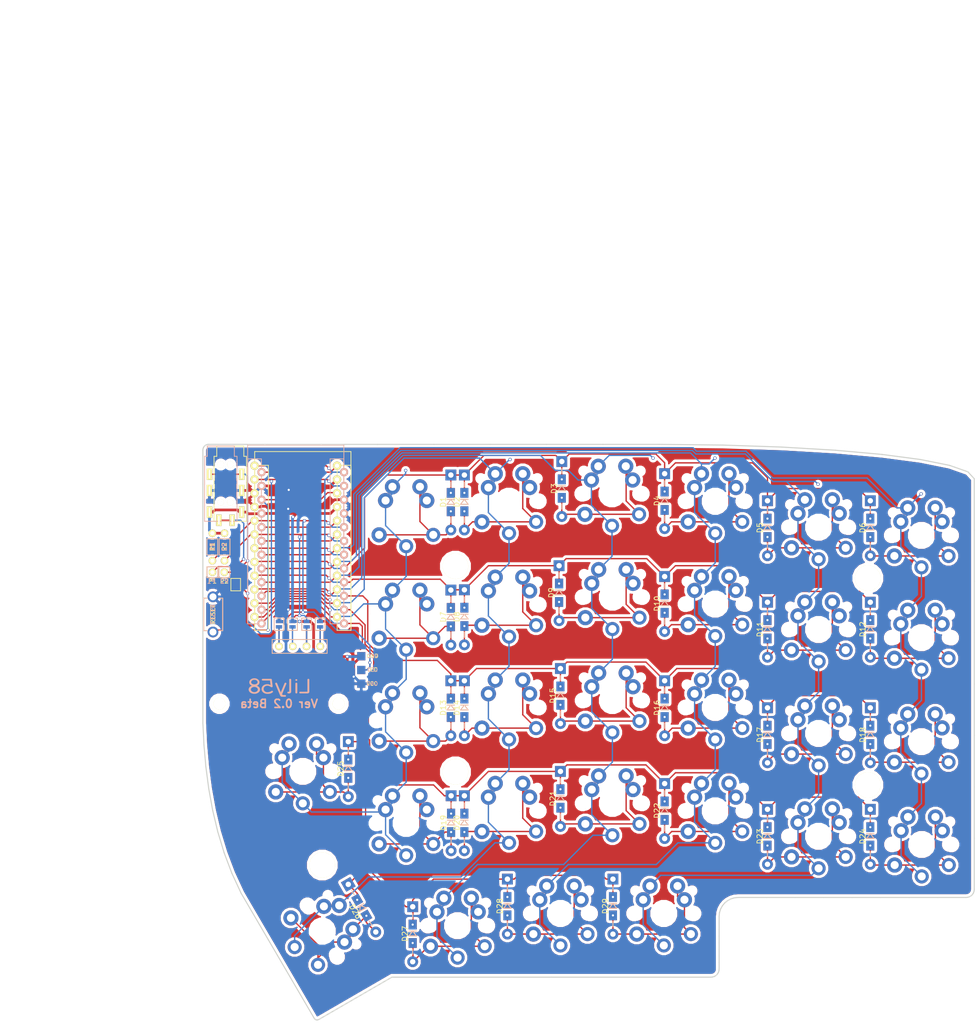
<source format=kicad_pcb>
(kicad_pcb (version 20171130) (host pcbnew "(5.0.0-3-g5ebb6b6)")
  (layers (0 F.Cu signal) (31 B.Cu signal) (34 B.Paste user) (35 F.Paste user) (36 B.SilkS user) (37 F.SilkS user) (38 B.Mask user) (39 F.Mask user) (44 Edge.Cuts user))
  (net 0 "")
  (net 1 "Net-(D1-Pad2)")
  (net 2 row4)
  (net 3 "Net-(D2-Pad2)")
  (net 4 "Net-(D3-Pad2)")
  (net 5 row0)
  (net 6 "Net-(D4-Pad2)")
  (net 7 row1)
  (net 8 "Net-(D5-Pad2)")
  (net 9 row2)
  (net 10 "Net-(D6-Pad2)")
  (net 11 row3)
  (net 12 "Net-(D7-Pad2)")
  (net 13 "Net-(D8-Pad2)")
  (net 14 "Net-(D9-Pad2)")
  (net 15 "Net-(D10-Pad2)")
  (net 16 "Net-(D11-Pad2)")
  (net 17 "Net-(D12-Pad2)")
  (net 18 "Net-(D13-Pad2)")
  (net 19 "Net-(D14-Pad2)")
  (net 20 "Net-(D15-Pad2)")
  (net 21 "Net-(D16-Pad2)")
  (net 22 "Net-(D17-Pad2)")
  (net 23 "Net-(D18-Pad2)")
  (net 24 "Net-(D19-Pad2)")
  (net 25 "Net-(D20-Pad2)")
  (net 26 "Net-(D21-Pad2)")
  (net 27 "Net-(D22-Pad2)")
  (net 28 "Net-(D23-Pad2)")
  (net 29 "Net-(D24-Pad2)")
  (net 30 "Net-(D25-Pad2)")
  (net 31 "Net-(D26-Pad2)")
  (net 32 "Net-(D27-Pad2)")
  (net 33 "Net-(D28-Pad2)")
  (net 34 VCC)
  (net 35 GND)
  (net 36 col0)
  (net 37 col1)
  (net 38 col2)
  (net 39 col3)
  (net 40 col4)
  (net 41 col5)
  (net 42 SDA)
  (net 43 LED)
  (net 44 SCL)
  (net 45 RESET)
  (net 46 "Net-(D29-Pad2)")
  (net 47 "Net-(J3-Pad1)")
  (net 48 "Net-(J3-Pad2)")
  (net 49 "Net-(J3-Pad3)")
  (net 50 "Net-(J3-Pad4)")
  (net 51 "Net-(U1-Pad24)")
  (net 52 "Net-(U1-Pad20)")
  (net 53 "Net-(U1-Pad19)")
  (net 54 "Net-(U1-Pad7)")
  (net 55 DATA)
  (net 56 "Net-(J2-Pad4)")
  (net 57 "Net-(J2-Pad3)")
  (module Lily58-footprint:lily58_logo (layer B.Cu) (at 97 82 180)
    (fp_text reference G*** hide)
    (fp_text value LOGO hide)
  )
  (module Lily58-footprint:Diode_TH_SOD123 (layer F.Cu) (at 112.3 122.7 300)
    (fp_text reference D26 (at 0 1.4 300) (layer F.SilkS))
    (fp_text value D hide)
    (pad 2 thru_hole rect (at 1.7 0 300) (size 1.8 1.5) (drill 0.4) (layers *.Cu *.Mask) (net 31 "Net-(D26-Pad2)"))
    (pad 1 thru_hole rect (at -1.7 0 300) (size 1.8 1.5) (drill 0.4) (layers *.Cu *.Mask) (net 2 row4))
    (pad 2 thru_hole circle (at 5.16 -0.00254 120) (size 1.99898 1.99898) (drill 1) (layers *.Cu *.Mask) (net 31 "Net-(D26-Pad2)"))
    (pad 1 thru_hole rect (at -5 -0.00254 120) (size 1.99898 1.99898) (drill 1) (layers *.Cu *.Mask) (net 2 row4))
  )
  (module Lily58-footprint:MJ-4PP-9 (layer F.Cu) (at 88 39.3)
    (fp_text reference J2 hide)
    (fp_text value 4PIN hide)
    (pad "" np_thru_hole circle (at -1.75 8.5) (size 1.2 1.2) (drill 1.2) (layers *.Cu *.Mask F.SilkS))
    (pad "" np_thru_hole circle (at -1.75 1.5) (size 1.2 1.2) (drill 1.2) (layers *.Cu *.Mask F.SilkS))
    (pad 1 thru_hole rect (at -3.85 10.3) (size 1 2.1) (drill oval 0.3 1.6) (layers *.Cu *.Mask F.SilkS) (net 34 VCC) (clearance 0.15))
    (pad 4 thru_hole rect (at 0.35 11.8) (size 1 2.1) (drill oval 0.3 1.6) (layers *.Cu *.Mask F.SilkS) (net 56 "Net-(J2-Pad4)") (clearance 0.15))
    (pad 3 thru_hole rect (at -3.85 3.3) (size 1 2.1) (drill oval 0.3 1.6) (layers *.Cu *.Mask F.SilkS) (net 57 "Net-(J2-Pad3)") (clearance 0.15))
    (pad 2 thru_hole rect (at -3.85 6.3) (size 1 2.1) (drill oval 0.3 1.6) (layers *.Cu *.Mask F.SilkS) (net 35 GND) (clearance 0.15))
    (pad "" np_thru_hole circle (at 0 1.5) (size 1.2 1.2) (drill 1.2) (layers *.Cu *.Mask F.SilkS))
    (pad "" np_thru_hole circle (at 0 8.5) (size 1.2 1.2) (drill 1.2) (layers *.Cu *.Mask F.SilkS))
    (pad 3 thru_hole rect (at 2.1 3.3) (size 1 2.1) (drill oval 0.3 1.6) (layers *.Cu *.Mask F.SilkS) (net 57 "Net-(J2-Pad3)") (clearance 0.15))
    (pad 2 thru_hole rect (at 2.1 6.3) (size 1 2.1) (drill oval 0.3 1.6) (layers *.Cu *.Mask F.SilkS) (net 35 GND) (clearance 0.15))
    (pad 1 thru_hole rect (at 2.1 10.3) (size 1 2.1) (drill oval 0.3 1.6) (layers *.Cu *.Mask F.SilkS) (net 34 VCC) (clearance 0.15))
    (pad 4 thru_hole rect (at -2.1 11.8) (size 1 2.1) (drill oval 0.3 1.6) (layers *.Cu *.Mask F.SilkS) (net 56 "Net-(J2-Pad4)") (clearance 0.15))
  )
  (module Lily58-footprint:MX_PG1350-Under_FLIP_HOLES_27mm (layer F.Cu) (at 105 127 300)
    (fp_text reference SW26 hide)
    (fp_text value SW_PUSH hide)
    (pad "" np_thru_hole circle (at 5.22 -4.2 300) (size 1 1) (drill 1) (layers *.Cu *.Mask))
    (pad 2 thru_hole circle (at 5 3.8 300) (size 2.6 2.6) (drill 1.5) (layers *.Cu *.Mask) (net 31 "Net-(D26-Pad2)"))
    (pad 1 thru_hole circle (at 0 5.9 300) (size 2.6 2.6) (drill 1.5) (layers *.Cu *.Mask) (net 40 col4))
    (pad 2 thru_hole circle (at -5 3.8 300) (size 2.8 2.8) (drill 1.5) (layers *.Cu *.Mask) (net 31 "Net-(D26-Pad2)"))
    (pad 2 thru_hole circle (at 2.54 -5.08 300) (size 2.8 2.8) (drill 1.5) (layers *.Cu *.Mask) (net 31 "Net-(D26-Pad2)"))
    (pad 1 thru_hole circle (at -2.54 -5.08 300) (size 2.8 2.8) (drill 1.5) (layers *.Cu *.Mask) (net 40 col4))
    (pad 2 thru_hole circle (at 3.81 -2.54 300) (size 2.8 2.8) (drill 1.5) (layers *.Cu *.Mask) (net 31 "Net-(D26-Pad2)"))
    (pad "" np_thru_hole circle (at 5.08 0 300) (size 1.7 1.7) (drill 1.7) (layers *.Cu *.Mask) (clearance 0.1524))
    (pad "" np_thru_hole circle (at -5.08 0 300) (size 1.7 1.7) (drill 1.7) (layers *.Cu *.Mask) (clearance 0.1524))
    (pad "" np_thru_hole circle (at 0 0 300) (size 4 4) (drill 4) (layers *.Cu *.Mask) (clearance 0.1524))
    (pad 1 thru_hole circle (at -3.81 -2.540001 300) (size 2.8 2.8) (drill 1.5) (layers *.Cu *.Mask) (net 40 col4))
    (pad "" np_thru_hole circle (at -5.22 -4.2 300) (size 1 1) (drill 1) (layers *.Cu *.Mask))
    (pad "" np_thru_hole circle (at -5.5 0 300) (size 1.9 1.9) (drill 1.9) (layers *.Cu *.Mask) (clearance 0.1524))
    (pad "" np_thru_hole circle (at 5.5 0 300) (size 1.9 1.9) (drill 1.9) (layers *.Cu *.Mask) (clearance 0.1524))
  )
  (module Lily58-footprint:1pin_conn (layer F.Cu) (at 84.7 60.7 180)
    (fp_text reference P1 (at 0 -1.671944 180) (layer F.SilkS) (effects (font (size 0.8128 0.8128))))
    (fp_text value i2c_pin hide)
    (fp_text user P1 (at 0.2 -1.7 180) (layer B.SilkS) (effects (font (size 0.8 0.8)) (justify mirror)))
    (pad 1 thru_hole circle (at 0 0 180) (size 1.397 1.397) (drill 0.8128) (layers *.Cu *.Mask F.SilkS) (net 56 "Net-(J2-Pad4)"))
  )
  (module Lily58-footprint:1pin_conn (layer F.Cu) (at 86.9 60.7 180)
    (fp_text reference P2 (at 0 -1.671944 180) (layer F.SilkS) (effects (font (size 0.8128 0.8128))))
    (fp_text value i2c_pin hide)
    (fp_text user P2 (at 0 -1.7 180) (layer B.SilkS) (effects (font (size 0.8 0.8)) (justify mirror)))
    (pad 1 thru_hole circle (at 0 0 180) (size 1.397 1.397) (drill 0.8128) (layers *.Cu *.Mask F.SilkS) (net 57 "Net-(J2-Pad3)"))
  )
  (module Lily58-footprint:RESISTOR_mini (layer F.Cu) (at 86.938035 56.039272 270)
    (fp_text reference R2 (at -0.039272 0.038035 270) (layer F.SilkS) (effects (font (size 0.8128 0.8128))))
    (fp_text value R hide)
    (fp_text user R2 (at 0 0 270) (layer B.SilkS) (effects (font (size 0.8 0.8)) (justify mirror)))
    (pad 2 thru_hole circle (at 2.54 0 270) (size 1.397 1.397) (drill 0.8128) (layers *.Cu *.Mask F.SilkS) (net 44 SCL))
    (pad 1 thru_hole circle (at -2.54 0 270) (size 1.397 1.397) (drill 0.8128) (layers *.Cu *.Mask F.SilkS) (net 34 VCC))
  )
  (module Lily58-footprint:RESISTOR_mini (layer F.Cu) (at 84.688035 56.039272 270)
    (fp_text reference R1 (at -0.039272 -0.011965 270) (layer F.SilkS) (effects (font (size 0.8128 0.8128))))
    (fp_text value R hide)
    (fp_text user R1 (at 0 -0.011965 270) (layer B.SilkS) (effects (font (size 0.8 0.8)) (justify mirror)))
    (pad 1 thru_hole circle (at -2.54 0 270) (size 1.397 1.397) (drill 0.8128) (layers *.Cu *.Mask F.SilkS) (net 34 VCC))
    (pad 2 thru_hole circle (at 2.54 0 270) (size 1.397 1.397) (drill 0.8128) (layers *.Cu *.Mask F.SilkS) (net 42 SDA))
  )
  (module Lily58-footprint:TACT_SWITCH_TVBP06 (layer F.Cu) (at 84.8 68.5 270)
    (fp_text reference "" hide)
    (fp_text value SW_RST hide)
    (fp_text user RESET (at 0 0 90) (layer F.SilkS) (effects (font (size 0.8 0.8))))
    (fp_text user RESET (at 0 0 270) (layer B.SilkS) (effects (font (size 0.8 0.8)) (justify mirror)))
    (pad 1 thru_hole circle (at -3.25 0 270) (size 2 2) (drill 1.3) (layers *.Cu *.Mask) (net 35 GND))
    (pad 2 thru_hole circle (at 3.25 0 270) (size 2 2) (drill 1.3) (layers *.Cu *.Mask) (net 45 RESET))
  )
  (module Lily58-footprint:MX_PG1350-Under_FLIP_HOLES_18mm (layer F.Cu) (at 101.4 97.5)
    (fp_text reference SW25 hide)
    (fp_text value SW_PUSH hide)
    (pad "" np_thru_hole circle (at 5.22 -4.2) (size 1 1) (drill 1) (layers *.Cu *.Mask))
    (pad 2 thru_hole circle (at 5 3.8) (size 2.6 2.6) (drill 1.5) (layers *.Cu *.Mask) (net 30 "Net-(D25-Pad2)"))
    (pad 1 thru_hole circle (at 0 5.9) (size 2.6 2.6) (drill 1.5) (layers *.Cu *.Mask) (net 41 col5))
    (pad 2 thru_hole circle (at -5 3.8) (size 2.8 2.8) (drill 1.5) (layers *.Cu *.Mask) (net 30 "Net-(D25-Pad2)"))
    (pad 2 thru_hole circle (at 2.54 -5.08) (size 2.8 2.8) (drill 1.5) (layers *.Cu *.Mask) (net 30 "Net-(D25-Pad2)"))
    (pad 1 thru_hole circle (at -2.54 -5.08) (size 2.8 2.8) (drill 1.5) (layers *.Cu *.Mask) (net 41 col5))
    (pad 2 thru_hole circle (at 3.81 -2.54) (size 2.8 2.8) (drill 1.5) (layers *.Cu *.Mask) (net 30 "Net-(D25-Pad2)"))
    (pad "" np_thru_hole circle (at 5.08 0) (size 1.7 1.7) (drill 1.7) (layers *.Cu *.Mask) (clearance 0.1524))
    (pad "" np_thru_hole circle (at -5.08 0) (size 1.7 1.7) (drill 1.7) (layers *.Cu *.Mask) (clearance 0.1524))
    (pad "" np_thru_hole circle (at 0 0) (size 4 4) (drill 4) (layers *.Cu *.Mask) (clearance 0.1524))
    (pad 1 thru_hole circle (at -3.81 -2.54) (size 2.8 2.8) (drill 1.5) (layers *.Cu *.Mask) (net 41 col5))
    (pad "" np_thru_hole circle (at -5.22 -4.2) (size 1 1) (drill 1) (layers *.Cu *.Mask))
    (pad "" np_thru_hole circle (at -5.5 0) (size 1.9 1.9) (drill 1.9) (layers *.Cu *.Mask) (clearance 0.1524))
    (pad "" np_thru_hole circle (at 5.5 0) (size 1.9 1.9) (drill 1.9) (layers *.Cu *.Mask) (clearance 0.1524))
  )
  (module Lily58-footprint:ProMicro_rev2 (layer F.Cu) (at 101.3 55.8)
    (fp_text reference U1 hide)
    (fp_text value ProMicro hide)
    (pad 24 thru_hole circle (at 6.42 -14.77) (size 1.524 1.524) (drill 0.8128) (layers *.Cu *.Mask F.SilkS) (net 51 "Net-(U1-Pad24)"))
    (pad 23 thru_hole circle (at 6.42 -12.23) (size 1.524 1.524) (drill 0.8128) (layers *.Cu *.Mask F.SilkS) (net 35 GND))
    (pad 22 thru_hole circle (at 6.42 -9.69) (size 1.524 1.524) (drill 0.8128) (layers *.Cu *.Mask F.SilkS) (net 45 RESET))
    (pad 21 thru_hole circle (at 6.42 -7.15) (size 1.524 1.524) (drill 0.8128) (layers *.Cu *.Mask F.SilkS) (net 34 VCC))
    (pad 20 thru_hole circle (at 6.42 -4.61) (size 1.524 1.524) (drill 0.8128) (layers *.Cu *.Mask F.SilkS) (net 52 "Net-(U1-Pad20)"))
    (pad 19 thru_hole circle (at 6.42 -2.07) (size 1.524 1.524) (drill 0.8128) (layers *.Cu *.Mask F.SilkS) (net 53 "Net-(U1-Pad19)"))
    (pad 18 thru_hole circle (at 6.42 0.47) (size 1.524 1.524) (drill 0.8128) (layers *.Cu *.Mask F.SilkS) (net 36 col0))
    (pad 17 thru_hole circle (at 6.42 3.01) (size 1.524 1.524) (drill 0.8128) (layers *.Cu *.Mask F.SilkS) (net 37 col1))
    (pad 16 thru_hole circle (at 6.42 5.55) (size 1.524 1.524) (drill 0.8128) (layers *.Cu *.Mask F.SilkS) (net 38 col2))
    (pad 15 thru_hole circle (at 6.42 8.09) (size 1.524 1.524) (drill 0.8128) (layers *.Cu *.Mask F.SilkS) (net 39 col3))
    (pad 14 thru_hole circle (at 6.42 10.63) (size 1.524 1.524) (drill 0.8128) (layers *.Cu *.Mask F.SilkS) (net 40 col4))
    (pad 13 thru_hole circle (at 6.42 13.17) (size 1.524 1.524) (drill 0.8128) (layers *.Cu *.Mask F.SilkS) (net 41 col5))
    (pad 12 thru_hole circle (at -8.82 13.17) (size 1.524 1.524) (drill 0.8128) (layers *.Cu *.Mask F.SilkS) (net 2 row4))
    (pad 11 thru_hole circle (at -8.82 10.63) (size 1.524 1.524) (drill 0.8128) (layers *.Cu *.Mask F.SilkS) (net 11 row3))
    (pad 10 thru_hole circle (at -8.82 8.09) (size 1.524 1.524) (drill 0.8128) (layers *.Cu *.Mask F.SilkS) (net 9 row2))
    (pad 9 thru_hole circle (at -8.82 5.55) (size 1.524 1.524) (drill 0.8128) (layers *.Cu *.Mask F.SilkS) (net 7 row1))
    (pad 8 thru_hole circle (at -8.82 3.01) (size 1.524 1.524) (drill 0.8128) (layers *.Cu *.Mask F.SilkS) (net 5 row0))
    (pad 7 thru_hole circle (at -8.82 0.47) (size 1.524 1.524) (drill 0.8128) (layers *.Cu *.Mask F.SilkS) (net 54 "Net-(U1-Pad7)"))
    (pad 6 thru_hole circle (at -8.82 -2.07) (size 1.524 1.524) (drill 0.8128) (layers *.Cu *.Mask F.SilkS) (net 44 SCL))
    (pad 5 thru_hole circle (at -8.82 -4.61) (size 1.524 1.524) (drill 0.8128) (layers *.Cu *.Mask F.SilkS) (net 42 SDA))
    (pad 4 thru_hole circle (at -8.82 -7.15) (size 1.524 1.524) (drill 0.8128) (layers *.Cu *.Mask F.SilkS) (net 35 GND))
    (pad 3 thru_hole circle (at -8.82 -9.69) (size 1.524 1.524) (drill 0.8128) (layers *.Cu *.Mask F.SilkS) (net 35 GND))
    (pad 2 thru_hole circle (at -8.82 -12.23) (size 1.524 1.524) (drill 0.8128) (layers *.Cu *.Mask F.SilkS) (net 55 DATA))
    (pad 1 thru_hole circle (at -8.82 -14.77) (size 1.524 1.524) (drill 0.8128) (layers *.Cu *.Mask F.SilkS) (net 43 LED))
    (pad 5 thru_hole circle (at 7.718815 -3.414255 180) (size 1.524 1.524) (drill 0.8128) (layers *.Cu *.Mask B.SilkS) (net 42 SDA))
    (pad 7 thru_hole circle (at 7.718815 1.665745 180) (size 1.524 1.524) (drill 0.8128) (layers *.Cu *.Mask B.SilkS) (net 54 "Net-(U1-Pad7)"))
    (pad 24 thru_hole circle (at -7.521185 -13.574255 180) (size 1.524 1.524) (drill 0.8128) (layers *.Cu *.Mask B.SilkS) (net 51 "Net-(U1-Pad24)"))
    (pad 2 thru_hole circle (at 7.718815 -11.034255 180) (size 1.524 1.524) (drill 0.8128) (layers *.Cu *.Mask B.SilkS) (net 55 DATA))
    (pad 11 thru_hole circle (at 7.718815 11.825745 180) (size 1.524 1.524) (drill 0.8128) (layers *.Cu *.Mask B.SilkS) (net 11 row3))
    (pad 13 thru_hole circle (at -7.521185 14.365745 180) (size 1.524 1.524) (drill 0.8128) (layers *.Cu *.Mask B.SilkS) (net 41 col5))
    (pad 8 thru_hole circle (at 7.718815 4.205745 180) (size 1.524 1.524) (drill 0.8128) (layers *.Cu *.Mask B.SilkS) (net 5 row0))
    (pad 9 thru_hole circle (at 7.718815 6.745745 180) (size 1.524 1.524) (drill 0.8128) (layers *.Cu *.Mask B.SilkS) (net 7 row1))
    (pad 17 thru_hole circle (at -7.521185 4.205745 180) (size 1.524 1.524) (drill 0.8128) (layers *.Cu *.Mask B.SilkS) (net 37 col1))
    (pad 15 thru_hole circle (at -7.521185 9.285745 180) (size 1.524 1.524) (drill 0.8128) (layers *.Cu *.Mask B.SilkS) (net 39 col3))
    (pad 20 thru_hole circle (at -7.521185 -3.414255 180) (size 1.524 1.524) (drill 0.8128) (layers *.Cu *.Mask B.SilkS) (net 52 "Net-(U1-Pad20)"))
    (pad 21 thru_hole circle (at -7.521185 -5.954255 180) (size 1.524 1.524) (drill 0.8128) (layers *.Cu *.Mask B.SilkS) (net 34 VCC))
    (pad 23 thru_hole circle (at -7.521185 -11.034255 180) (size 1.524 1.524) (drill 0.8128) (layers *.Cu *.Mask B.SilkS) (net 35 GND))
    (pad 19 thru_hole circle (at -7.521185 -0.874255 180) (size 1.524 1.524) (drill 0.8128) (layers *.Cu *.Mask B.SilkS) (net 53 "Net-(U1-Pad19)"))
    (pad 12 thru_hole circle (at 7.718815 14.365745 180) (size 1.524 1.524) (drill 0.8128) (layers *.Cu *.Mask B.SilkS) (net 2 row4))
    (pad 16 thru_hole circle (at -7.521185 6.745745 180) (size 1.524 1.524) (drill 0.8128) (layers *.Cu *.Mask B.SilkS) (net 38 col2))
    (pad 1 thru_hole circle (at 7.718815 -13.574255 180) (size 1.524 1.524) (drill 0.8128) (layers *.Cu *.Mask B.SilkS) (net 43 LED))
    (pad 3 thru_hole circle (at 7.718815 -8.494255 180) (size 1.524 1.524) (drill 0.8128) (layers *.Cu *.Mask B.SilkS) (net 35 GND))
    (pad 14 thru_hole circle (at -7.521185 11.825745 180) (size 1.524 1.524) (drill 0.8128) (layers *.Cu *.Mask B.SilkS) (net 40 col4))
    (pad 4 thru_hole circle (at 7.718815 -5.954255 180) (size 1.524 1.524) (drill 0.8128) (layers *.Cu *.Mask B.SilkS) (net 35 GND))
    (pad 6 thru_hole circle (at 7.718815 -0.874255 180) (size 1.524 1.524) (drill 0.8128) (layers *.Cu *.Mask B.SilkS) (net 44 SCL))
    (pad 18 thru_hole circle (at -7.521185 1.665745 180) (size 1.524 1.524) (drill 0.8128) (layers *.Cu *.Mask B.SilkS) (net 36 col0))
    (pad 10 thru_hole circle (at 7.718815 9.285745 180) (size 1.524 1.524) (drill 0.8128) (layers *.Cu *.Mask B.SilkS) (net 9 row2))
    (pad 22 thru_hole circle (at -7.521185 -8.494255 180) (size 1.524 1.524) (drill 0.8128) (layers *.Cu *.Mask B.SilkS) (net 45 RESET))
  )
  (module Lily58-footprint:StripLED (layer F.Cu) (at 112.2 81.3 180)
    (fp_text reference J1 hide)
    (fp_text value LED hide)
    (pad 3 smd rect (at 0 0 180) (size 1.524 1.524) (layers B.Cu B.Paste B.Mask) (net 35 GND))
    (pad 2 smd rect (at 0 2.54 180) (size 1.524 1.524) (layers B.Cu B.Paste B.Mask) (net 43 LED))
    (pad 1 smd rect (at 0 5.08 180) (size 1.524 1.524) (layers B.Cu B.Paste B.Mask) (net 34 VCC))
    (pad 1 smd rect (at 0 0 180) (size 1.524 1.524) (layers F.Cu F.Paste F.Mask) (net 34 VCC))
    (pad 2 smd rect (at 0 2.54 180) (size 1.524 1.524) (layers F.Cu F.Paste F.Mask) (net 43 LED))
    (pad 3 smd rect (at 0 5.08 180) (size 1.524 1.524) (layers F.Cu F.Paste F.Mask) (net 35 GND))
  )
  (module Lily58-footprint:Diode_TH_SOD123 (layer F.Cu) (at 131.25 107 270)
    (fp_text reference D20 (at 0 1.4 270) (layer F.SilkS))
    (fp_text value D hide)
    (pad 1 thru_hole rect (at -5 -0.00254 90) (size 1.99898 1.99898) (drill 1) (layers *.Cu *.Mask) (net 11 row3))
    (pad 2 thru_hole circle (at 5.16 -0.00254 90) (size 1.99898 1.99898) (drill 1) (layers *.Cu *.Mask) (net 25 "Net-(D20-Pad2)"))
    (pad 1 thru_hole rect (at -1.7 0 270) (size 1.8 1.5) (drill 0.4) (layers *.Cu *.Mask) (net 11 row3))
    (pad 2 thru_hole rect (at 1.7 0 270) (size 1.8 1.5) (drill 0.4) (layers *.Cu *.Mask) (net 25 "Net-(D20-Pad2)"))
  )
  (module Lily58-footprint:Diode_TH_SOD123 (layer F.Cu) (at 128.75 69 270)
    (fp_text reference D7 (at 0 1.4 270) (layer F.SilkS))
    (fp_text value D hide)
    (pad 2 thru_hole rect (at 1.7 0 270) (size 1.8 1.5) (drill 0.4) (layers *.Cu *.Mask) (net 12 "Net-(D7-Pad2)"))
    (pad 1 thru_hole rect (at -1.7 0 270) (size 1.8 1.5) (drill 0.4) (layers *.Cu *.Mask) (net 7 row1))
    (pad 2 thru_hole circle (at 5.16 -0.00254 90) (size 1.99898 1.99898) (drill 1) (layers *.Cu *.Mask) (net 12 "Net-(D7-Pad2)"))
    (pad 1 thru_hole rect (at -5 -0.00254 90) (size 1.99898 1.99898) (drill 1) (layers *.Cu *.Mask) (net 7 row1))
  )
  (module Lily58-footprint:MX_PG1350-Under_FLIP_HOLES_18mm (layer F.Cu) (at 120.5 88.1)
    (fp_text reference SW13 hide)
    (fp_text value SW_PUSH hide)
    (pad "" np_thru_hole circle (at 5.22 -4.2) (size 1 1) (drill 1) (layers *.Cu *.Mask))
    (pad 2 thru_hole circle (at 5 3.8) (size 2.6 2.6) (drill 1.5) (layers *.Cu *.Mask) (net 18 "Net-(D13-Pad2)"))
    (pad 1 thru_hole circle (at 0 5.9) (size 2.6 2.6) (drill 1.5) (layers *.Cu *.Mask) (net 41 col5))
    (pad 2 thru_hole circle (at -5 3.8) (size 2.8 2.8) (drill 1.5) (layers *.Cu *.Mask) (net 18 "Net-(D13-Pad2)"))
    (pad 2 thru_hole circle (at 2.54 -5.08) (size 2.8 2.8) (drill 1.5) (layers *.Cu *.Mask) (net 18 "Net-(D13-Pad2)"))
    (pad 1 thru_hole circle (at -2.54 -5.08) (size 2.8 2.8) (drill 1.5) (layers *.Cu *.Mask) (net 41 col5))
    (pad 2 thru_hole circle (at 3.81 -2.54) (size 2.8 2.8) (drill 1.5) (layers *.Cu *.Mask) (net 18 "Net-(D13-Pad2)"))
    (pad "" np_thru_hole circle (at 5.08 0) (size 1.7 1.7) (drill 1.7) (layers *.Cu *.Mask) (clearance 0.1524))
    (pad "" np_thru_hole circle (at -5.08 0) (size 1.7 1.7) (drill 1.7) (layers *.Cu *.Mask) (clearance 0.1524))
    (pad "" np_thru_hole circle (at 0 0) (size 4 4) (drill 4) (layers *.Cu *.Mask) (clearance 0.1524))
    (pad 1 thru_hole circle (at -3.81 -2.54) (size 2.8 2.8) (drill 1.5) (layers *.Cu *.Mask) (net 41 col5))
    (pad "" np_thru_hole circle (at -5.22 -4.2) (size 1 1) (drill 1) (layers *.Cu *.Mask))
    (pad "" np_thru_hole circle (at -5.5 0) (size 1.9 1.9) (drill 1.9) (layers *.Cu *.Mask) (clearance 0.1524))
    (pad "" np_thru_hole circle (at 5.5 0) (size 1.9 1.9) (drill 1.9) (layers *.Cu *.Mask) (clearance 0.1524))
  )
  (module Lily58-footprint:MX_PG1350-Under_FLIP_HOLES_18mm (layer F.Cu) (at 215.7 92)
    (fp_text reference SW18 hide)
    (fp_text value SW_PUSH hide)
    (pad "" np_thru_hole circle (at 5.22 -4.2) (size 1 1) (drill 1) (layers *.Cu *.Mask))
    (pad 2 thru_hole circle (at 5 3.8) (size 2.6 2.6) (drill 1.5) (layers *.Cu *.Mask) (net 23 "Net-(D18-Pad2)"))
    (pad 1 thru_hole circle (at 0 5.9) (size 2.6 2.6) (drill 1.5) (layers *.Cu *.Mask) (net 36 col0))
    (pad 2 thru_hole circle (at -5 3.8) (size 2.8 2.8) (drill 1.5) (layers *.Cu *.Mask) (net 23 "Net-(D18-Pad2)"))
    (pad 2 thru_hole circle (at 2.54 -5.08) (size 2.8 2.8) (drill 1.5) (layers *.Cu *.Mask) (net 23 "Net-(D18-Pad2)"))
    (pad 1 thru_hole circle (at -2.54 -5.08) (size 2.8 2.8) (drill 1.5) (layers *.Cu *.Mask) (net 36 col0))
    (pad 2 thru_hole circle (at 3.81 -2.54) (size 2.8 2.8) (drill 1.5) (layers *.Cu *.Mask) (net 23 "Net-(D18-Pad2)"))
    (pad "" np_thru_hole circle (at 5.08 0) (size 1.7 1.7) (drill 1.7) (layers *.Cu *.Mask) (clearance 0.1524))
    (pad "" np_thru_hole circle (at -5.08 0) (size 1.7 1.7) (drill 1.7) (layers *.Cu *.Mask) (clearance 0.1524))
    (pad "" np_thru_hole circle (at 0 0) (size 4 4) (drill 4) (layers *.Cu *.Mask) (clearance 0.1524))
    (pad 1 thru_hole circle (at -3.81 -2.54) (size 2.8 2.8) (drill 1.5) (layers *.Cu *.Mask) (net 36 col0))
    (pad "" np_thru_hole circle (at -5.22 -4.2) (size 1 1) (drill 1) (layers *.Cu *.Mask))
    (pad "" np_thru_hole circle (at -5.5 0) (size 1.9 1.9) (drill 1.9) (layers *.Cu *.Mask) (clearance 0.1524))
    (pad "" np_thru_hole circle (at 5.5 0) (size 1.9 1.9) (drill 1.9) (layers *.Cu *.Mask) (clearance 0.1524))
  )
  (module Lily58-footprint:MX_PG1350-Under_FLIP_HOLES_18mm (layer F.Cu) (at 215.75 111)
    (fp_text reference SW24 hide)
    (fp_text value SW_PUSH hide)
    (pad "" np_thru_hole circle (at 5.22 -4.2) (size 1 1) (drill 1) (layers *.Cu *.Mask))
    (pad 2 thru_hole circle (at 5 3.8) (size 2.6 2.6) (drill 1.5) (layers *.Cu *.Mask) (net 29 "Net-(D24-Pad2)"))
    (pad 1 thru_hole circle (at 0 5.9) (size 2.6 2.6) (drill 1.5) (layers *.Cu *.Mask) (net 36 col0))
    (pad 2 thru_hole circle (at -5 3.8) (size 2.8 2.8) (drill 1.5) (layers *.Cu *.Mask) (net 29 "Net-(D24-Pad2)"))
    (pad 2 thru_hole circle (at 2.54 -5.08) (size 2.8 2.8) (drill 1.5) (layers *.Cu *.Mask) (net 29 "Net-(D24-Pad2)"))
    (pad 1 thru_hole circle (at -2.54 -5.08) (size 2.8 2.8) (drill 1.5) (layers *.Cu *.Mask) (net 36 col0))
    (pad 2 thru_hole circle (at 3.81 -2.54) (size 2.8 2.8) (drill 1.5) (layers *.Cu *.Mask) (net 29 "Net-(D24-Pad2)"))
    (pad "" np_thru_hole circle (at 5.08 0) (size 1.7 1.7) (drill 1.7) (layers *.Cu *.Mask) (clearance 0.1524))
    (pad "" np_thru_hole circle (at -5.08 0) (size 1.7 1.7) (drill 1.7) (layers *.Cu *.Mask) (clearance 0.1524))
    (pad "" np_thru_hole circle (at 0 0) (size 4 4) (drill 4) (layers *.Cu *.Mask) (clearance 0.1524))
    (pad 1 thru_hole circle (at -3.81 -2.54) (size 2.8 2.8) (drill 1.5) (layers *.Cu *.Mask) (net 36 col0))
    (pad "" np_thru_hole circle (at -5.22 -4.2) (size 1 1) (drill 1) (layers *.Cu *.Mask))
    (pad "" np_thru_hole circle (at -5.5 0) (size 1.9 1.9) (drill 1.9) (layers *.Cu *.Mask) (clearance 0.1524))
    (pad "" np_thru_hole circle (at 5.5 0) (size 1.9 1.9) (drill 1.9) (layers *.Cu *.Mask) (clearance 0.1524))
  )
  (module Lily58-footprint:MX_PG1350-Under_FLIP_HOLES_18mm (layer F.Cu) (at 149 123.75)
    (fp_text reference SW28 hide)
    (fp_text value SW_PUSH hide)
    (pad "" np_thru_hole circle (at 5.22 -4.2) (size 1 1) (drill 1) (layers *.Cu *.Mask))
    (pad 2 thru_hole circle (at 5 3.8) (size 2.6 2.6) (drill 1.5) (layers *.Cu *.Mask) (net 33 "Net-(D28-Pad2)"))
    (pad 1 thru_hole circle (at 0 5.9) (size 2.6 2.6) (drill 1.5) (layers *.Cu *.Mask) (net 38 col2))
    (pad 2 thru_hole circle (at -5 3.8) (size 2.8 2.8) (drill 1.5) (layers *.Cu *.Mask) (net 33 "Net-(D28-Pad2)"))
    (pad 2 thru_hole circle (at 2.54 -5.08) (size 2.8 2.8) (drill 1.5) (layers *.Cu *.Mask) (net 33 "Net-(D28-Pad2)"))
    (pad 1 thru_hole circle (at -2.54 -5.08) (size 2.8 2.8) (drill 1.5) (layers *.Cu *.Mask) (net 38 col2))
    (pad 2 thru_hole circle (at 3.81 -2.54) (size 2.8 2.8) (drill 1.5) (layers *.Cu *.Mask) (net 33 "Net-(D28-Pad2)"))
    (pad "" np_thru_hole circle (at 5.08 0) (size 1.7 1.7) (drill 1.7) (layers *.Cu *.Mask) (clearance 0.1524))
    (pad "" np_thru_hole circle (at -5.08 0) (size 1.7 1.7) (drill 1.7) (layers *.Cu *.Mask) (clearance 0.1524))
    (pad "" np_thru_hole circle (at 0 0) (size 4 4) (drill 4) (layers *.Cu *.Mask) (clearance 0.1524))
    (pad 1 thru_hole circle (at -3.81 -2.54) (size 2.8 2.8) (drill 1.5) (layers *.Cu *.Mask) (net 38 col2))
    (pad "" np_thru_hole circle (at -5.22 -4.2) (size 1 1) (drill 1) (layers *.Cu *.Mask))
    (pad "" np_thru_hole circle (at -5.5 0) (size 1.9 1.9) (drill 1.9) (layers *.Cu *.Mask) (clearance 0.1524))
    (pad "" np_thru_hole circle (at 5.5 0) (size 1.9 1.9) (drill 1.9) (layers *.Cu *.Mask) (clearance 0.1524))
  )
  (module Lily58-footprint:MX_PG1350-Under_FLIP_HOLES_18mm (layer F.Cu) (at 120.5 50)
    (fp_text reference SW1 hide)
    (fp_text value SW_PUSH hide)
    (pad "" np_thru_hole circle (at 5.22 -4.2) (size 1 1) (drill 1) (layers *.Cu *.Mask))
    (pad 2 thru_hole circle (at 5 3.8) (size 2.6 2.6) (drill 1.5) (layers *.Cu *.Mask) (net 1 "Net-(D1-Pad2)"))
    (pad 1 thru_hole circle (at 0 5.9) (size 2.6 2.6) (drill 1.5) (layers *.Cu *.Mask) (net 41 col5))
    (pad 2 thru_hole circle (at -5 3.8) (size 2.8 2.8) (drill 1.5) (layers *.Cu *.Mask) (net 1 "Net-(D1-Pad2)"))
    (pad 2 thru_hole circle (at 2.54 -5.08) (size 2.8 2.8) (drill 1.5) (layers *.Cu *.Mask) (net 1 "Net-(D1-Pad2)"))
    (pad 1 thru_hole circle (at -2.54 -5.08) (size 2.8 2.8) (drill 1.5) (layers *.Cu *.Mask) (net 41 col5))
    (pad 2 thru_hole circle (at 3.81 -2.54) (size 2.8 2.8) (drill 1.5) (layers *.Cu *.Mask) (net 1 "Net-(D1-Pad2)"))
    (pad "" np_thru_hole circle (at 5.08 0) (size 1.7 1.7) (drill 1.7) (layers *.Cu *.Mask) (clearance 0.1524))
    (pad "" np_thru_hole circle (at -5.08 0) (size 1.7 1.7) (drill 1.7) (layers *.Cu *.Mask) (clearance 0.1524))
    (pad "" np_thru_hole circle (at 0 0) (size 4 4) (drill 4) (layers *.Cu *.Mask) (clearance 0.1524))
    (pad 1 thru_hole circle (at -3.81 -2.54) (size 2.8 2.8) (drill 1.5) (layers *.Cu *.Mask) (net 41 col5))
    (pad "" np_thru_hole circle (at -5.22 -4.2) (size 1 1) (drill 1) (layers *.Cu *.Mask))
    (pad "" np_thru_hole circle (at -5.5 0) (size 1.9 1.9) (drill 1.9) (layers *.Cu *.Mask) (clearance 0.1524))
    (pad "" np_thru_hole circle (at 5.5 0) (size 1.9 1.9) (drill 1.9) (layers *.Cu *.Mask) (clearance 0.1524))
  )
  (module Lily58-footprint:MX_PG1350-Under_FLIP_HOLES_18mm (layer F.Cu) (at 139.5 47.6)
    (fp_text reference SW2 hide)
    (fp_text value SW_PUSH hide)
    (pad "" np_thru_hole circle (at 5.22 -4.2) (size 1 1) (drill 1) (layers *.Cu *.Mask))
    (pad 2 thru_hole circle (at 5 3.8) (size 2.6 2.6) (drill 1.5) (layers *.Cu *.Mask) (net 3 "Net-(D2-Pad2)"))
    (pad 1 thru_hole circle (at 0 5.9) (size 2.6 2.6) (drill 1.5) (layers *.Cu *.Mask) (net 40 col4))
    (pad 2 thru_hole circle (at -5 3.8) (size 2.8 2.8) (drill 1.5) (layers *.Cu *.Mask) (net 3 "Net-(D2-Pad2)"))
    (pad 2 thru_hole circle (at 2.54 -5.08) (size 2.8 2.8) (drill 1.5) (layers *.Cu *.Mask) (net 3 "Net-(D2-Pad2)"))
    (pad 1 thru_hole circle (at -2.54 -5.08) (size 2.8 2.8) (drill 1.5) (layers *.Cu *.Mask) (net 40 col4))
    (pad 2 thru_hole circle (at 3.81 -2.54) (size 2.8 2.8) (drill 1.5) (layers *.Cu *.Mask) (net 3 "Net-(D2-Pad2)"))
    (pad "" np_thru_hole circle (at 5.08 0) (size 1.7 1.7) (drill 1.7) (layers *.Cu *.Mask) (clearance 0.1524))
    (pad "" np_thru_hole circle (at -5.08 0) (size 1.7 1.7) (drill 1.7) (layers *.Cu *.Mask) (clearance 0.1524))
    (pad "" np_thru_hole circle (at 0 0) (size 4 4) (drill 4) (layers *.Cu *.Mask) (clearance 0.1524))
    (pad 1 thru_hole circle (at -3.81 -2.54) (size 2.8 2.8) (drill 1.5) (layers *.Cu *.Mask) (net 40 col4))
    (pad "" np_thru_hole circle (at -5.22 -4.2) (size 1 1) (drill 1) (layers *.Cu *.Mask))
    (pad "" np_thru_hole circle (at -5.5 0) (size 1.9 1.9) (drill 1.9) (layers *.Cu *.Mask) (clearance 0.1524))
    (pad "" np_thru_hole circle (at 5.5 0) (size 1.9 1.9) (drill 1.9) (layers *.Cu *.Mask) (clearance 0.1524))
  )
  (module Lily58-footprint:MX_PG1350-Under_FLIP_HOLES_18mm (layer F.Cu) (at 158.53 46.21)
    (fp_text reference SW3 hide)
    (fp_text value SW_PUSH hide)
    (pad "" np_thru_hole circle (at 5.22 -4.2) (size 1 1) (drill 1) (layers *.Cu *.Mask))
    (pad 2 thru_hole circle (at 5 3.8) (size 2.6 2.6) (drill 1.5) (layers *.Cu *.Mask) (net 4 "Net-(D3-Pad2)"))
    (pad 1 thru_hole circle (at 0 5.9) (size 2.6 2.6) (drill 1.5) (layers *.Cu *.Mask) (net 39 col3))
    (pad 2 thru_hole circle (at -5 3.8) (size 2.8 2.8) (drill 1.5) (layers *.Cu *.Mask) (net 4 "Net-(D3-Pad2)"))
    (pad 2 thru_hole circle (at 2.54 -5.08) (size 2.8 2.8) (drill 1.5) (layers *.Cu *.Mask) (net 4 "Net-(D3-Pad2)"))
    (pad 1 thru_hole circle (at -2.54 -5.08) (size 2.8 2.8) (drill 1.5) (layers *.Cu *.Mask) (net 39 col3))
    (pad 2 thru_hole circle (at 3.81 -2.54) (size 2.8 2.8) (drill 1.5) (layers *.Cu *.Mask) (net 4 "Net-(D3-Pad2)"))
    (pad "" np_thru_hole circle (at 5.08 0) (size 1.7 1.7) (drill 1.7) (layers *.Cu *.Mask) (clearance 0.1524))
    (pad "" np_thru_hole circle (at -5.08 0) (size 1.7 1.7) (drill 1.7) (layers *.Cu *.Mask) (clearance 0.1524))
    (pad "" np_thru_hole circle (at 0 0) (size 4 4) (drill 4) (layers *.Cu *.Mask) (clearance 0.1524))
    (pad 1 thru_hole circle (at -3.81 -2.54) (size 2.8 2.8) (drill 1.5) (layers *.Cu *.Mask) (net 39 col3))
    (pad "" np_thru_hole circle (at -5.22 -4.2) (size 1 1) (drill 1) (layers *.Cu *.Mask))
    (pad "" np_thru_hole circle (at -5.5 0) (size 1.9 1.9) (drill 1.9) (layers *.Cu *.Mask) (clearance 0.1524))
    (pad "" np_thru_hole circle (at 5.5 0) (size 1.9 1.9) (drill 1.9) (layers *.Cu *.Mask) (clearance 0.1524))
  )
  (module Lily58-footprint:MX_PG1350-Under_FLIP_HOLES_18mm (layer F.Cu) (at 177.6 47.6)
    (fp_text reference SW4 hide)
    (fp_text value SW_PUSH hide)
    (pad "" np_thru_hole circle (at 5.22 -4.2) (size 1 1) (drill 1) (layers *.Cu *.Mask))
    (pad 2 thru_hole circle (at 5 3.8) (size 2.6 2.6) (drill 1.5) (layers *.Cu *.Mask) (net 6 "Net-(D4-Pad2)"))
    (pad 1 thru_hole circle (at 0 5.9) (size 2.6 2.6) (drill 1.5) (layers *.Cu *.Mask) (net 38 col2))
    (pad 2 thru_hole circle (at -5 3.8) (size 2.8 2.8) (drill 1.5) (layers *.Cu *.Mask) (net 6 "Net-(D4-Pad2)"))
    (pad 2 thru_hole circle (at 2.54 -5.08) (size 2.8 2.8) (drill 1.5) (layers *.Cu *.Mask) (net 6 "Net-(D4-Pad2)"))
    (pad 1 thru_hole circle (at -2.54 -5.08) (size 2.8 2.8) (drill 1.5) (layers *.Cu *.Mask) (net 38 col2))
    (pad 2 thru_hole circle (at 3.81 -2.54) (size 2.8 2.8) (drill 1.5) (layers *.Cu *.Mask) (net 6 "Net-(D4-Pad2)"))
    (pad "" np_thru_hole circle (at 5.08 0) (size 1.7 1.7) (drill 1.7) (layers *.Cu *.Mask) (clearance 0.1524))
    (pad "" np_thru_hole circle (at -5.08 0) (size 1.7 1.7) (drill 1.7) (layers *.Cu *.Mask) (clearance 0.1524))
    (pad "" np_thru_hole circle (at 0 0) (size 4 4) (drill 4) (layers *.Cu *.Mask) (clearance 0.1524))
    (pad 1 thru_hole circle (at -3.81 -2.54) (size 2.8 2.8) (drill 1.5) (layers *.Cu *.Mask) (net 38 col2))
    (pad "" np_thru_hole circle (at -5.22 -4.2) (size 1 1) (drill 1) (layers *.Cu *.Mask))
    (pad "" np_thru_hole circle (at -5.5 0) (size 1.9 1.9) (drill 1.9) (layers *.Cu *.Mask) (clearance 0.1524))
    (pad "" np_thru_hole circle (at 5.5 0) (size 1.9 1.9) (drill 1.9) (layers *.Cu *.Mask) (clearance 0.1524))
  )
  (module Lily58-footprint:MX_PG1350-Under_FLIP_HOLES_18mm (layer F.Cu) (at 196.7 52.4)
    (fp_text reference SW5 hide)
    (fp_text value SW_PUSH hide)
    (pad "" np_thru_hole circle (at 5.22 -4.2) (size 1 1) (drill 1) (layers *.Cu *.Mask))
    (pad 2 thru_hole circle (at 5 3.8) (size 2.6 2.6) (drill 1.5) (layers *.Cu *.Mask) (net 8 "Net-(D5-Pad2)"))
    (pad 1 thru_hole circle (at 0 5.9) (size 2.6 2.6) (drill 1.5) (layers *.Cu *.Mask) (net 37 col1))
    (pad 2 thru_hole circle (at -5 3.8) (size 2.8 2.8) (drill 1.5) (layers *.Cu *.Mask) (net 8 "Net-(D5-Pad2)"))
    (pad 2 thru_hole circle (at 2.54 -5.08) (size 2.8 2.8) (drill 1.5) (layers *.Cu *.Mask) (net 8 "Net-(D5-Pad2)"))
    (pad 1 thru_hole circle (at -2.54 -5.08) (size 2.8 2.8) (drill 1.5) (layers *.Cu *.Mask) (net 37 col1))
    (pad 2 thru_hole circle (at 3.81 -2.54) (size 2.8 2.8) (drill 1.5) (layers *.Cu *.Mask) (net 8 "Net-(D5-Pad2)"))
    (pad "" np_thru_hole circle (at 5.08 0) (size 1.7 1.7) (drill 1.7) (layers *.Cu *.Mask) (clearance 0.1524))
    (pad "" np_thru_hole circle (at -5.08 0) (size 1.7 1.7) (drill 1.7) (layers *.Cu *.Mask) (clearance 0.1524))
    (pad "" np_thru_hole circle (at 0 0) (size 4 4) (drill 4) (layers *.Cu *.Mask) (clearance 0.1524))
    (pad 1 thru_hole circle (at -3.81 -2.54) (size 2.8 2.8) (drill 1.5) (layers *.Cu *.Mask) (net 37 col1))
    (pad "" np_thru_hole circle (at -5.22 -4.2) (size 1 1) (drill 1) (layers *.Cu *.Mask))
    (pad "" np_thru_hole circle (at -5.5 0) (size 1.9 1.9) (drill 1.9) (layers *.Cu *.Mask) (clearance 0.1524))
    (pad "" np_thru_hole circle (at 5.5 0) (size 1.9 1.9) (drill 1.9) (layers *.Cu *.Mask) (clearance 0.1524))
  )
  (module Lily58-footprint:MX_PG1350-Under_FLIP_HOLES_18mm (layer F.Cu) (at 215.7 53.9)
    (fp_text reference SW6 hide)
    (fp_text value SW_PUSH hide)
    (pad "" np_thru_hole circle (at 5.22 -4.2) (size 1 1) (drill 1) (layers *.Cu *.Mask))
    (pad 2 thru_hole circle (at 5 3.8) (size 2.6 2.6) (drill 1.5) (layers *.Cu *.Mask) (net 10 "Net-(D6-Pad2)"))
    (pad 1 thru_hole circle (at 0 5.9) (size 2.6 2.6) (drill 1.5) (layers *.Cu *.Mask) (net 36 col0))
    (pad 2 thru_hole circle (at -5 3.8) (size 2.8 2.8) (drill 1.5) (layers *.Cu *.Mask) (net 10 "Net-(D6-Pad2)"))
    (pad 2 thru_hole circle (at 2.54 -5.08) (size 2.8 2.8) (drill 1.5) (layers *.Cu *.Mask) (net 10 "Net-(D6-Pad2)"))
    (pad 1 thru_hole circle (at -2.54 -5.08) (size 2.8 2.8) (drill 1.5) (layers *.Cu *.Mask) (net 36 col0))
    (pad 2 thru_hole circle (at 3.81 -2.54) (size 2.8 2.8) (drill 1.5) (layers *.Cu *.Mask) (net 10 "Net-(D6-Pad2)"))
    (pad "" np_thru_hole circle (at 5.08 0) (size 1.7 1.7) (drill 1.7) (layers *.Cu *.Mask) (clearance 0.1524))
    (pad "" np_thru_hole circle (at -5.08 0) (size 1.7 1.7) (drill 1.7) (layers *.Cu *.Mask) (clearance 0.1524))
    (pad "" np_thru_hole circle (at 0 0) (size 4 4) (drill 4) (layers *.Cu *.Mask) (clearance 0.1524))
    (pad 1 thru_hole circle (at -3.81 -2.54) (size 2.8 2.8) (drill 1.5) (layers *.Cu *.Mask) (net 36 col0))
    (pad "" np_thru_hole circle (at -5.22 -4.2) (size 1 1) (drill 1) (layers *.Cu *.Mask))
    (pad "" np_thru_hole circle (at -5.5 0) (size 1.9 1.9) (drill 1.9) (layers *.Cu *.Mask) (clearance 0.1524))
    (pad "" np_thru_hole circle (at 5.5 0) (size 1.9 1.9) (drill 1.9) (layers *.Cu *.Mask) (clearance 0.1524))
  )
  (module Lily58-footprint:MX_PG1350-Under_FLIP_HOLES_18mm (layer F.Cu) (at 120.5 69.1)
    (fp_text reference SW7 hide)
    (fp_text value SW_PUSH hide)
    (pad "" np_thru_hole circle (at 5.22 -4.2) (size 1 1) (drill 1) (layers *.Cu *.Mask))
    (pad 2 thru_hole circle (at 5 3.8) (size 2.6 2.6) (drill 1.5) (layers *.Cu *.Mask) (net 12 "Net-(D7-Pad2)"))
    (pad 1 thru_hole circle (at 0 5.9) (size 2.6 2.6) (drill 1.5) (layers *.Cu *.Mask) (net 41 col5))
    (pad 2 thru_hole circle (at -5 3.8) (size 2.8 2.8) (drill 1.5) (layers *.Cu *.Mask) (net 12 "Net-(D7-Pad2)"))
    (pad 2 thru_hole circle (at 2.54 -5.08) (size 2.8 2.8) (drill 1.5) (layers *.Cu *.Mask) (net 12 "Net-(D7-Pad2)"))
    (pad 1 thru_hole circle (at -2.54 -5.08) (size 2.8 2.8) (drill 1.5) (layers *.Cu *.Mask) (net 41 col5))
    (pad 2 thru_hole circle (at 3.81 -2.54) (size 2.8 2.8) (drill 1.5) (layers *.Cu *.Mask) (net 12 "Net-(D7-Pad2)"))
    (pad "" np_thru_hole circle (at 5.08 0) (size 1.7 1.7) (drill 1.7) (layers *.Cu *.Mask) (clearance 0.1524))
    (pad "" np_thru_hole circle (at -5.08 0) (size 1.7 1.7) (drill 1.7) (layers *.Cu *.Mask) (clearance 0.1524))
    (pad "" np_thru_hole circle (at 0 0) (size 4 4) (drill 4) (layers *.Cu *.Mask) (clearance 0.1524))
    (pad 1 thru_hole circle (at -3.81 -2.54) (size 2.8 2.8) (drill 1.5) (layers *.Cu *.Mask) (net 41 col5))
    (pad "" np_thru_hole circle (at -5.22 -4.2) (size 1 1) (drill 1) (layers *.Cu *.Mask))
    (pad "" np_thru_hole circle (at -5.5 0) (size 1.9 1.9) (drill 1.9) (layers *.Cu *.Mask) (clearance 0.1524))
    (pad "" np_thru_hole circle (at 5.5 0) (size 1.9 1.9) (drill 1.9) (layers *.Cu *.Mask) (clearance 0.1524))
  )
  (module Lily58-footprint:MX_PG1350-Under_FLIP_HOLES_18mm (layer F.Cu) (at 139.5 66.7)
    (fp_text reference SW8 hide)
    (fp_text value SW_PUSH hide)
    (pad "" np_thru_hole circle (at 5.22 -4.2) (size 1 1) (drill 1) (layers *.Cu *.Mask))
    (pad 2 thru_hole circle (at 5 3.8) (size 2.6 2.6) (drill 1.5) (layers *.Cu *.Mask) (net 13 "Net-(D8-Pad2)"))
    (pad 1 thru_hole circle (at 0 5.9) (size 2.6 2.6) (drill 1.5) (layers *.Cu *.Mask) (net 40 col4))
    (pad 2 thru_hole circle (at -5 3.8) (size 2.8 2.8) (drill 1.5) (layers *.Cu *.Mask) (net 13 "Net-(D8-Pad2)"))
    (pad 2 thru_hole circle (at 2.54 -5.08) (size 2.8 2.8) (drill 1.5) (layers *.Cu *.Mask) (net 13 "Net-(D8-Pad2)"))
    (pad 1 thru_hole circle (at -2.54 -5.08) (size 2.8 2.8) (drill 1.5) (layers *.Cu *.Mask) (net 40 col4))
    (pad 2 thru_hole circle (at 3.81 -2.54) (size 2.8 2.8) (drill 1.5) (layers *.Cu *.Mask) (net 13 "Net-(D8-Pad2)"))
    (pad "" np_thru_hole circle (at 5.08 0) (size 1.7 1.7) (drill 1.7) (layers *.Cu *.Mask) (clearance 0.1524))
    (pad "" np_thru_hole circle (at -5.08 0) (size 1.7 1.7) (drill 1.7) (layers *.Cu *.Mask) (clearance 0.1524))
    (pad "" np_thru_hole circle (at 0 0) (size 4 4) (drill 4) (layers *.Cu *.Mask) (clearance 0.1524))
    (pad 1 thru_hole circle (at -3.81 -2.54) (size 2.8 2.8) (drill 1.5) (layers *.Cu *.Mask) (net 40 col4))
    (pad "" np_thru_hole circle (at -5.22 -4.2) (size 1 1) (drill 1) (layers *.Cu *.Mask))
    (pad "" np_thru_hole circle (at -5.5 0) (size 1.9 1.9) (drill 1.9) (layers *.Cu *.Mask) (clearance 0.1524))
    (pad "" np_thru_hole circle (at 5.5 0) (size 1.9 1.9) (drill 1.9) (layers *.Cu *.Mask) (clearance 0.1524))
  )
  (module Lily58-footprint:MX_PG1350-Under_FLIP_HOLES_18mm (layer F.Cu) (at 158.6 65.3)
    (fp_text reference SW9 hide)
    (fp_text value SW_PUSH hide)
    (pad "" np_thru_hole circle (at 5.22 -4.2) (size 1 1) (drill 1) (layers *.Cu *.Mask))
    (pad 2 thru_hole circle (at 5 3.8) (size 2.6 2.6) (drill 1.5) (layers *.Cu *.Mask) (net 14 "Net-(D9-Pad2)"))
    (pad 1 thru_hole circle (at 0 5.9) (size 2.6 2.6) (drill 1.5) (layers *.Cu *.Mask) (net 39 col3))
    (pad 2 thru_hole circle (at -5 3.8) (size 2.8 2.8) (drill 1.5) (layers *.Cu *.Mask) (net 14 "Net-(D9-Pad2)"))
    (pad 2 thru_hole circle (at 2.54 -5.08) (size 2.8 2.8) (drill 1.5) (layers *.Cu *.Mask) (net 14 "Net-(D9-Pad2)"))
    (pad 1 thru_hole circle (at -2.54 -5.08) (size 2.8 2.8) (drill 1.5) (layers *.Cu *.Mask) (net 39 col3))
    (pad 2 thru_hole circle (at 3.81 -2.54) (size 2.8 2.8) (drill 1.5) (layers *.Cu *.Mask) (net 14 "Net-(D9-Pad2)"))
    (pad "" np_thru_hole circle (at 5.08 0) (size 1.7 1.7) (drill 1.7) (layers *.Cu *.Mask) (clearance 0.1524))
    (pad "" np_thru_hole circle (at -5.08 0) (size 1.7 1.7) (drill 1.7) (layers *.Cu *.Mask) (clearance 0.1524))
    (pad "" np_thru_hole circle (at 0 0) (size 4 4) (drill 4) (layers *.Cu *.Mask) (clearance 0.1524))
    (pad 1 thru_hole circle (at -3.81 -2.54) (size 2.8 2.8) (drill 1.5) (layers *.Cu *.Mask) (net 39 col3))
    (pad "" np_thru_hole circle (at -5.22 -4.2) (size 1 1) (drill 1) (layers *.Cu *.Mask))
    (pad "" np_thru_hole circle (at -5.5 0) (size 1.9 1.9) (drill 1.9) (layers *.Cu *.Mask) (clearance 0.1524))
    (pad "" np_thru_hole circle (at 5.5 0) (size 1.9 1.9) (drill 1.9) (layers *.Cu *.Mask) (clearance 0.1524))
  )
  (module Lily58-footprint:MX_PG1350-Under_FLIP_HOLES_18mm (layer F.Cu) (at 177.6 66.6)
    (fp_text reference SW10 hide)
    (fp_text value SW_PUSH hide)
    (pad "" np_thru_hole circle (at 5.22 -4.2) (size 1 1) (drill 1) (layers *.Cu *.Mask))
    (pad 2 thru_hole circle (at 5 3.8) (size 2.6 2.6) (drill 1.5) (layers *.Cu *.Mask) (net 15 "Net-(D10-Pad2)"))
    (pad 1 thru_hole circle (at 0 5.9) (size 2.6 2.6) (drill 1.5) (layers *.Cu *.Mask) (net 38 col2))
    (pad 2 thru_hole circle (at -5 3.8) (size 2.8 2.8) (drill 1.5) (layers *.Cu *.Mask) (net 15 "Net-(D10-Pad2)"))
    (pad 2 thru_hole circle (at 2.54 -5.08) (size 2.8 2.8) (drill 1.5) (layers *.Cu *.Mask) (net 15 "Net-(D10-Pad2)"))
    (pad 1 thru_hole circle (at -2.54 -5.08) (size 2.8 2.8) (drill 1.5) (layers *.Cu *.Mask) (net 38 col2))
    (pad 2 thru_hole circle (at 3.81 -2.54) (size 2.8 2.8) (drill 1.5) (layers *.Cu *.Mask) (net 15 "Net-(D10-Pad2)"))
    (pad "" np_thru_hole circle (at 5.08 0) (size 1.7 1.7) (drill 1.7) (layers *.Cu *.Mask) (clearance 0.1524))
    (pad "" np_thru_hole circle (at -5.08 0) (size 1.7 1.7) (drill 1.7) (layers *.Cu *.Mask) (clearance 0.1524))
    (pad "" np_thru_hole circle (at 0 0) (size 4 4) (drill 4) (layers *.Cu *.Mask) (clearance 0.1524))
    (pad 1 thru_hole circle (at -3.81 -2.54) (size 2.8 2.8) (drill 1.5) (layers *.Cu *.Mask) (net 38 col2))
    (pad "" np_thru_hole circle (at -5.22 -4.2) (size 1 1) (drill 1) (layers *.Cu *.Mask))
    (pad "" np_thru_hole circle (at -5.5 0) (size 1.9 1.9) (drill 1.9) (layers *.Cu *.Mask) (clearance 0.1524))
    (pad "" np_thru_hole circle (at 5.5 0) (size 1.9 1.9) (drill 1.9) (layers *.Cu *.Mask) (clearance 0.1524))
  )
  (module Lily58-footprint:MX_PG1350-Under_FLIP_HOLES_18mm (layer F.Cu) (at 196.7 71.3)
    (fp_text reference SW11 hide)
    (fp_text value SW_PUSH hide)
    (pad "" np_thru_hole circle (at 5.22 -4.2) (size 1 1) (drill 1) (layers *.Cu *.Mask))
    (pad 2 thru_hole circle (at 5 3.8) (size 2.6 2.6) (drill 1.5) (layers *.Cu *.Mask) (net 16 "Net-(D11-Pad2)"))
    (pad 1 thru_hole circle (at 0 5.9) (size 2.6 2.6) (drill 1.5) (layers *.Cu *.Mask) (net 37 col1))
    (pad 2 thru_hole circle (at -5 3.8) (size 2.8 2.8) (drill 1.5) (layers *.Cu *.Mask) (net 16 "Net-(D11-Pad2)"))
    (pad 2 thru_hole circle (at 2.54 -5.08) (size 2.8 2.8) (drill 1.5) (layers *.Cu *.Mask) (net 16 "Net-(D11-Pad2)"))
    (pad 1 thru_hole circle (at -2.54 -5.08) (size 2.8 2.8) (drill 1.5) (layers *.Cu *.Mask) (net 37 col1))
    (pad 2 thru_hole circle (at 3.81 -2.54) (size 2.8 2.8) (drill 1.5) (layers *.Cu *.Mask) (net 16 "Net-(D11-Pad2)"))
    (pad "" np_thru_hole circle (at 5.08 0) (size 1.7 1.7) (drill 1.7) (layers *.Cu *.Mask) (clearance 0.1524))
    (pad "" np_thru_hole circle (at -5.08 0) (size 1.7 1.7) (drill 1.7) (layers *.Cu *.Mask) (clearance 0.1524))
    (pad "" np_thru_hole circle (at 0 0) (size 4 4) (drill 4) (layers *.Cu *.Mask) (clearance 0.1524))
    (pad 1 thru_hole circle (at -3.81 -2.54) (size 2.8 2.8) (drill 1.5) (layers *.Cu *.Mask) (net 37 col1))
    (pad "" np_thru_hole circle (at -5.22 -4.2) (size 1 1) (drill 1) (layers *.Cu *.Mask))
    (pad "" np_thru_hole circle (at -5.5 0) (size 1.9 1.9) (drill 1.9) (layers *.Cu *.Mask) (clearance 0.1524))
    (pad "" np_thru_hole circle (at 5.5 0) (size 1.9 1.9) (drill 1.9) (layers *.Cu *.Mask) (clearance 0.1524))
  )
  (module Lily58-footprint:MX_PG1350-Under_FLIP_HOLES_18mm (layer F.Cu) (at 215.7 72.8)
    (fp_text reference SW12 hide)
    (fp_text value SW_PUSH hide)
    (pad "" np_thru_hole circle (at 5.22 -4.2) (size 1 1) (drill 1) (layers *.Cu *.Mask))
    (pad 2 thru_hole circle (at 5 3.8) (size 2.6 2.6) (drill 1.5) (layers *.Cu *.Mask) (net 17 "Net-(D12-Pad2)"))
    (pad 1 thru_hole circle (at 0 5.9) (size 2.6 2.6) (drill 1.5) (layers *.Cu *.Mask) (net 36 col0))
    (pad 2 thru_hole circle (at -5 3.8) (size 2.8 2.8) (drill 1.5) (layers *.Cu *.Mask) (net 17 "Net-(D12-Pad2)"))
    (pad 2 thru_hole circle (at 2.54 -5.08) (size 2.8 2.8) (drill 1.5) (layers *.Cu *.Mask) (net 17 "Net-(D12-Pad2)"))
    (pad 1 thru_hole circle (at -2.54 -5.08) (size 2.8 2.8) (drill 1.5) (layers *.Cu *.Mask) (net 36 col0))
    (pad 2 thru_hole circle (at 3.81 -2.54) (size 2.8 2.8) (drill 1.5) (layers *.Cu *.Mask) (net 17 "Net-(D12-Pad2)"))
    (pad "" np_thru_hole circle (at 5.08 0) (size 1.7 1.7) (drill 1.7) (layers *.Cu *.Mask) (clearance 0.1524))
    (pad "" np_thru_hole circle (at -5.08 0) (size 1.7 1.7) (drill 1.7) (layers *.Cu *.Mask) (clearance 0.1524))
    (pad "" np_thru_hole circle (at 0 0) (size 4 4) (drill 4) (layers *.Cu *.Mask) (clearance 0.1524))
    (pad 1 thru_hole circle (at -3.81 -2.54) (size 2.8 2.8) (drill 1.5) (layers *.Cu *.Mask) (net 36 col0))
    (pad "" np_thru_hole circle (at -5.22 -4.2) (size 1 1) (drill 1) (layers *.Cu *.Mask))
    (pad "" np_thru_hole circle (at -5.5 0) (size 1.9 1.9) (drill 1.9) (layers *.Cu *.Mask) (clearance 0.1524))
    (pad "" np_thru_hole circle (at 5.5 0) (size 1.9 1.9) (drill 1.9) (layers *.Cu *.Mask) (clearance 0.1524))
  )
  (module Lily58-footprint:MX_PG1350-Under_FLIP_HOLES_18mm (layer F.Cu) (at 139.5 85.7)
    (fp_text reference SW14 hide)
    (fp_text value SW_PUSH hide)
    (pad "" np_thru_hole circle (at 5.22 -4.2) (size 1 1) (drill 1) (layers *.Cu *.Mask))
    (pad 2 thru_hole circle (at 5 3.8) (size 2.6 2.6) (drill 1.5) (layers *.Cu *.Mask) (net 19 "Net-(D14-Pad2)"))
    (pad 1 thru_hole circle (at 0 5.9) (size 2.6 2.6) (drill 1.5) (layers *.Cu *.Mask) (net 40 col4))
    (pad 2 thru_hole circle (at -5 3.8) (size 2.8 2.8) (drill 1.5) (layers *.Cu *.Mask) (net 19 "Net-(D14-Pad2)"))
    (pad 2 thru_hole circle (at 2.54 -5.08) (size 2.8 2.8) (drill 1.5) (layers *.Cu *.Mask) (net 19 "Net-(D14-Pad2)"))
    (pad 1 thru_hole circle (at -2.54 -5.08) (size 2.8 2.8) (drill 1.5) (layers *.Cu *.Mask) (net 40 col4))
    (pad 2 thru_hole circle (at 3.81 -2.54) (size 2.8 2.8) (drill 1.5) (layers *.Cu *.Mask) (net 19 "Net-(D14-Pad2)"))
    (pad "" np_thru_hole circle (at 5.08 0) (size 1.7 1.7) (drill 1.7) (layers *.Cu *.Mask) (clearance 0.1524))
    (pad "" np_thru_hole circle (at -5.08 0) (size 1.7 1.7) (drill 1.7) (layers *.Cu *.Mask) (clearance 0.1524))
    (pad "" np_thru_hole circle (at 0 0) (size 4 4) (drill 4) (layers *.Cu *.Mask) (clearance 0.1524))
    (pad 1 thru_hole circle (at -3.81 -2.54) (size 2.8 2.8) (drill 1.5) (layers *.Cu *.Mask) (net 40 col4))
    (pad "" np_thru_hole circle (at -5.22 -4.2) (size 1 1) (drill 1) (layers *.Cu *.Mask))
    (pad "" np_thru_hole circle (at -5.5 0) (size 1.9 1.9) (drill 1.9) (layers *.Cu *.Mask) (clearance 0.1524))
    (pad "" np_thru_hole circle (at 5.5 0) (size 1.9 1.9) (drill 1.9) (layers *.Cu *.Mask) (clearance 0.1524))
  )
  (module Lily58-footprint:MX_PG1350-Under_FLIP_HOLES_18mm (layer F.Cu) (at 158.6 84.4)
    (fp_text reference SW15 hide)
    (fp_text value SW_PUSH hide)
    (pad "" np_thru_hole circle (at 5.22 -4.2) (size 1 1) (drill 1) (layers *.Cu *.Mask))
    (pad 2 thru_hole circle (at 5 3.8) (size 2.6 2.6) (drill 1.5) (layers *.Cu *.Mask) (net 20 "Net-(D15-Pad2)"))
    (pad 1 thru_hole circle (at 0 5.9) (size 2.6 2.6) (drill 1.5) (layers *.Cu *.Mask) (net 39 col3))
    (pad 2 thru_hole circle (at -5 3.8) (size 2.8 2.8) (drill 1.5) (layers *.Cu *.Mask) (net 20 "Net-(D15-Pad2)"))
    (pad 2 thru_hole circle (at 2.54 -5.08) (size 2.8 2.8) (drill 1.5) (layers *.Cu *.Mask) (net 20 "Net-(D15-Pad2)"))
    (pad 1 thru_hole circle (at -2.54 -5.08) (size 2.8 2.8) (drill 1.5) (layers *.Cu *.Mask) (net 39 col3))
    (pad 2 thru_hole circle (at 3.81 -2.54) (size 2.8 2.8) (drill 1.5) (layers *.Cu *.Mask) (net 20 "Net-(D15-Pad2)"))
    (pad "" np_thru_hole circle (at 5.08 0) (size 1.7 1.7) (drill 1.7) (layers *.Cu *.Mask) (clearance 0.1524))
    (pad "" np_thru_hole circle (at -5.08 0) (size 1.7 1.7) (drill 1.7) (layers *.Cu *.Mask) (clearance 0.1524))
    (pad "" np_thru_hole circle (at 0 0) (size 4 4) (drill 4) (layers *.Cu *.Mask) (clearance 0.1524))
    (pad 1 thru_hole circle (at -3.81 -2.54) (size 2.8 2.8) (drill 1.5) (layers *.Cu *.Mask) (net 39 col3))
    (pad "" np_thru_hole circle (at -5.22 -4.2) (size 1 1) (drill 1) (layers *.Cu *.Mask))
    (pad "" np_thru_hole circle (at -5.5 0) (size 1.9 1.9) (drill 1.9) (layers *.Cu *.Mask) (clearance 0.1524))
    (pad "" np_thru_hole circle (at 5.5 0) (size 1.9 1.9) (drill 1.9) (layers *.Cu *.Mask) (clearance 0.1524))
  )
  (module Lily58-footprint:MX_PG1350-Under_FLIP_HOLES_18mm (layer F.Cu) (at 177.6 85.7)
    (fp_text reference SW16 hide)
    (fp_text value SW_PUSH hide)
    (pad "" np_thru_hole circle (at 5.22 -4.2) (size 1 1) (drill 1) (layers *.Cu *.Mask))
    (pad 2 thru_hole circle (at 5 3.8) (size 2.6 2.6) (drill 1.5) (layers *.Cu *.Mask) (net 21 "Net-(D16-Pad2)"))
    (pad 1 thru_hole circle (at 0 5.9) (size 2.6 2.6) (drill 1.5) (layers *.Cu *.Mask) (net 38 col2))
    (pad 2 thru_hole circle (at -5 3.8) (size 2.8 2.8) (drill 1.5) (layers *.Cu *.Mask) (net 21 "Net-(D16-Pad2)"))
    (pad 2 thru_hole circle (at 2.54 -5.08) (size 2.8 2.8) (drill 1.5) (layers *.Cu *.Mask) (net 21 "Net-(D16-Pad2)"))
    (pad 1 thru_hole circle (at -2.54 -5.08) (size 2.8 2.8) (drill 1.5) (layers *.Cu *.Mask) (net 38 col2))
    (pad 2 thru_hole circle (at 3.81 -2.54) (size 2.8 2.8) (drill 1.5) (layers *.Cu *.Mask) (net 21 "Net-(D16-Pad2)"))
    (pad "" np_thru_hole circle (at 5.08 0) (size 1.7 1.7) (drill 1.7) (layers *.Cu *.Mask) (clearance 0.1524))
    (pad "" np_thru_hole circle (at -5.08 0) (size 1.7 1.7) (drill 1.7) (layers *.Cu *.Mask) (clearance 0.1524))
    (pad "" np_thru_hole circle (at 0 0) (size 4 4) (drill 4) (layers *.Cu *.Mask) (clearance 0.1524))
    (pad 1 thru_hole circle (at -3.81 -2.54) (size 2.8 2.8) (drill 1.5) (layers *.Cu *.Mask) (net 38 col2))
    (pad "" np_thru_hole circle (at -5.22 -4.2) (size 1 1) (drill 1) (layers *.Cu *.Mask))
    (pad "" np_thru_hole circle (at -5.5 0) (size 1.9 1.9) (drill 1.9) (layers *.Cu *.Mask) (clearance 0.1524))
    (pad "" np_thru_hole circle (at 5.5 0) (size 1.9 1.9) (drill 1.9) (layers *.Cu *.Mask) (clearance 0.1524))
  )
  (module Lily58-footprint:MX_PG1350-Under_FLIP_HOLES_18mm (layer F.Cu) (at 196.7 90.5)
    (fp_text reference SW17 hide)
    (fp_text value SW_PUSH hide)
    (pad "" np_thru_hole circle (at 5.22 -4.2) (size 1 1) (drill 1) (layers *.Cu *.Mask))
    (pad 2 thru_hole circle (at 5 3.8) (size 2.6 2.6) (drill 1.5) (layers *.Cu *.Mask) (net 22 "Net-(D17-Pad2)"))
    (pad 1 thru_hole circle (at 0 5.9) (size 2.6 2.6) (drill 1.5) (layers *.Cu *.Mask) (net 37 col1))
    (pad 2 thru_hole circle (at -5 3.8) (size 2.8 2.8) (drill 1.5) (layers *.Cu *.Mask) (net 22 "Net-(D17-Pad2)"))
    (pad 2 thru_hole circle (at 2.54 -5.08) (size 2.8 2.8) (drill 1.5) (layers *.Cu *.Mask) (net 22 "Net-(D17-Pad2)"))
    (pad 1 thru_hole circle (at -2.54 -5.08) (size 2.8 2.8) (drill 1.5) (layers *.Cu *.Mask) (net 37 col1))
    (pad 2 thru_hole circle (at 3.81 -2.54) (size 2.8 2.8) (drill 1.5) (layers *.Cu *.Mask) (net 22 "Net-(D17-Pad2)"))
    (pad "" np_thru_hole circle (at 5.08 0) (size 1.7 1.7) (drill 1.7) (layers *.Cu *.Mask) (clearance 0.1524))
    (pad "" np_thru_hole circle (at -5.08 0) (size 1.7 1.7) (drill 1.7) (layers *.Cu *.Mask) (clearance 0.1524))
    (pad "" np_thru_hole circle (at 0 0) (size 4 4) (drill 4) (layers *.Cu *.Mask) (clearance 0.1524))
    (pad 1 thru_hole circle (at -3.81 -2.54) (size 2.8 2.8) (drill 1.5) (layers *.Cu *.Mask) (net 37 col1))
    (pad "" np_thru_hole circle (at -5.22 -4.2) (size 1 1) (drill 1) (layers *.Cu *.Mask))
    (pad "" np_thru_hole circle (at -5.5 0) (size 1.9 1.9) (drill 1.9) (layers *.Cu *.Mask) (clearance 0.1524))
    (pad "" np_thru_hole circle (at 5.5 0) (size 1.9 1.9) (drill 1.9) (layers *.Cu *.Mask) (clearance 0.1524))
  )
  (module Lily58-footprint:MX_PG1350-Under_FLIP_HOLES_18mm (layer F.Cu) (at 120.5 107.1)
    (fp_text reference SW19 hide)
    (fp_text value SW_PUSH hide)
    (pad "" np_thru_hole circle (at 5.22 -4.2) (size 1 1) (drill 1) (layers *.Cu *.Mask))
    (pad 2 thru_hole circle (at 5 3.8) (size 2.6 2.6) (drill 1.5) (layers *.Cu *.Mask) (net 24 "Net-(D19-Pad2)"))
    (pad 1 thru_hole circle (at 0 5.9) (size 2.6 2.6) (drill 1.5) (layers *.Cu *.Mask) (net 41 col5))
    (pad 2 thru_hole circle (at -5 3.8) (size 2.8 2.8) (drill 1.5) (layers *.Cu *.Mask) (net 24 "Net-(D19-Pad2)"))
    (pad 2 thru_hole circle (at 2.54 -5.08) (size 2.8 2.8) (drill 1.5) (layers *.Cu *.Mask) (net 24 "Net-(D19-Pad2)"))
    (pad 1 thru_hole circle (at -2.54 -5.08) (size 2.8 2.8) (drill 1.5) (layers *.Cu *.Mask) (net 41 col5))
    (pad 2 thru_hole circle (at 3.81 -2.54) (size 2.8 2.8) (drill 1.5) (layers *.Cu *.Mask) (net 24 "Net-(D19-Pad2)"))
    (pad "" np_thru_hole circle (at 5.08 0) (size 1.7 1.7) (drill 1.7) (layers *.Cu *.Mask) (clearance 0.1524))
    (pad "" np_thru_hole circle (at -5.08 0) (size 1.7 1.7) (drill 1.7) (layers *.Cu *.Mask) (clearance 0.1524))
    (pad "" np_thru_hole circle (at 0 0) (size 4 4) (drill 4) (layers *.Cu *.Mask) (clearance 0.1524))
    (pad 1 thru_hole circle (at -3.81 -2.54) (size 2.8 2.8) (drill 1.5) (layers *.Cu *.Mask) (net 41 col5))
    (pad "" np_thru_hole circle (at -5.22 -4.2) (size 1 1) (drill 1) (layers *.Cu *.Mask))
    (pad "" np_thru_hole circle (at -5.5 0) (size 1.9 1.9) (drill 1.9) (layers *.Cu *.Mask) (clearance 0.1524))
    (pad "" np_thru_hole circle (at 5.5 0) (size 1.9 1.9) (drill 1.9) (layers *.Cu *.Mask) (clearance 0.1524))
  )
  (module Lily58-footprint:MX_PG1350-Under_FLIP_HOLES_18mm (layer F.Cu) (at 139.5 104.8)
    (fp_text reference SW20 hide)
    (fp_text value SW_PUSH hide)
    (pad "" np_thru_hole circle (at 5.22 -4.2) (size 1 1) (drill 1) (layers *.Cu *.Mask))
    (pad 2 thru_hole circle (at 5 3.8) (size 2.6 2.6) (drill 1.5) (layers *.Cu *.Mask) (net 25 "Net-(D20-Pad2)"))
    (pad 1 thru_hole circle (at 0 5.9) (size 2.6 2.6) (drill 1.5) (layers *.Cu *.Mask) (net 40 col4))
    (pad 2 thru_hole circle (at -5 3.8) (size 2.8 2.8) (drill 1.5) (layers *.Cu *.Mask) (net 25 "Net-(D20-Pad2)"))
    (pad 2 thru_hole circle (at 2.54 -5.08) (size 2.8 2.8) (drill 1.5) (layers *.Cu *.Mask) (net 25 "Net-(D20-Pad2)"))
    (pad 1 thru_hole circle (at -2.54 -5.08) (size 2.8 2.8) (drill 1.5) (layers *.Cu *.Mask) (net 40 col4))
    (pad 2 thru_hole circle (at 3.81 -2.54) (size 2.8 2.8) (drill 1.5) (layers *.Cu *.Mask) (net 25 "Net-(D20-Pad2)"))
    (pad "" np_thru_hole circle (at 5.08 0) (size 1.7 1.7) (drill 1.7) (layers *.Cu *.Mask) (clearance 0.1524))
    (pad "" np_thru_hole circle (at -5.08 0) (size 1.7 1.7) (drill 1.7) (layers *.Cu *.Mask) (clearance 0.1524))
    (pad "" np_thru_hole circle (at 0 0) (size 4 4) (drill 4) (layers *.Cu *.Mask) (clearance 0.1524))
    (pad 1 thru_hole circle (at -3.81 -2.54) (size 2.8 2.8) (drill 1.5) (layers *.Cu *.Mask) (net 40 col4))
    (pad "" np_thru_hole circle (at -5.22 -4.2) (size 1 1) (drill 1) (layers *.Cu *.Mask))
    (pad "" np_thru_hole circle (at -5.5 0) (size 1.9 1.9) (drill 1.9) (layers *.Cu *.Mask) (clearance 0.1524))
    (pad "" np_thru_hole circle (at 5.5 0) (size 1.9 1.9) (drill 1.9) (layers *.Cu *.Mask) (clearance 0.1524))
  )
  (module Lily58-footprint:MX_PG1350-Under_FLIP_HOLES_18mm (layer F.Cu) (at 158.6 103.4)
    (fp_text reference SW21 hide)
    (fp_text value SW_PUSH hide)
    (pad "" np_thru_hole circle (at 5.22 -4.2) (size 1 1) (drill 1) (layers *.Cu *.Mask))
    (pad 2 thru_hole circle (at 5 3.8) (size 2.6 2.6) (drill 1.5) (layers *.Cu *.Mask) (net 26 "Net-(D21-Pad2)"))
    (pad 1 thru_hole circle (at 0 5.9) (size 2.6 2.6) (drill 1.5) (layers *.Cu *.Mask) (net 39 col3))
    (pad 2 thru_hole circle (at -5 3.8) (size 2.8 2.8) (drill 1.5) (layers *.Cu *.Mask) (net 26 "Net-(D21-Pad2)"))
    (pad 2 thru_hole circle (at 2.54 -5.08) (size 2.8 2.8) (drill 1.5) (layers *.Cu *.Mask) (net 26 "Net-(D21-Pad2)"))
    (pad 1 thru_hole circle (at -2.54 -5.08) (size 2.8 2.8) (drill 1.5) (layers *.Cu *.Mask) (net 39 col3))
    (pad 2 thru_hole circle (at 3.81 -2.54) (size 2.8 2.8) (drill 1.5) (layers *.Cu *.Mask) (net 26 "Net-(D21-Pad2)"))
    (pad "" np_thru_hole circle (at 5.08 0) (size 1.7 1.7) (drill 1.7) (layers *.Cu *.Mask) (clearance 0.1524))
    (pad "" np_thru_hole circle (at -5.08 0) (size 1.7 1.7) (drill 1.7) (layers *.Cu *.Mask) (clearance 0.1524))
    (pad "" np_thru_hole circle (at 0 0) (size 4 4) (drill 4) (layers *.Cu *.Mask) (clearance 0.1524))
    (pad 1 thru_hole circle (at -3.81 -2.54) (size 2.8 2.8) (drill 1.5) (layers *.Cu *.Mask) (net 39 col3))
    (pad "" np_thru_hole circle (at -5.22 -4.2) (size 1 1) (drill 1) (layers *.Cu *.Mask))
    (pad "" np_thru_hole circle (at -5.5 0) (size 1.9 1.9) (drill 1.9) (layers *.Cu *.Mask) (clearance 0.1524))
    (pad "" np_thru_hole circle (at 5.5 0) (size 1.9 1.9) (drill 1.9) (layers *.Cu *.Mask) (clearance 0.1524))
  )
  (module Lily58-footprint:MX_PG1350-Under_FLIP_HOLES_18mm (layer F.Cu) (at 177.6 104.8)
    (fp_text reference SW22 hide)
    (fp_text value SW_PUSH hide)
    (pad "" np_thru_hole circle (at 5.22 -4.2) (size 1 1) (drill 1) (layers *.Cu *.Mask))
    (pad 2 thru_hole circle (at 5 3.8) (size 2.6 2.6) (drill 1.5) (layers *.Cu *.Mask) (net 27 "Net-(D22-Pad2)"))
    (pad 1 thru_hole circle (at 0 5.9) (size 2.6 2.6) (drill 1.5) (layers *.Cu *.Mask) (net 38 col2))
    (pad 2 thru_hole circle (at -5 3.8) (size 2.8 2.8) (drill 1.5) (layers *.Cu *.Mask) (net 27 "Net-(D22-Pad2)"))
    (pad 2 thru_hole circle (at 2.54 -5.08) (size 2.8 2.8) (drill 1.5) (layers *.Cu *.Mask) (net 27 "Net-(D22-Pad2)"))
    (pad 1 thru_hole circle (at -2.54 -5.08) (size 2.8 2.8) (drill 1.5) (layers *.Cu *.Mask) (net 38 col2))
    (pad 2 thru_hole circle (at 3.81 -2.54) (size 2.8 2.8) (drill 1.5) (layers *.Cu *.Mask) (net 27 "Net-(D22-Pad2)"))
    (pad "" np_thru_hole circle (at 5.08 0) (size 1.7 1.7) (drill 1.7) (layers *.Cu *.Mask) (clearance 0.1524))
    (pad "" np_thru_hole circle (at -5.08 0) (size 1.7 1.7) (drill 1.7) (layers *.Cu *.Mask) (clearance 0.1524))
    (pad "" np_thru_hole circle (at 0 0) (size 4 4) (drill 4) (layers *.Cu *.Mask) (clearance 0.1524))
    (pad 1 thru_hole circle (at -3.81 -2.54) (size 2.8 2.8) (drill 1.5) (layers *.Cu *.Mask) (net 38 col2))
    (pad "" np_thru_hole circle (at -5.22 -4.2) (size 1 1) (drill 1) (layers *.Cu *.Mask))
    (pad "" np_thru_hole circle (at -5.5 0) (size 1.9 1.9) (drill 1.9) (layers *.Cu *.Mask) (clearance 0.1524))
    (pad "" np_thru_hole circle (at 5.5 0) (size 1.9 1.9) (drill 1.9) (layers *.Cu *.Mask) (clearance 0.1524))
  )
  (module Lily58-footprint:MX_PG1350-Under_FLIP_HOLES_18mm (layer F.Cu) (at 196.7 109.5)
    (fp_text reference SW23 hide)
    (fp_text value SW_PUSH hide)
    (pad "" np_thru_hole circle (at 5.22 -4.2) (size 1 1) (drill 1) (layers *.Cu *.Mask))
    (pad 2 thru_hole circle (at 5 3.8) (size 2.6 2.6) (drill 1.5) (layers *.Cu *.Mask) (net 28 "Net-(D23-Pad2)"))
    (pad 1 thru_hole circle (at 0 5.9) (size 2.6 2.6) (drill 1.5) (layers *.Cu *.Mask) (net 37 col1))
    (pad 2 thru_hole circle (at -5 3.8) (size 2.8 2.8) (drill 1.5) (layers *.Cu *.Mask) (net 28 "Net-(D23-Pad2)"))
    (pad 2 thru_hole circle (at 2.54 -5.08) (size 2.8 2.8) (drill 1.5) (layers *.Cu *.Mask) (net 28 "Net-(D23-Pad2)"))
    (pad 1 thru_hole circle (at -2.54 -5.08) (size 2.8 2.8) (drill 1.5) (layers *.Cu *.Mask) (net 37 col1))
    (pad 2 thru_hole circle (at 3.81 -2.54) (size 2.8 2.8) (drill 1.5) (layers *.Cu *.Mask) (net 28 "Net-(D23-Pad2)"))
    (pad "" np_thru_hole circle (at 5.08 0) (size 1.7 1.7) (drill 1.7) (layers *.Cu *.Mask) (clearance 0.1524))
    (pad "" np_thru_hole circle (at -5.08 0) (size 1.7 1.7) (drill 1.7) (layers *.Cu *.Mask) (clearance 0.1524))
    (pad "" np_thru_hole circle (at 0 0) (size 4 4) (drill 4) (layers *.Cu *.Mask) (clearance 0.1524))
    (pad 1 thru_hole circle (at -3.81 -2.54) (size 2.8 2.8) (drill 1.5) (layers *.Cu *.Mask) (net 37 col1))
    (pad "" np_thru_hole circle (at -5.22 -4.2) (size 1 1) (drill 1) (layers *.Cu *.Mask))
    (pad "" np_thru_hole circle (at -5.5 0) (size 1.9 1.9) (drill 1.9) (layers *.Cu *.Mask) (clearance 0.1524))
    (pad "" np_thru_hole circle (at 5.5 0) (size 1.9 1.9) (drill 1.9) (layers *.Cu *.Mask) (clearance 0.1524))
  )
  (module Lily58-footprint:MX_PG1350-Under_FLIP_HOLES_18mm (layer F.Cu) (at 130 126)
    (fp_text reference SW27 hide)
    (fp_text value SW_PUSH hide)
    (pad "" np_thru_hole circle (at 5.22 -4.2) (size 1 1) (drill 1) (layers *.Cu *.Mask))
    (pad 2 thru_hole circle (at 5 3.8) (size 2.6 2.6) (drill 1.5) (layers *.Cu *.Mask) (net 32 "Net-(D27-Pad2)"))
    (pad 1 thru_hole circle (at 0 5.9) (size 2.6 2.6) (drill 1.5) (layers *.Cu *.Mask) (net 39 col3))
    (pad 2 thru_hole circle (at -5 3.8) (size 2.8 2.8) (drill 1.5) (layers *.Cu *.Mask) (net 32 "Net-(D27-Pad2)"))
    (pad 2 thru_hole circle (at 2.54 -5.08) (size 2.8 2.8) (drill 1.5) (layers *.Cu *.Mask) (net 32 "Net-(D27-Pad2)"))
    (pad 1 thru_hole circle (at -2.54 -5.08) (size 2.8 2.8) (drill 1.5) (layers *.Cu *.Mask) (net 39 col3))
    (pad 2 thru_hole circle (at 3.81 -2.54) (size 2.8 2.8) (drill 1.5) (layers *.Cu *.Mask) (net 32 "Net-(D27-Pad2)"))
    (pad "" np_thru_hole circle (at 5.08 0) (size 1.7 1.7) (drill 1.7) (layers *.Cu *.Mask) (clearance 0.1524))
    (pad "" np_thru_hole circle (at -5.08 0) (size 1.7 1.7) (drill 1.7) (layers *.Cu *.Mask) (clearance 0.1524))
    (pad "" np_thru_hole circle (at 0 0) (size 4 4) (drill 4) (layers *.Cu *.Mask) (clearance 0.1524))
    (pad 1 thru_hole circle (at -3.81 -2.54) (size 2.8 2.8) (drill 1.5) (layers *.Cu *.Mask) (net 39 col3))
    (pad "" np_thru_hole circle (at -5.22 -4.2) (size 1 1) (drill 1) (layers *.Cu *.Mask))
    (pad "" np_thru_hole circle (at -5.5 0) (size 1.9 1.9) (drill 1.9) (layers *.Cu *.Mask) (clearance 0.1524))
    (pad "" np_thru_hole circle (at 5.5 0) (size 1.9 1.9) (drill 1.9) (layers *.Cu *.Mask) (clearance 0.1524))
  )
  (module Lily58-footprint:MX_PG1350-Under_FLIP_HOLES_18mm (layer F.Cu) (at 168.1 123.75)
    (fp_text reference SW29 hide)
    (fp_text value SW_PUSH hide)
    (pad "" np_thru_hole circle (at 5.22 -4.2) (size 1 1) (drill 1) (layers *.Cu *.Mask))
    (pad 2 thru_hole circle (at 5 3.8) (size 2.6 2.6) (drill 1.5) (layers *.Cu *.Mask) (net 46 "Net-(D29-Pad2)"))
    (pad 1 thru_hole circle (at 0 5.9) (size 2.6 2.6) (drill 1.5) (layers *.Cu *.Mask) (net 37 col1))
    (pad 2 thru_hole circle (at -5 3.8) (size 2.8 2.8) (drill 1.5) (layers *.Cu *.Mask) (net 46 "Net-(D29-Pad2)"))
    (pad 2 thru_hole circle (at 2.54 -5.08) (size 2.8 2.8) (drill 1.5) (layers *.Cu *.Mask) (net 46 "Net-(D29-Pad2)"))
    (pad 1 thru_hole circle (at -2.54 -5.08) (size 2.8 2.8) (drill 1.5) (layers *.Cu *.Mask) (net 37 col1))
    (pad 2 thru_hole circle (at 3.81 -2.54) (size 2.8 2.8) (drill 1.5) (layers *.Cu *.Mask) (net 46 "Net-(D29-Pad2)"))
    (pad "" np_thru_hole circle (at 5.08 0) (size 1.7 1.7) (drill 1.7) (layers *.Cu *.Mask) (clearance 0.1524))
    (pad "" np_thru_hole circle (at -5.08 0) (size 1.7 1.7) (drill 1.7) (layers *.Cu *.Mask) (clearance 0.1524))
    (pad "" np_thru_hole circle (at 0 0) (size 4 4) (drill 4) (layers *.Cu *.Mask) (clearance 0.1524))
    (pad 1 thru_hole circle (at -3.81 -2.54) (size 2.8 2.8) (drill 1.5) (layers *.Cu *.Mask) (net 37 col1))
    (pad "" np_thru_hole circle (at -5.22 -4.2) (size 1 1) (drill 1) (layers *.Cu *.Mask))
    (pad "" np_thru_hole circle (at -5.5 0) (size 1.9 1.9) (drill 1.9) (layers *.Cu *.Mask) (clearance 0.1524))
    (pad "" np_thru_hole circle (at 5.5 0) (size 1.9 1.9) (drill 1.9) (layers *.Cu *.Mask) (clearance 0.1524))
  )
  (module Lily58-footprint:Diode_TH_SOD123 (layer F.Cu) (at 128.75 47.75 270)
    (fp_text reference D1 (at 0 1.4 270) (layer F.SilkS))
    (fp_text value D hide)
    (pad 1 thru_hole rect (at -5 -0.00254 90) (size 1.99898 1.99898) (drill 1) (layers *.Cu *.Mask) (net 5 row0))
    (pad 2 thru_hole circle (at 5.16 -0.00254 90) (size 1.99898 1.99898) (drill 1) (layers *.Cu *.Mask) (net 1 "Net-(D1-Pad2)"))
    (pad 1 thru_hole rect (at -1.7 0 270) (size 1.8 1.5) (drill 0.4) (layers *.Cu *.Mask) (net 5 row0))
    (pad 2 thru_hole rect (at 1.7 0 270) (size 1.8 1.5) (drill 0.4) (layers *.Cu *.Mask) (net 1 "Net-(D1-Pad2)"))
  )
  (module Lily58-footprint:Diode_TH_SOD123 (layer F.Cu) (at 131.25 47.75 270)
    (fp_text reference D2 (at 0 1.4 270) (layer F.SilkS))
    (fp_text value D hide)
    (pad 2 thru_hole rect (at 1.7 0 270) (size 1.8 1.5) (drill 0.4) (layers *.Cu *.Mask) (net 3 "Net-(D2-Pad2)"))
    (pad 1 thru_hole rect (at -1.7 0 270) (size 1.8 1.5) (drill 0.4) (layers *.Cu *.Mask) (net 5 row0))
    (pad 2 thru_hole circle (at 5.16 -0.00254 90) (size 1.99898 1.99898) (drill 1) (layers *.Cu *.Mask) (net 3 "Net-(D2-Pad2)"))
    (pad 1 thru_hole rect (at -5 -0.00254 90) (size 1.99898 1.99898) (drill 1) (layers *.Cu *.Mask) (net 5 row0))
  )
  (module Lily58-footprint:Diode_TH_SOD123 (layer F.Cu) (at 149.25 45.25 270)
    (fp_text reference D3 (at 0 1.4 270) (layer F.SilkS))
    (fp_text value D hide)
    (pad 1 thru_hole rect (at -5 -0.00254 90) (size 1.99898 1.99898) (drill 1) (layers *.Cu *.Mask) (net 5 row0))
    (pad 2 thru_hole circle (at 5.16 -0.00254 90) (size 1.99898 1.99898) (drill 1) (layers *.Cu *.Mask) (net 4 "Net-(D3-Pad2)"))
    (pad 1 thru_hole rect (at -1.7 0 270) (size 1.8 1.5) (drill 0.4) (layers *.Cu *.Mask) (net 5 row0))
    (pad 2 thru_hole rect (at 1.7 0 270) (size 1.8 1.5) (drill 0.4) (layers *.Cu *.Mask) (net 4 "Net-(D3-Pad2)"))
  )
  (module Lily58-footprint:Diode_TH_SOD123 (layer F.Cu) (at 168.25 47.5 270)
    (fp_text reference D4 (at 0 1.4 270) (layer F.SilkS))
    (fp_text value D hide)
    (pad 2 thru_hole rect (at 1.7 0 270) (size 1.8 1.5) (drill 0.4) (layers *.Cu *.Mask) (net 6 "Net-(D4-Pad2)"))
    (pad 1 thru_hole rect (at -1.7 0 270) (size 1.8 1.5) (drill 0.4) (layers *.Cu *.Mask) (net 5 row0))
    (pad 2 thru_hole circle (at 5.16 -0.00254 90) (size 1.99898 1.99898) (drill 1) (layers *.Cu *.Mask) (net 6 "Net-(D4-Pad2)"))
    (pad 1 thru_hole rect (at -5 -0.00254 90) (size 1.99898 1.99898) (drill 1) (layers *.Cu *.Mask) (net 5 row0))
  )
  (module Lily58-footprint:Diode_TH_SOD123 (layer F.Cu) (at 187.25 52.5 270)
    (fp_text reference D5 (at 0 1.4 270) (layer F.SilkS))
    (fp_text value D hide)
    (pad 1 thru_hole rect (at -5 -0.00254 90) (size 1.99898 1.99898) (drill 1) (layers *.Cu *.Mask) (net 5 row0))
    (pad 2 thru_hole circle (at 5.16 -0.00254 90) (size 1.99898 1.99898) (drill 1) (layers *.Cu *.Mask) (net 8 "Net-(D5-Pad2)"))
    (pad 1 thru_hole rect (at -1.7 0 270) (size 1.8 1.5) (drill 0.4) (layers *.Cu *.Mask) (net 5 row0))
    (pad 2 thru_hole rect (at 1.7 0 270) (size 1.8 1.5) (drill 0.4) (layers *.Cu *.Mask) (net 8 "Net-(D5-Pad2)"))
  )
  (module Lily58-footprint:Diode_TH_SOD123 (layer F.Cu) (at 206.25 52.5 270)
    (fp_text reference D6 (at 0 1.4 270) (layer F.SilkS))
    (fp_text value D hide)
    (pad 2 thru_hole rect (at 1.7 0 270) (size 1.8 1.5) (drill 0.4) (layers *.Cu *.Mask) (net 10 "Net-(D6-Pad2)"))
    (pad 1 thru_hole rect (at -1.7 0 270) (size 1.8 1.5) (drill 0.4) (layers *.Cu *.Mask) (net 5 row0))
    (pad 2 thru_hole circle (at 5.16 -0.00254 90) (size 1.99898 1.99898) (drill 1) (layers *.Cu *.Mask) (net 10 "Net-(D6-Pad2)"))
    (pad 1 thru_hole rect (at -5 -0.00254 90) (size 1.99898 1.99898) (drill 1) (layers *.Cu *.Mask) (net 5 row0))
  )
  (module Lily58-footprint:Diode_TH_SOD123 (layer F.Cu) (at 131.25254 68.95254 270)
    (fp_text reference D8 (at 0 1.4 270) (layer F.SilkS))
    (fp_text value D hide)
    (pad 1 thru_hole rect (at -5 -0.00254 90) (size 1.99898 1.99898) (drill 1) (layers *.Cu *.Mask) (net 7 row1))
    (pad 2 thru_hole circle (at 5.16 -0.00254 90) (size 1.99898 1.99898) (drill 1) (layers *.Cu *.Mask) (net 13 "Net-(D8-Pad2)"))
    (pad 1 thru_hole rect (at -1.7 0 270) (size 1.8 1.5) (drill 0.4) (layers *.Cu *.Mask) (net 7 row1))
    (pad 2 thru_hole rect (at 1.7 0 270) (size 1.8 1.5) (drill 0.4) (layers *.Cu *.Mask) (net 13 "Net-(D8-Pad2)"))
  )
  (module Lily58-footprint:Diode_TH_SOD123 (layer F.Cu) (at 148.75 64.5 270)
    (fp_text reference D9 (at 0 1.4 270) (layer F.SilkS))
    (fp_text value D hide)
    (pad 2 thru_hole rect (at 1.7 0 270) (size 1.8 1.5) (drill 0.4) (layers *.Cu *.Mask) (net 14 "Net-(D9-Pad2)"))
    (pad 1 thru_hole rect (at -1.7 0 270) (size 1.8 1.5) (drill 0.4) (layers *.Cu *.Mask) (net 7 row1))
    (pad 2 thru_hole circle (at 5.16 -0.00254 90) (size 1.99898 1.99898) (drill 1) (layers *.Cu *.Mask) (net 14 "Net-(D9-Pad2)"))
    (pad 1 thru_hole rect (at -5 -0.00254 90) (size 1.99898 1.99898) (drill 1) (layers *.Cu *.Mask) (net 7 row1))
  )
  (module Lily58-footprint:Diode_TH_SOD123 (layer F.Cu) (at 168.25 66.5 270)
    (fp_text reference D10 (at 0 1.4 270) (layer F.SilkS))
    (fp_text value D hide)
    (pad 1 thru_hole rect (at -5 -0.00254 90) (size 1.99898 1.99898) (drill 1) (layers *.Cu *.Mask) (net 7 row1))
    (pad 2 thru_hole circle (at 5.16 -0.00254 90) (size 1.99898 1.99898) (drill 1) (layers *.Cu *.Mask) (net 15 "Net-(D10-Pad2)"))
    (pad 1 thru_hole rect (at -1.7 0 270) (size 1.8 1.5) (drill 0.4) (layers *.Cu *.Mask) (net 7 row1))
    (pad 2 thru_hole rect (at 1.7 0 270) (size 1.8 1.5) (drill 0.4) (layers *.Cu *.Mask) (net 15 "Net-(D10-Pad2)"))
  )
  (module Lily58-footprint:Diode_TH_SOD123 (layer F.Cu) (at 187.25 71.25 270)
    (fp_text reference D11 (at 0 1.4 270) (layer F.SilkS))
    (fp_text value D hide)
    (pad 2 thru_hole rect (at 1.7 0 270) (size 1.8 1.5) (drill 0.4) (layers *.Cu *.Mask) (net 16 "Net-(D11-Pad2)"))
    (pad 1 thru_hole rect (at -1.7 0 270) (size 1.8 1.5) (drill 0.4) (layers *.Cu *.Mask) (net 7 row1))
    (pad 2 thru_hole circle (at 5.16 -0.00254 90) (size 1.99898 1.99898) (drill 1) (layers *.Cu *.Mask) (net 16 "Net-(D11-Pad2)"))
    (pad 1 thru_hole rect (at -5 -0.00254 90) (size 1.99898 1.99898) (drill 1) (layers *.Cu *.Mask) (net 7 row1))
  )
  (module Lily58-footprint:Diode_TH_SOD123 (layer F.Cu) (at 206.25 71.25 270)
    (fp_text reference D12 (at 0 1.4 270) (layer F.SilkS))
    (fp_text value D hide)
    (pad 2 thru_hole rect (at 1.7 0 270) (size 1.8 1.5) (drill 0.4) (layers *.Cu *.Mask) (net 17 "Net-(D12-Pad2)"))
    (pad 1 thru_hole rect (at -1.7 0 270) (size 1.8 1.5) (drill 0.4) (layers *.Cu *.Mask) (net 7 row1))
    (pad 2 thru_hole circle (at 5.16 -0.00254 90) (size 1.99898 1.99898) (drill 1) (layers *.Cu *.Mask) (net 17 "Net-(D12-Pad2)"))
    (pad 1 thru_hole rect (at -5 -0.00254 90) (size 1.99898 1.99898) (drill 1) (layers *.Cu *.Mask) (net 7 row1))
  )
  (module Lily58-footprint:Diode_TH_SOD123 (layer F.Cu) (at 128.75 85.75 270)
    (fp_text reference D13 (at 0 1.4 270) (layer F.SilkS))
    (fp_text value D hide)
    (pad 1 thru_hole rect (at -5 -0.00254 90) (size 1.99898 1.99898) (drill 1) (layers *.Cu *.Mask) (net 9 row2))
    (pad 2 thru_hole circle (at 5.16 -0.00254 90) (size 1.99898 1.99898) (drill 1) (layers *.Cu *.Mask) (net 18 "Net-(D13-Pad2)"))
    (pad 1 thru_hole rect (at -1.7 0 270) (size 1.8 1.5) (drill 0.4) (layers *.Cu *.Mask) (net 9 row2))
    (pad 2 thru_hole rect (at 1.7 0 270) (size 1.8 1.5) (drill 0.4) (layers *.Cu *.Mask) (net 18 "Net-(D13-Pad2)"))
  )
  (module Lily58-footprint:Diode_TH_SOD123 (layer F.Cu) (at 131.25 85.75 270)
    (fp_text reference D14 (at 0 1.4 270) (layer F.SilkS))
    (fp_text value D hide)
    (pad 2 thru_hole rect (at 1.7 0 270) (size 1.8 1.5) (drill 0.4) (layers *.Cu *.Mask) (net 19 "Net-(D14-Pad2)"))
    (pad 1 thru_hole rect (at -1.7 0 270) (size 1.8 1.5) (drill 0.4) (layers *.Cu *.Mask) (net 9 row2))
    (pad 2 thru_hole circle (at 5.16 -0.00254 90) (size 1.99898 1.99898) (drill 1) (layers *.Cu *.Mask) (net 19 "Net-(D14-Pad2)"))
    (pad 1 thru_hole rect (at -5 -0.00254 90) (size 1.99898 1.99898) (drill 1) (layers *.Cu *.Mask) (net 9 row2))
  )
  (module Lily58-footprint:Diode_TH_SOD123 (layer F.Cu) (at 149 83.5 270)
    (fp_text reference D15 (at 0 1.4 270) (layer F.SilkS))
    (fp_text value D hide)
    (pad 1 thru_hole rect (at -5 -0.00254 90) (size 1.99898 1.99898) (drill 1) (layers *.Cu *.Mask) (net 9 row2))
    (pad 2 thru_hole circle (at 5.16 -0.00254 90) (size 1.99898 1.99898) (drill 1) (layers *.Cu *.Mask) (net 20 "Net-(D15-Pad2)"))
    (pad 1 thru_hole rect (at -1.7 0 270) (size 1.8 1.5) (drill 0.4) (layers *.Cu *.Mask) (net 9 row2))
    (pad 2 thru_hole rect (at 1.7 0 270) (size 1.8 1.5) (drill 0.4) (layers *.Cu *.Mask) (net 20 "Net-(D15-Pad2)"))
  )
  (module Lily58-footprint:Diode_TH_SOD123 (layer F.Cu) (at 168.25 85.75 270)
    (fp_text reference D16 (at 0 1.4 270) (layer F.SilkS))
    (fp_text value D hide)
    (pad 2 thru_hole rect (at 1.7 0 270) (size 1.8 1.5) (drill 0.4) (layers *.Cu *.Mask) (net 21 "Net-(D16-Pad2)"))
    (pad 1 thru_hole rect (at -1.7 0 270) (size 1.8 1.5) (drill 0.4) (layers *.Cu *.Mask) (net 9 row2))
    (pad 2 thru_hole circle (at 5.16 -0.00254 90) (size 1.99898 1.99898) (drill 1) (layers *.Cu *.Mask) (net 21 "Net-(D16-Pad2)"))
    (pad 1 thru_hole rect (at -5 -0.00254 90) (size 1.99898 1.99898) (drill 1) (layers *.Cu *.Mask) (net 9 row2))
  )
  (module Lily58-footprint:Diode_TH_SOD123 (layer F.Cu) (at 187.25 90.75 270)
    (fp_text reference D17 (at 0 1.4 270) (layer F.SilkS))
    (fp_text value D hide)
    (pad 1 thru_hole rect (at -5 -0.00254 90) (size 1.99898 1.99898) (drill 1) (layers *.Cu *.Mask) (net 9 row2))
    (pad 2 thru_hole circle (at 5.16 -0.00254 90) (size 1.99898 1.99898) (drill 1) (layers *.Cu *.Mask) (net 22 "Net-(D17-Pad2)"))
    (pad 1 thru_hole rect (at -1.7 0 270) (size 1.8 1.5) (drill 0.4) (layers *.Cu *.Mask) (net 9 row2))
    (pad 2 thru_hole rect (at 1.7 0 270) (size 1.8 1.5) (drill 0.4) (layers *.Cu *.Mask) (net 22 "Net-(D17-Pad2)"))
  )
  (module Lily58-footprint:Diode_TH_SOD123 (layer F.Cu) (at 206.25 90.75 270)
    (fp_text reference D18 (at 0 1.4 270) (layer F.SilkS))
    (fp_text value D hide)
    (pad 2 thru_hole rect (at 1.7 0 270) (size 1.8 1.5) (drill 0.4) (layers *.Cu *.Mask) (net 23 "Net-(D18-Pad2)"))
    (pad 1 thru_hole rect (at -1.7 0 270) (size 1.8 1.5) (drill 0.4) (layers *.Cu *.Mask) (net 9 row2))
    (pad 2 thru_hole circle (at 5.16 -0.00254 90) (size 1.99898 1.99898) (drill 1) (layers *.Cu *.Mask) (net 23 "Net-(D18-Pad2)"))
    (pad 1 thru_hole rect (at -5 -0.00254 90) (size 1.99898 1.99898) (drill 1) (layers *.Cu *.Mask) (net 9 row2))
  )
  (module Lily58-footprint:Diode_TH_SOD123 (layer F.Cu) (at 128.8 107 270)
    (fp_text reference D19 (at 0 1.4 270) (layer F.SilkS))
    (fp_text value D hide)
    (pad 2 thru_hole rect (at 1.7 0 270) (size 1.8 1.5) (drill 0.4) (layers *.Cu *.Mask) (net 24 "Net-(D19-Pad2)"))
    (pad 1 thru_hole rect (at -1.7 0 270) (size 1.8 1.5) (drill 0.4) (layers *.Cu *.Mask) (net 11 row3))
    (pad 2 thru_hole circle (at 5.16 -0.00254 90) (size 1.99898 1.99898) (drill 1) (layers *.Cu *.Mask) (net 24 "Net-(D19-Pad2)"))
    (pad 1 thru_hole rect (at -5 -0.00254 90) (size 1.99898 1.99898) (drill 1) (layers *.Cu *.Mask) (net 11 row3))
  )
  (module Lily58-footprint:Diode_TH_SOD123 (layer F.Cu) (at 149 102.5 270)
    (fp_text reference D21 (at 0 1.4 270) (layer F.SilkS))
    (fp_text value D hide)
    (pad 2 thru_hole rect (at 1.7 0 270) (size 1.8 1.5) (drill 0.4) (layers *.Cu *.Mask) (net 26 "Net-(D21-Pad2)"))
    (pad 1 thru_hole rect (at -1.7 0 270) (size 1.8 1.5) (drill 0.4) (layers *.Cu *.Mask) (net 11 row3))
    (pad 2 thru_hole circle (at 5.16 -0.00254 90) (size 1.99898 1.99898) (drill 1) (layers *.Cu *.Mask) (net 26 "Net-(D21-Pad2)"))
    (pad 1 thru_hole rect (at -5 -0.00254 90) (size 1.99898 1.99898) (drill 1) (layers *.Cu *.Mask) (net 11 row3))
  )
  (module Lily58-footprint:Diode_TH_SOD123 (layer F.Cu) (at 168.25 104.75 270)
    (fp_text reference D22 (at 0 1.4 270) (layer F.SilkS))
    (fp_text value D hide)
    (pad 1 thru_hole rect (at -5 -0.00254 90) (size 1.99898 1.99898) (drill 1) (layers *.Cu *.Mask) (net 11 row3))
    (pad 2 thru_hole circle (at 5.16 -0.00254 90) (size 1.99898 1.99898) (drill 1) (layers *.Cu *.Mask) (net 27 "Net-(D22-Pad2)"))
    (pad 1 thru_hole rect (at -1.7 0 270) (size 1.8 1.5) (drill 0.4) (layers *.Cu *.Mask) (net 11 row3))
    (pad 2 thru_hole rect (at 1.7 0 270) (size 1.8 1.5) (drill 0.4) (layers *.Cu *.Mask) (net 27 "Net-(D22-Pad2)"))
  )
  (module Lily58-footprint:Diode_TH_SOD123 (layer F.Cu) (at 187.25 109.5 270)
    (fp_text reference D23 (at 0 1.4 270) (layer F.SilkS))
    (fp_text value D hide)
    (pad 2 thru_hole rect (at 1.7 0 270) (size 1.8 1.5) (drill 0.4) (layers *.Cu *.Mask) (net 28 "Net-(D23-Pad2)"))
    (pad 1 thru_hole rect (at -1.7 0 270) (size 1.8 1.5) (drill 0.4) (layers *.Cu *.Mask) (net 11 row3))
    (pad 2 thru_hole circle (at 5.16 -0.00254 90) (size 1.99898 1.99898) (drill 1) (layers *.Cu *.Mask) (net 28 "Net-(D23-Pad2)"))
    (pad 1 thru_hole rect (at -5 -0.00254 90) (size 1.99898 1.99898) (drill 1) (layers *.Cu *.Mask) (net 11 row3))
  )
  (module Lily58-footprint:Diode_TH_SOD123 (layer F.Cu) (at 206.25 109.5 270)
    (fp_text reference D24 (at 0 1.4 270) (layer F.SilkS))
    (fp_text value D hide)
    (pad 1 thru_hole rect (at -5 -0.00254 90) (size 1.99898 1.99898) (drill 1) (layers *.Cu *.Mask) (net 11 row3))
    (pad 2 thru_hole circle (at 5.16 -0.00254 90) (size 1.99898 1.99898) (drill 1) (layers *.Cu *.Mask) (net 29 "Net-(D24-Pad2)"))
    (pad 1 thru_hole rect (at -1.7 0 270) (size 1.8 1.5) (drill 0.4) (layers *.Cu *.Mask) (net 11 row3))
    (pad 2 thru_hole rect (at 1.7 0 270) (size 1.8 1.5) (drill 0.4) (layers *.Cu *.Mask) (net 29 "Net-(D24-Pad2)"))
  )
  (module Lily58-footprint:Diode_TH_SOD123 (layer F.Cu) (at 109.8 97 270)
    (fp_text reference D25 (at 0 1.4 270) (layer F.SilkS))
    (fp_text value D hide)
    (pad 1 thru_hole rect (at -5 -0.00254 90) (size 1.99898 1.99898) (drill 1) (layers *.Cu *.Mask) (net 2 row4))
    (pad 2 thru_hole circle (at 5.16 -0.00254 90) (size 1.99898 1.99898) (drill 1) (layers *.Cu *.Mask) (net 30 "Net-(D25-Pad2)"))
    (pad 1 thru_hole rect (at -1.7 0 270) (size 1.8 1.5) (drill 0.4) (layers *.Cu *.Mask) (net 2 row4))
    (pad 2 thru_hole rect (at 1.7 0 270) (size 1.8 1.5) (drill 0.4) (layers *.Cu *.Mask) (net 30 "Net-(D25-Pad2)"))
  )
  (module Lily58-footprint:Diode_TH_SOD123 (layer F.Cu) (at 121.7 127.5 270)
    (fp_text reference D27 (at 0 1.4 270) (layer F.SilkS))
    (fp_text value D hide)
    (pad 1 thru_hole rect (at -5 -0.00254 90) (size 1.99898 1.99898) (drill 1) (layers *.Cu *.Mask) (net 2 row4))
    (pad 2 thru_hole circle (at 5.16 -0.00254 90) (size 1.99898 1.99898) (drill 1) (layers *.Cu *.Mask) (net 32 "Net-(D27-Pad2)"))
    (pad 1 thru_hole rect (at -1.7 0 270) (size 1.8 1.5) (drill 0.4) (layers *.Cu *.Mask) (net 2 row4))
    (pad 2 thru_hole rect (at 1.7 0 270) (size 1.8 1.5) (drill 0.4) (layers *.Cu *.Mask) (net 32 "Net-(D27-Pad2)"))
  )
  (module Lily58-footprint:Diode_TH_SOD123 (layer F.Cu) (at 139.2 122.4 270)
    (fp_text reference D28 (at 0 1.4 270) (layer F.SilkS))
    (fp_text value D hide)
    (pad 2 thru_hole rect (at 1.7 0 270) (size 1.8 1.5) (drill 0.4) (layers *.Cu *.Mask) (net 33 "Net-(D28-Pad2)"))
    (pad 1 thru_hole rect (at -1.7 0 270) (size 1.8 1.5) (drill 0.4) (layers *.Cu *.Mask) (net 2 row4))
    (pad 2 thru_hole circle (at 5.16 -0.00254 90) (size 1.99898 1.99898) (drill 1) (layers *.Cu *.Mask) (net 33 "Net-(D28-Pad2)"))
    (pad 1 thru_hole rect (at -5 -0.00254 90) (size 1.99898 1.99898) (drill 1) (layers *.Cu *.Mask) (net 2 row4))
  )
  (module Lily58-footprint:Diode_TH_SOD123 (layer F.Cu) (at 158.7 122.4 270)
    (fp_text reference D29 (at 0 1.4 270) (layer F.SilkS))
    (fp_text value D hide)
    (pad 1 thru_hole rect (at -5 -0.00254 90) (size 1.99898 1.99898) (drill 1) (layers *.Cu *.Mask) (net 2 row4))
    (pad 2 thru_hole circle (at 5.16 -0.00254 90) (size 1.99898 1.99898) (drill 1) (layers *.Cu *.Mask) (net 46 "Net-(D29-Pad2)"))
    (pad 1 thru_hole rect (at -1.7 0 270) (size 1.8 1.5) (drill 0.4) (layers *.Cu *.Mask) (net 2 row4))
    (pad 2 thru_hole rect (at 1.7 0 270) (size 1.8 1.5) (drill 0.4) (layers *.Cu *.Mask) (net 46 "Net-(D29-Pad2)"))
  )
  (module Lily58-footprint:OLED_4Pin (layer F.Cu) (at 97 74.4)
    (fp_text reference "" hide)
    (fp_text value OLED hide)
    (pad 1 thru_hole circle (at 0 0) (size 1.397 1.397) (drill 0.8128) (layers *.Cu *.Mask F.SilkS) (net 47 "Net-(J3-Pad1)"))
    (pad 2 thru_hole circle (at 2.54 0) (size 1.397 1.397) (drill 0.8128) (layers *.Cu *.Mask F.SilkS) (net 48 "Net-(J3-Pad2)"))
    (pad 3 thru_hole circle (at 5.08 0) (size 1.397 1.397) (drill 0.8128) (layers *.Cu *.Mask F.SilkS) (net 49 "Net-(J3-Pad3)"))
    (pad 4 thru_hole circle (at 7.62 0) (size 1.397 1.397) (drill 0.8128) (layers *.Cu *.Mask F.SilkS) (net 50 "Net-(J3-Pad4)"))
  )
  (module Lily58-footprint:Jumper (layer F.Cu) (at 104.6 70.3 90)
    (fp_text reference "" hide)
    (fp_text value Jumper_NO_Small hide)
    (pad 2 smd rect (at 0.50038 0 90) (size 0.635 1.143) (layers F.Cu F.Paste F.Mask) (net 35 GND) (clearance 0.1905))
    (pad 1 smd rect (at -0.50038 0 90) (size 0.635 1.143) (layers F.Cu F.Paste F.Mask) (net 50 "Net-(J3-Pad4)") (clearance 0.1905))
  )
  (module Lily58-footprint:Jumper (layer F.Cu) (at 102.1 70.3 90)
    (fp_text reference "" hide)
    (fp_text value Jumper_NO_Small hide)
    (pad 1 smd rect (at -0.50038 0 90) (size 0.635 1.143) (layers F.Cu F.Paste F.Mask) (net 49 "Net-(J3-Pad3)") (clearance 0.1905))
    (pad 2 smd rect (at 0.50038 0 90) (size 0.635 1.143) (layers F.Cu F.Paste F.Mask) (net 34 VCC) (clearance 0.1905))
  )
  (module Lily58-footprint:Jumper (layer F.Cu) (at 99.5 70.29962 90)
    (fp_text reference "" hide)
    (fp_text value Jumper_NO_Small hide)
    (pad 2 smd rect (at 0.50038 0 90) (size 0.635 1.143) (layers F.Cu F.Paste F.Mask) (net 44 SCL) (clearance 0.1905))
    (pad 1 smd rect (at -0.50038 0 90) (size 0.635 1.143) (layers F.Cu F.Paste F.Mask) (net 48 "Net-(J3-Pad2)") (clearance 0.1905))
  )
  (module Lily58-footprint:Jumper (layer F.Cu) (at 97 70.3 90)
    (fp_text reference "" hide)
    (fp_text value Jumper_NO_Small hide)
    (pad 1 smd rect (at -0.50038 0 90) (size 0.635 1.143) (layers F.Cu F.Paste F.Mask) (net 47 "Net-(J3-Pad1)") (clearance 0.1905))
    (pad 2 smd rect (at 0.50038 0 90) (size 0.635 1.143) (layers F.Cu F.Paste F.Mask) (net 42 SDA) (clearance 0.1905))
  )
  (module Lily58-footprint:Jumper (layer B.Cu) (at 104.6 70.3 90)
    (fp_text reference "" hide)
    (fp_text value Jumper_NO_Small hide)
    (pad 2 smd rect (at 0.50038 0 90) (size 0.635 1.143) (layers B.Cu B.Paste B.Mask) (net 42 SDA) (clearance 0.1905))
    (pad 1 smd rect (at -0.50038 0 90) (size 0.635 1.143) (layers B.Cu B.Paste B.Mask) (net 50 "Net-(J3-Pad4)") (clearance 0.1905))
  )
  (module Lily58-footprint:Jumper (layer B.Cu) (at 102.1 70.3 90)
    (fp_text reference "" hide)
    (fp_text value Jumper_NO_Small hide)
    (pad 1 smd rect (at -0.50038 0 90) (size 0.635 1.143) (layers B.Cu B.Paste B.Mask) (net 49 "Net-(J3-Pad3)") (clearance 0.1905))
    (pad 2 smd rect (at 0.50038 0 90) (size 0.635 1.143) (layers B.Cu B.Paste B.Mask) (net 44 SCL) (clearance 0.1905))
  )
  (module Lily58-footprint:Jumper (layer B.Cu) (at 99.5 70.3 90)
    (fp_text reference "" hide)
    (fp_text value Jumper_NO_Small hide)
    (pad 2 smd rect (at 0.50038 0 90) (size 0.635 1.143) (layers B.Cu B.Paste B.Mask) (net 34 VCC) (clearance 0.1905))
    (pad 1 smd rect (at -0.50038 0 90) (size 0.635 1.143) (layers B.Cu B.Paste B.Mask) (net 48 "Net-(J3-Pad2)") (clearance 0.1905))
  )
  (module Lily58-footprint:Jumper (layer B.Cu) (at 97 70.3 90)
    (fp_text reference "" hide)
    (fp_text value Jumper_NO_Small hide)
    (pad 1 smd rect (at -0.50038 0 90) (size 0.635 1.143) (layers B.Cu B.Paste B.Mask) (net 47 "Net-(J3-Pad1)") (clearance 0.1905))
    (pad 2 smd rect (at 0.50038 0 90) (size 0.635 1.143) (layers B.Cu B.Paste B.Mask) (net 35 GND) (clearance 0.1905))
  )
  (module Lily58-footprint:HOLE_M2 (layer F.Cu) (at 86 85)
    (fp_text reference TH1 hide)
    (fp_text value HOLE hide)
    (pad "" np_thru_hole circle (at 0 0) (size 2.2 2.2) (drill 2.2) (layers *.Cu *.Mask F.SilkS) (clearance 0.8))
  )
  (module Lily58-footprint:HOLE_M2 (layer F.Cu) (at 108 85)
    (fp_text reference TH2 hide)
    (fp_text value HOLE hide)
    (pad "" np_thru_hole circle (at 0 0) (size 2.2 2.2) (drill 2.2) (layers *.Cu *.Mask F.SilkS) (clearance 0.8))
  )
  (module Lily58-footprint:HOLE_M2_TH (layer F.Cu) (at 129.6 59.6)
    (fp_text reference TH3 hide)
    (fp_text value HOLE hide)
    (pad "" np_thru_hole circle (at 0 0 90) (size 4.7004 4.7004) (drill 4.7004) (layers *.Cu *.Mask F.SilkS) (clearance 0.3))
  )
  (module Lily58-footprint:HOLE_M2_TH (layer F.Cu) (at 205.8 61.8)
    (fp_text reference TH4 hide)
    (fp_text value HOLE hide)
    (pad "" np_thru_hole circle (at 0 0 90) (size 4.7004 4.7004) (drill 4.7004) (layers *.Cu *.Mask F.SilkS) (clearance 0.3))
  )
  (module Lily58-footprint:HOLE_M2_TH (layer F.Cu) (at 129.6 97.6)
    (fp_text reference TH5 hide)
    (fp_text value HOLE hide)
    (pad "" np_thru_hole circle (at 0 0 90) (size 4.7004 4.7004) (drill 4.7004) (layers *.Cu *.Mask F.SilkS) (clearance 0.3))
  )
  (module Lily58-footprint:HOLE_M2_TH (layer F.Cu) (at 205.8 100)
    (fp_text reference TH6 hide)
    (fp_text value HOLE hide)
    (pad "" np_thru_hole circle (at 0 0 90) (size 4.7004 4.7004) (drill 4.7004) (layers *.Cu *.Mask F.SilkS) (clearance 0.3))
  )
  (module Lily58-footprint:HOLE_M2_TH (layer F.Cu) (at 105 114.8 90)
    (fp_text reference TH7 hide)
    (fp_text value HOLE hide)
    (pad "" np_thru_hole circle (at 0 0 180) (size 4.7004 4.7004) (drill 4.7004) (layers *.Cu *.Mask F.SilkS) (clearance 0.3))
  )
  (module Lily58-footprint:jumper_data (layer F.Cu) (at 89 63.00038 90)
    (fp_text reference "" hide)
    (fp_text value jumper hide)
    (pad "" smd rect (at 0 0 180) (size 0.381 0.381) (layers F.Cu F.Paste F.Mask) (clearance 0.00254))
    (pad 2 smd rect (at 0.50038 0 90) (size 0.635 1.143) (layers F.Cu F.Paste F.Mask) (net 57 "Net-(J2-Pad3)") (clearance 0.1905))
    (pad 1 smd rect (at -0.50038 0 90) (size 0.635 1.143) (layers F.Cu F.Paste F.Mask) (net 55 DATA) (clearance 0.1905))
  )
  (gr_text "Ver 0.2 Beta" (at 97 85) (layer B.SilkS) (effects (font (size 1.5 1.5) (thickness 0.3)) (justify mirror)))
  (gr_text VCC (at 114.2 81.3) (layer F.SilkS) (effects (font (size 0.7 0.7) (thickness 0.125))))
  (gr_text GND (at 114.3 76.2) (layer F.SilkS) (effects (font (size 0.7 0.7) (thickness 0.125))))
  (gr_text LED (at 114.3 78.7) (layer F.SilkS) (effects (font (size 0.7 0.7) (thickness 0.125))))
  (gr_text VCC (at 114.3 76.2) (layer B.SilkS) (effects (font (size 0.7 0.7) (thickness 0.125)) (justify mirror)))
  (gr_text LED (at 114.3 78.7) (layer B.SilkS) (effects (font (size 0.7 0.7) (thickness 0.125)) (justify mirror)))
  (gr_text GND (at 114.2 81.3) (layer B.SilkS) (effects (font (size 0.7 0.7) (thickness 0.125)) (justify mirror)))
  (gr_line (start 82.937528 50.750629) (end 82.937528 44.443695) (layer Edge.Cuts) (width 0.2))
  (gr_line (start 82.937528 57.057562) (end 82.937528 50.750629) (layer Edge.Cuts) (width 0.2))
  (gr_line (start 115.211711 37.086762) (end 104.803877 37.086762) (layer Edge.Cuts) (width 0.2))
  (gr_line (start 218.692418 120.789735) (end 223.959999 120.789735) (layer Edge.Cuts) (width 0.2))
  (gr_line (start 213.424836 120.789735) (end 218.692418 120.789735) (layer Edge.Cuts) (width 0.2))
  (gr_line (start 208.157255 120.789735) (end 213.424836 120.789735) (layer Edge.Cuts) (width 0.2))
  (gr_line (start 202.889673 120.789735) (end 208.157255 120.789735) (layer Edge.Cuts) (width 0.2))
  (gr_line (start 197.622092 120.789735) (end 202.889673 120.789735) (layer Edge.Cuts) (width 0.2))
  (gr_line (start 192.354511 120.789735) (end 197.622092 120.789735) (layer Edge.Cuts) (width 0.2))
  (gr_line (start 187.086929 120.789735) (end 192.354511 120.789735) (layer Edge.Cuts) (width 0.2))
  (gr_line (start 181.819348 120.789735) (end 187.086929 120.789735) (layer Edge.Cuts) (width 0.2))
  (gr_line (start 181.113524 120.860778) (end 181.819348 120.789735) (layer Edge.Cuts) (width 0.2))
  (gr_line (start 180.456326 121.064561) (end 181.113524 120.860778) (layer Edge.Cuts) (width 0.2))
  (gr_line (start 179.861773 121.387065) (end 180.456326 121.064561) (layer Edge.Cuts) (width 0.2))
  (gr_line (start 179.343884 121.814271) (end 179.861773 121.387065) (layer Edge.Cuts) (width 0.2))
  (gr_line (start 178.916678 122.33216) (end 179.343884 121.814271) (layer Edge.Cuts) (width 0.2))
  (gr_line (start 178.594174 122.926713) (end 178.916678 122.33216) (layer Edge.Cuts) (width 0.2))
  (gr_line (start 178.390391 123.583911) (end 178.594174 122.926713) (layer Edge.Cuts) (width 0.2))
  (gr_line (start 178.319348 124.289735) (end 178.390391 123.583911) (layer Edge.Cuts) (width 0.2))
  (gr_line (start 199.807654 38.170488) (end 189.919538 37.585374) (layer Edge.Cuts) (width 0.2))
  (gr_line (start 208.420758 38.945561) (end 199.807654 38.170488) (layer Edge.Cuts) (width 0.2))
  (gr_line (start 215.525697 39.885159) (end 208.420758 38.945561) (layer Edge.Cuts) (width 0.2))
  (gr_line (start 220.889319 40.963847) (end 215.525697 39.885159) (layer Edge.Cuts) (width 0.2))
  (gr_line (start 178.989563 37.215654) (end 167.250881 37.086762) (layer Edge.Cuts) (width 0.2))
  (gr_line (start 189.919538 37.585374) (end 178.989563 37.215654) (layer Edge.Cuts) (width 0.2))
  (gr_line (start 177.658308 135.25566) (end 177.4035 135.393876) (layer Edge.Cuts) (width 0.2))
  (gr_line (start 177.880261 135.072571) (end 177.658308 135.25566) (layer Edge.Cuts) (width 0.2))
  (gr_line (start 178.063349 134.850619) (end 177.880261 135.072571) (layer Edge.Cuts) (width 0.2))
  (gr_line (start 178.201565 134.59581) (end 178.063349 134.850619) (layer Edge.Cuts) (width 0.2))
  (gr_line (start 178.288901 134.314154) (end 178.201565 134.59581) (layer Edge.Cuts) (width 0.2))
  (gr_line (start 178.319348 134.011658) (end 178.288901 134.314154) (layer Edge.Cuts) (width 0.2))
  (gr_line (start 225.46 52.918378) (end 225.46 62.4) (layer Edge.Cuts) (width 0.2))
  (gr_line (start 225.46 43.436755) (end 225.46 52.918378) (layer Edge.Cuts) (width 0.2))
  (gr_line (start 82.937528 69.671429) (end 82.937528 63.364495) (layer Edge.Cuts) (width 0.2))
  (gr_line (start 82.937528 75.978362) (end 82.937528 69.671429) (layer Edge.Cuts) (width 0.2))
  (gr_line (start 82.937528 82.285296) (end 82.937528 75.978362) (layer Edge.Cuts) (width 0.2))
  (gr_line (start 82.937528 88.592229) (end 82.937528 82.285296) (layer Edge.Cuts) (width 0.2))
  (gr_line (start 104.803877 37.086762) (end 94.396044 37.086762) (layer Edge.Cuts) (width 0.2))
  (gr_line (start 125.619545 37.086762) (end 115.211711 37.086762) (layer Edge.Cuts) (width 0.2))
  (gr_line (start 136.027379 37.086762) (end 125.619545 37.086762) (layer Edge.Cuts) (width 0.2))
  (gr_line (start 146.435213 37.086762) (end 136.027379 37.086762) (layer Edge.Cuts) (width 0.2))
  (gr_line (start 156.843047 37.086762) (end 146.435213 37.086762) (layer Edge.Cuts) (width 0.2))
  (gr_line (start 167.250881 37.086762) (end 156.843047 37.086762) (layer Edge.Cuts) (width 0.2))
  (gr_line (start 83.400937 37.265961) (end 83.579303 37.16921) (layer Edge.Cuts) (width 0.2))
  (gr_line (start 83.24557 37.394123) (end 83.400937 37.265961) (layer Edge.Cuts) (width 0.2))
  (gr_line (start 83.117409 37.549489) (end 83.24557 37.394123) (layer Edge.Cuts) (width 0.2))
  (gr_line (start 83.020657 37.727855) (end 83.117409 37.549489) (layer Edge.Cuts) (width 0.2))
  (gr_line (start 82.959523 37.925015) (end 83.020657 37.727855) (layer Edge.Cuts) (width 0.2))
  (gr_line (start 82.93821 38.136762) (end 82.959523 37.925015) (layer Edge.Cuts) (width 0.2))
  (gr_line (start 83.776462 37.108075) (end 83.98821 37.086762) (layer Edge.Cuts) (width 0.2))
  (gr_line (start 83.579303 37.16921) (end 83.776462 37.108075) (layer Edge.Cuts) (width 0.2))
  (gr_line (start 94.396044 37.086762) (end 83.98821 37.086762) (layer Edge.Cuts) (width 0.2))
  (gr_line (start 82.937528 63.364495) (end 82.937528 57.057562) (layer Edge.Cuts) (width 0.2))
  (gr_line (start 82.937528 44.443695) (end 82.937528 38.136762) (layer Edge.Cuts) (width 0.2))
  (gr_line (start 88.291758 116.318073) (end 89.993333 119.98954) (layer Edge.Cuts) (width 0.2))
  (gr_line (start 86.863105 112.53067) (end 88.291758 116.318073) (layer Edge.Cuts) (width 0.2))
  (gr_line (start 85.688004 108.649127) (end 86.863105 112.53067) (layer Edge.Cuts) (width 0.2))
  (gr_line (start 84.747083 104.695246) (end 85.688004 108.649127) (layer Edge.Cuts) (width 0.2))
  (gr_line (start 84.020972 100.690825) (end 84.747083 104.695246) (layer Edge.Cuts) (width 0.2))
  (gr_line (start 83.490297 96.657663) (end 84.020972 100.690825) (layer Edge.Cuts) (width 0.2))
  (gr_line (start 83.13569 92.617561) (end 83.490297 96.657663) (layer Edge.Cuts) (width 0.2))
  (gr_line (start 82.937777 88.592317) (end 83.13569 92.617561) (layer Edge.Cuts) (width 0.2))
  (gr_line (start 104.288864 143.357278) (end 104.456758 143.271756) (layer Edge.Cuts) (width 0.2))
  (gr_line (start 104.130206 143.404468) (end 104.288864 143.357278) (layer Edge.Cuts) (width 0.2))
  (gr_line (start 103.981252 143.413974) (end 104.130206 143.404468) (layer Edge.Cuts) (width 0.2))
  (gr_line (start 103.84247 143.386445) (end 103.981252 143.413974) (layer Edge.Cuts) (width 0.2))
  (gr_line (start 103.714328 143.322532) (end 103.84247 143.386445) (layer Edge.Cuts) (width 0.2))
  (gr_line (start 103.597295 143.222884) (end 103.714328 143.322532) (layer Edge.Cuts) (width 0.2))
  (gr_line (start 103.491837 143.08815) (end 103.597295 143.222884) (layer Edge.Cuts) (width 0.2))
  (gr_line (start 103.398425 142.918979) (end 103.491837 143.08815) (layer Edge.Cuts) (width 0.2))
  (gr_line (start 116.186619 136.480784) (end 117.862313 135.510645) (layer Edge.Cuts) (width 0.2))
  (gr_line (start 114.510925 137.450923) (end 116.186619 136.480784) (layer Edge.Cuts) (width 0.2))
  (gr_line (start 112.83523 138.421062) (end 114.510925 137.450923) (layer Edge.Cuts) (width 0.2))
  (gr_line (start 111.159536 139.391201) (end 112.83523 138.421062) (layer Edge.Cuts) (width 0.2))
  (gr_line (start 109.483841 140.36134) (end 111.159536 139.391201) (layer Edge.Cuts) (width 0.2))
  (gr_line (start 107.808147 141.331479) (end 109.483841 140.36134) (layer Edge.Cuts) (width 0.2))
  (gr_line (start 106.132452 142.301617) (end 107.808147 141.331479) (layer Edge.Cuts) (width 0.2))
  (gr_line (start 104.456758 143.271756) (end 106.132452 142.301617) (layer Edge.Cuts) (width 0.2))
  (gr_line (start 101.72273 140.052659) (end 103.398425 142.918979) (layer Edge.Cuts) (width 0.2))
  (gr_line (start 100.047036 137.18634) (end 101.72273 140.052659) (layer Edge.Cuts) (width 0.2))
  (gr_line (start 98.371341 134.32002) (end 100.047036 137.18634) (layer Edge.Cuts) (width 0.2))
  (gr_line (start 96.695647 131.453701) (end 98.371341 134.32002) (layer Edge.Cuts) (width 0.2))
  (gr_line (start 95.019952 128.587381) (end 96.695647 131.453701) (layer Edge.Cuts) (width 0.2))
  (gr_line (start 93.344258 125.721062) (end 95.019952 128.587381) (layer Edge.Cuts) (width 0.2))
  (gr_line (start 91.668563 122.854742) (end 93.344258 125.721062) (layer Edge.Cuts) (width 0.2))
  (gr_line (start 89.992869 119.988423) (end 91.668563 122.854742) (layer Edge.Cuts) (width 0.2))
  (gr_line (start 169.449826 135.511658) (end 176.819348 135.511658) (layer Edge.Cuts) (width 0.2))
  (gr_line (start 162.080304 135.511658) (end 169.449826 135.511658) (layer Edge.Cuts) (width 0.2))
  (gr_line (start 154.710782 135.511658) (end 162.080304 135.511658) (layer Edge.Cuts) (width 0.2))
  (gr_line (start 147.34126 135.511658) (end 154.710782 135.511658) (layer Edge.Cuts) (width 0.2))
  (gr_line (start 139.971738 135.511658) (end 147.34126 135.511658) (layer Edge.Cuts) (width 0.2))
  (gr_line (start 132.602217 135.511658) (end 139.971738 135.511658) (layer Edge.Cuts) (width 0.2))
  (gr_line (start 125.232695 135.511658) (end 132.602217 135.511658) (layer Edge.Cuts) (width 0.2))
  (gr_line (start 117.863173 135.511658) (end 125.232695 135.511658) (layer Edge.Cuts) (width 0.2))
  (gr_line (start 178.319348 132.816013) (end 178.319348 134.034052) (layer Edge.Cuts) (width 0.2))
  (gr_line (start 178.319348 131.597973) (end 178.319348 132.816013) (layer Edge.Cuts) (width 0.2))
  (gr_line (start 178.319348 130.379933) (end 178.319348 131.597973) (layer Edge.Cuts) (width 0.2))
  (gr_line (start 178.319348 129.161894) (end 178.319348 130.379933) (layer Edge.Cuts) (width 0.2))
  (gr_line (start 178.319348 127.943854) (end 178.319348 129.161894) (layer Edge.Cuts) (width 0.2))
  (gr_line (start 178.319348 126.725814) (end 178.319348 127.943854) (layer Edge.Cuts) (width 0.2))
  (gr_line (start 178.319348 125.507775) (end 178.319348 126.725814) (layer Edge.Cuts) (width 0.2))
  (gr_line (start 178.319348 124.289735) (end 178.319348 125.507775) (layer Edge.Cuts) (width 0.2))
  (gr_line (start 177.121844 135.481211) (end 176.819348 135.511658) (layer Edge.Cuts) (width 0.2))
  (gr_line (start 177.4035 135.393876) (end 177.121844 135.481211) (layer Edge.Cuts) (width 0.2))
  (gr_line (start 224.278471 42.15619) (end 220.889319 40.963847) (layer Edge.Cuts) (width 0.2))
  (gr_line (start 225.46 43.436755) (end 224.278471 42.15619) (layer Edge.Cuts) (width 0.2))
  (gr_line (start 224.262495 120.759288) (end 223.959999 120.789735) (layer Edge.Cuts) (width 0.2))
  (gr_line (start 224.544152 120.671952) (end 224.262495 120.759288) (layer Edge.Cuts) (width 0.2))
  (gr_line (start 224.79896 120.533736) (end 224.544152 120.671952) (layer Edge.Cuts) (width 0.2))
  (gr_line (start 225.020912 120.350648) (end 224.79896 120.533736) (layer Edge.Cuts) (width 0.2))
  (gr_line (start 225.204001 120.128696) (end 225.020912 120.350648) (layer Edge.Cuts) (width 0.2))
  (gr_line (start 225.342217 119.873887) (end 225.204001 120.128696) (layer Edge.Cuts) (width 0.2))
  (gr_line (start 225.429552 119.592231) (end 225.342217 119.873887) (layer Edge.Cuts) (width 0.2))
  (gr_line (start 225.459999 119.289735) (end 225.429552 119.592231) (layer Edge.Cuts) (width 0.2))
  (gr_line (start 225.46 109.808112) (end 225.46 119.289735) (layer Edge.Cuts) (width 0.2))
  (gr_line (start 225.46 100.32649) (end 225.46 109.808112) (layer Edge.Cuts) (width 0.2))
  (gr_line (start 225.46 90.844867) (end 225.46 100.32649) (layer Edge.Cuts) (width 0.2))
  (gr_line (start 225.46 81.363245) (end 225.46 90.844867) (layer Edge.Cuts) (width 0.2))
  (gr_line (start 225.46 71.881623) (end 225.46 81.363245) (layer Edge.Cuts) (width 0.2))
  (gr_line (start 225.46 62.4) (end 225.46 71.881623) (layer Edge.Cuts) (width 0.2))
  (segment (start 125.5 53.8) (end 127.86254 53.8) (width 0.25) (layer F.Cu) (net 1))
  (segment (start 127.86254 53.8) (end 128.75254 52.91) (width 0.25) (layer F.Cu) (net 1))
  (segment (start 128.75254 52.91) (end 128.75254 49.45254) (width 0.25) (layer F.Cu) (net 1))
  (segment (start 128.75254 49.45254) (end 128.75 49.45) (width 0.25) (layer F.Cu) (net 1))
  (segment (start 115.5 53.8) (end 125.5 53.8) (width 0.25) (layer F.Cu) (net 1))
  (segment (start 123.04 44.92) (end 123.04 51.34) (width 0.25) (layer F.Cu) (net 1))
  (segment (start 123.04 51.34) (end 125.5 53.8) (width 0.25) (layer F.Cu) (net 1))
  (segment (start 125.56 53.86) (end 125.5 53.8) (width 0.25) (layer F.Cu) (net 1))
  (segment (start 123.04 44.92) (end 123.04 46.19) (width 0.25) (layer F.Cu) (net 1))
  (segment (start 123.04 46.19) (end 124.31 47.46) (width 0.25) (layer F.Cu) (net 1))
  (segment (start 121.75 122.50254) (end 121.75 125.8) (width 0.25) (layer F.Cu) (net 2))
  (segment (start 139.2 117.40254) (end 139.20254 117.4) (width 0.25) (layer F.Cu) (net 2))
  (segment (start 139.2 120.7) (end 139.2 117.40254) (width 0.25) (layer F.Cu) (net 2))
  (segment (start 158.7 117.40254) (end 158.70254 117.4) (width 0.25) (layer F.Cu) (net 2))
  (segment (start 158.7 120.7) (end 158.7 117.40254) (width 0.25) (layer F.Cu) (net 2))
  (segment (start 157.45305 117.4) (end 156.75305 116.7) (width 0.25) (layer F.Cu) (net 2))
  (segment (start 158.70254 117.4) (end 157.45305 117.4) (width 0.25) (layer F.Cu) (net 2))
  (segment (start 140.45203 117.4) (end 139.20254 117.4) (width 0.25) (layer F.Cu) (net 2))
  (segment (start 141.15203 116.7) (end 140.45203 117.4) (width 0.25) (layer F.Cu) (net 2))
  (segment (start 156.75305 116.7) (end 141.15203 116.7) (width 0.25) (layer F.Cu) (net 2))
  (segment (start 109.8 92.00254) (end 109.80254 92) (width 0.25) (layer F.Cu) (net 2))
  (segment (start 109.8 95.3) (end 109.8 92.00254) (width 0.25) (layer F.Cu) (net 2))
  (segment (start 106.108052 67.39195) (end 106.408051 67.691949) (width 0.25) (layer F.Cu) (net 2))
  (segment (start 97.5 65.6) (end 104.316102 65.6) (width 0.25) (layer F.Cu) (net 2))
  (segment (start 94.13 68.97) (end 97.5 65.6) (width 0.25) (layer F.Cu) (net 2))
  (via (at 106.408051 67.691949) (size 0.6) (drill 0.4) (layers F.Cu B.Cu) (net 2))
  (segment (start 92.48 68.97) (end 94.13 68.97) (width 0.25) (layer F.Cu) (net 2))
  (segment (start 104.316102 65.6) (end 106.108052 67.39195) (width 0.25) (layer F.Cu) (net 2))
  (segment (start 106.408051 69.408051) (end 106.408051 68.116213) (width 0.25) (layer B.Cu) (net 2))
  (segment (start 106.408051 68.116213) (end 106.408051 67.691949) (width 0.25) (layer B.Cu) (net 2))
  (segment (start 107.17 70.17) (end 106.408051 69.408051) (width 0.25) (layer B.Cu) (net 2))
  (segment (start 109.07 70.17) (end 107.17 70.17) (width 0.25) (layer B.Cu) (net 2))
  (segment (start 113 83.4) (end 113 91.6) (width 0.25) (layer F.Cu) (net 2))
  (segment (start 114.5 81.9) (end 113 83.4) (width 0.25) (layer F.Cu) (net 2))
  (segment (start 114.5 76.23641) (end 114.5 81.9) (width 0.25) (layer F.Cu) (net 2))
  (segment (start 112.4 74.13641) (end 114.5 76.23641) (width 0.25) (layer F.Cu) (net 2))
  (segment (start 111.865745 70.165745) (end 112.4 70.7) (width 0.25) (layer F.Cu) (net 2))
  (segment (start 112.4 70.7) (end 112.4 74.13641) (width 0.25) (layer F.Cu) (net 2))
  (segment (start 109.018815 70.165745) (end 111.865745 70.165745) (width 0.25) (layer F.Cu) (net 2))
  (segment (start 111.45 120.016403) (end 109.8022 118.368603) (width 0.25) (layer F.Cu) (net 2))
  (segment (start 111.45 121.227757) (end 111.45 120.016403) (width 0.25) (layer F.Cu) (net 2))
  (segment (start 112.6 92) (end 113 91.6) (width 0.25) (layer F.Cu) (net 2))
  (segment (start 109.80254 92) (end 112.6 92) (width 0.25) (layer F.Cu) (net 2))
  (segment (start 113 115.04695) (end 113 91.6) (width 0.25) (layer F.Cu) (net 2))
  (segment (start 120.45305 122.5) (end 113 115.04695) (width 0.25) (layer F.Cu) (net 2))
  (segment (start 121.70254 122.5) (end 120.45305 122.5) (width 0.25) (layer F.Cu) (net 2))
  (segment (start 121.70254 121.25051) (end 121.70254 122.5) (width 0.25) (layer F.Cu) (net 2))
  (segment (start 125.55305 117.4) (end 121.70254 121.25051) (width 0.25) (layer F.Cu) (net 2))
  (segment (start 139.20254 117.4) (end 125.55305 117.4) (width 0.25) (layer F.Cu) (net 2))
  (segment (start 113 115.170803) (end 113 115.04695) (width 0.25) (layer F.Cu) (net 2))
  (segment (start 109.8022 118.368603) (end 113 115.170803) (width 0.25) (layer F.Cu) (net 2))
  (segment (start 134.5 51.4) (end 132.76254 51.4) (width 0.25) (layer F.Cu) (net 3))
  (segment (start 132.76254 51.4) (end 131.25254 52.91) (width 0.25) (layer F.Cu) (net 3))
  (segment (start 131.25254 52.91) (end 131.25254 49.45254) (width 0.25) (layer F.Cu) (net 3))
  (segment (start 131.25254 49.45254) (end 131.25 49.45) (width 0.25) (layer F.Cu) (net 3))
  (segment (start 134.5 51.4) (end 144.5 51.4) (width 0.25) (layer F.Cu) (net 3))
  (segment (start 142.04 42.52) (end 142.04 48.94) (width 0.25) (layer F.Cu) (net 3))
  (segment (start 142.04 48.94) (end 144.5 51.4) (width 0.25) (layer F.Cu) (net 3))
  (segment (start 142.04 42.52) (end 142.04 43.79) (width 0.25) (layer F.Cu) (net 3))
  (segment (start 142.04 43.79) (end 143.31 45.06) (width 0.25) (layer F.Cu) (net 3))
  (segment (start 153.6 50) (end 149.66254 50) (width 0.25) (layer F.Cu) (net 4))
  (segment (start 149.66254 50) (end 149.25254 50.41) (width 0.25) (layer F.Cu) (net 4))
  (segment (start 163.6 50) (end 153.6 50) (width 0.25) (layer F.Cu) (net 4))
  (segment (start 161.14 41.12) (end 161.14 42.39) (width 0.25) (layer F.Cu) (net 4))
  (segment (start 161.14 42.39) (end 162.41 43.66) (width 0.25) (layer F.Cu) (net 4))
  (segment (start 161.14 41.12) (end 161.14 47.54) (width 0.25) (layer F.Cu) (net 4))
  (segment (start 161.14 47.54) (end 163.6 50) (width 0.25) (layer F.Cu) (net 4))
  (segment (start 149.25 46.95) (end 149.25 50.40746) (width 0.25) (layer F.Cu) (net 4))
  (segment (start 149.25 50.40746) (end 149.25254 50.41) (width 0.25) (layer F.Cu) (net 4))
  (segment (start 149.25 43.55) (end 149.25 40.25254) (width 0.25) (layer F.Cu) (net 5))
  (segment (start 149.25 40.25254) (end 149.25254 40.25) (width 0.25) (layer F.Cu) (net 5))
  (segment (start 168.25 45.8) (end 168.25 42.50254) (width 0.25) (layer F.Cu) (net 5))
  (segment (start 168.25 42.50254) (end 168.25254 42.5) (width 0.25) (layer F.Cu) (net 5))
  (segment (start 187.25254 47.5) (end 187.25254 43.25254) (width 0.25) (layer F.Cu) (net 5))
  (segment (start 170.25254 40.5) (end 168.25254 42.5) (width 0.25) (layer F.Cu) (net 5))
  (segment (start 184.5 40.5) (end 170.25254 40.5) (width 0.25) (layer F.Cu) (net 5))
  (segment (start 187.25254 43.25254) (end 184.5 40.5) (width 0.25) (layer F.Cu) (net 5))
  (segment (start 206.25254 47.5) (end 206.25 47.5) (width 0.25) (layer F.Cu) (net 5))
  (segment (start 206.25 47.5) (end 204 45.25) (width 0.25) (layer F.Cu) (net 5))
  (segment (start 204 45.25) (end 189.50254 45.25) (width 0.25) (layer F.Cu) (net 5))
  (segment (start 189.50254 45.25) (end 187.25254 47.5) (width 0.25) (layer F.Cu) (net 5))
  (segment (start 187.25 50.8) (end 187.25 47.50254) (width 0.25) (layer F.Cu) (net 5))
  (segment (start 187.25 47.50254) (end 187.25254 47.5) (width 0.25) (layer F.Cu) (net 5))
  (segment (start 206.25 50.8) (end 206.25 47.50254) (width 0.25) (layer F.Cu) (net 5))
  (segment (start 131.25254 42.75) (end 128.75254 42.75) (width 0.25) (layer F.Cu) (net 5))
  (segment (start 131.25 46.05) (end 131.25 42.75254) (width 0.25) (layer F.Cu) (net 5))
  (segment (start 131.25 42.75254) (end 131.25254 42.75) (width 0.25) (layer F.Cu) (net 5))
  (segment (start 128.75 46.05) (end 128.75 42.75254) (width 0.25) (layer F.Cu) (net 5))
  (segment (start 128.75 42.75254) (end 128.75254 42.75) (width 0.25) (layer F.Cu) (net 5))
  (segment (start 206.24746 50.79746) (end 206.25 50.8) (width 0.25) (layer F.Cu) (net 5))
  (segment (start 92.53 58.71) (end 105.86 58.71) (width 0.25) (layer F.Cu) (net 5))
  (segment (start 105.86 58.71) (end 106.35 59.2) (width 0.25) (layer F.Cu) (net 5))
  (via (at 106.35 59.2) (size 0.6) (drill 0.4) (layers F.Cu B.Cu) (net 5))
  (segment (start 106.35 59.2) (end 107.16 60.01) (width 0.25) (layer B.Cu) (net 5))
  (segment (start 107.16 60.01) (end 109.07 60.01) (width 0.25) (layer B.Cu) (net 5))
  (segment (start 150.64054 38.862) (end 149.25254 40.25) (width 0.25) (layer F.Cu) (net 5))
  (segment (start 166.624 38.862) (end 150.64054 38.862) (width 0.25) (layer F.Cu) (net 5))
  (segment (start 168.25254 40.49054) (end 166.624 38.862) (width 0.25) (layer F.Cu) (net 5))
  (segment (start 168.25254 42.5) (end 168.25254 40.49054) (width 0.25) (layer F.Cu) (net 5))
  (segment (start 148.11854 39.116) (end 134.88654 39.116) (width 0.25) (layer F.Cu) (net 5))
  (segment (start 134.88654 39.116) (end 131.25254 42.75) (width 0.25) (layer F.Cu) (net 5))
  (segment (start 149.25254 40.25) (end 148.11854 39.116) (width 0.25) (layer F.Cu) (net 5))
  (segment (start 112.8 46.9) (end 116.95 42.75) (width 0.25) (layer F.Cu) (net 5))
  (segment (start 112.8 56.23) (end 112.8 46.9) (width 0.25) (layer F.Cu) (net 5))
  (segment (start 116.95 42.75) (end 128.75254 42.75) (width 0.25) (layer F.Cu) (net 5))
  (segment (start 109.02 60.01) (end 112.8 56.23) (width 0.25) (layer F.Cu) (net 5))
  (segment (start 182.6 51.4) (end 172.6 51.4) (width 0.25) (layer F.Cu) (net 6))
  (segment (start 182.6 51.4) (end 180.14 48.94) (width 0.25) (layer F.Cu) (net 6))
  (segment (start 180.14 48.94) (end 180.14 42.52) (width 0.25) (layer F.Cu) (net 6))
  (segment (start 172.6 51.4) (end 169.51254 51.4) (width 0.25) (layer F.Cu) (net 6))
  (segment (start 169.51254 51.4) (end 168.25254 52.66) (width 0.25) (layer F.Cu) (net 6))
  (segment (start 168.25254 52.66) (end 168.25254 49.20254) (width 0.25) (layer F.Cu) (net 6))
  (segment (start 168.25254 49.20254) (end 168.25 49.2) (width 0.25) (layer F.Cu) (net 6))
  (segment (start 180.14 42.52) (end 180.14 43.79) (width 0.25) (layer F.Cu) (net 6))
  (segment (start 180.14 43.79) (end 181.41 45.06) (width 0.25) (layer F.Cu) (net 6))
  (segment (start 148.75254 59.5) (end 148.75254 62.79746) (width 0.25) (layer F.Cu) (net 7))
  (segment (start 148.75254 62.79746) (end 148.75 62.8) (width 0.25) (layer F.Cu) (net 7))
  (segment (start 168.25 64.8) (end 168.25 61.50254) (width 0.25) (layer F.Cu) (net 7))
  (segment (start 168.25 61.50254) (end 168.25254 61.5) (width 0.25) (layer F.Cu) (net 7))
  (segment (start 187.25254 66.25) (end 187.25 66.25) (width 0.25) (layer F.Cu) (net 7))
  (segment (start 187.25 66.25) (end 184.75 63.75) (width 0.25) (layer F.Cu) (net 7))
  (segment (start 170.25254 59.5) (end 168.25254 61.5) (width 0.25) (layer F.Cu) (net 7))
  (segment (start 183.75 59.5) (end 170.25254 59.5) (width 0.25) (layer F.Cu) (net 7))
  (segment (start 184.75 60.5) (end 183.75 59.5) (width 0.25) (layer F.Cu) (net 7))
  (segment (start 184.75 63.75) (end 184.75 60.5) (width 0.25) (layer F.Cu) (net 7))
  (segment (start 187.25 69.55) (end 187.25 66.25254) (width 0.25) (layer F.Cu) (net 7))
  (segment (start 187.25 66.25254) (end 187.25254 66.25) (width 0.25) (layer F.Cu) (net 7))
  (segment (start 206.25254 66.25) (end 206.25 66.25) (width 0.25) (layer F.Cu) (net 7))
  (segment (start 206.25 66.25) (end 204.25 64.25) (width 0.25) (layer F.Cu) (net 7))
  (segment (start 189.25254 64.25) (end 187.25254 66.25) (width 0.25) (layer F.Cu) (net 7))
  (segment (start 204.25 64.25) (end 189.25254 64.25) (width 0.25) (layer F.Cu) (net 7))
  (segment (start 206.25 69.55) (end 206.25 66.25254) (width 0.25) (layer F.Cu) (net 7))
  (segment (start 206.25 66.25254) (end 206.25254 66.25) (width 0.25) (layer F.Cu) (net 7))
  (segment (start 206.24746 69.54746) (end 206.25 69.55) (width 0.25) (layer F.Cu) (net 7))
  (segment (start 107 62.55) (end 109.07 62.55) (width 0.25) (layer B.Cu) (net 7))
  (segment (start 92.53 61.25) (end 105.7 61.25) (width 0.25) (layer F.Cu) (net 7))
  (segment (start 105.7 61.25) (end 106.25 61.8) (width 0.25) (layer F.Cu) (net 7))
  (via (at 106.25 61.8) (size 0.6) (drill 0.4) (layers F.Cu B.Cu) (net 7))
  (segment (start 106.25 61.8) (end 107 62.55) (width 0.25) (layer B.Cu) (net 7))
  (segment (start 164.95 58.2) (end 150.05254 58.2) (width 0.25) (layer F.Cu) (net 7))
  (segment (start 168.25 61.5) (end 164.95 58.2) (width 0.25) (layer F.Cu) (net 7))
  (segment (start 150.05254 58.2) (end 148.75254 59.5) (width 0.25) (layer F.Cu) (net 7))
  (segment (start 168.25254 61.5) (end 168.25 61.5) (width 0.25) (layer F.Cu) (net 7))
  (segment (start 128.8 63.95254) (end 128.75254 64) (width 0.25) (layer F.Cu) (net 7))
  (segment (start 131.25508 63.95254) (end 128.8 63.95254) (width 0.25) (layer F.Cu) (net 7))
  (segment (start 131.25508 63.94492) (end 131.25508 63.95254) (width 0.25) (layer F.Cu) (net 7))
  (segment (start 135.7 59.5) (end 131.25508 63.94492) (width 0.25) (layer F.Cu) (net 7))
  (segment (start 148.75254 59.5) (end 135.7 59.5) (width 0.25) (layer F.Cu) (net 7))
  (segment (start 128.75 64.00254) (end 128.75254 64) (width 0.25) (layer F.Cu) (net 7))
  (segment (start 128.75 67.3) (end 128.75 64.00254) (width 0.25) (layer F.Cu) (net 7))
  (segment (start 131.25254 63.95508) (end 131.25508 63.95254) (width 0.25) (layer F.Cu) (net 7))
  (segment (start 131.25254 67.25254) (end 131.25254 63.95508) (width 0.25) (layer F.Cu) (net 7))
  (segment (start 110.64763 62) (end 110.09763 62.55) (width 0.25) (layer F.Cu) (net 7))
  (segment (start 126.8 62) (end 110.64763 62) (width 0.25) (layer F.Cu) (net 7))
  (segment (start 128.75254 63.95254) (end 126.8 62) (width 0.25) (layer F.Cu) (net 7))
  (segment (start 110.09763 62.55) (end 109.02 62.55) (width 0.25) (layer F.Cu) (net 7))
  (segment (start 128.75254 64) (end 128.75254 63.95254) (width 0.25) (layer F.Cu) (net 7))
  (segment (start 199.24 47.32) (end 199.24 53.74) (width 0.25) (layer F.Cu) (net 8))
  (segment (start 199.24 53.74) (end 201.7 56.2) (width 0.25) (layer F.Cu) (net 8))
  (segment (start 201.7 56.2) (end 191.7 56.2) (width 0.25) (layer F.Cu) (net 8))
  (segment (start 191.7 56.2) (end 188.71254 56.2) (width 0.25) (layer F.Cu) (net 8))
  (segment (start 188.71254 56.2) (end 187.25254 57.66) (width 0.25) (layer F.Cu) (net 8))
  (segment (start 187.25254 57.66) (end 187.25254 54.20254) (width 0.25) (layer F.Cu) (net 8))
  (segment (start 187.25254 54.20254) (end 187.25 54.2) (width 0.25) (layer F.Cu) (net 8))
  (segment (start 199.24 47.32) (end 199.24 48.59) (width 0.25) (layer F.Cu) (net 8))
  (segment (start 199.24 48.59) (end 200.51 49.86) (width 0.25) (layer F.Cu) (net 8))
  (segment (start 131.25254 80.75) (end 128.75254 80.75) (width 0.25) (layer F.Cu) (net 9))
  (segment (start 128.75 84.05) (end 128.75 80.75254) (width 0.25) (layer F.Cu) (net 9))
  (segment (start 128.75 80.75254) (end 128.75254 80.75) (width 0.25) (layer F.Cu) (net 9))
  (segment (start 131.25 84.05) (end 131.25 80.75254) (width 0.25) (layer F.Cu) (net 9))
  (segment (start 131.25 80.75254) (end 131.25254 80.75) (width 0.25) (layer F.Cu) (net 9))
  (segment (start 149.00254 78.5) (end 133.50254 78.5) (width 0.25) (layer F.Cu) (net 9))
  (segment (start 133.50254 78.5) (end 131.25254 80.75) (width 0.25) (layer F.Cu) (net 9))
  (segment (start 187.25254 85.5) (end 187.25 85.5) (width 0.25) (layer F.Cu) (net 9))
  (segment (start 187.25 85.5) (end 184.75 83) (width 0.25) (layer F.Cu) (net 9))
  (segment (start 170.50254 78.5) (end 168.25254 80.75) (width 0.25) (layer F.Cu) (net 9))
  (segment (start 183.5 78.5) (end 170.50254 78.5) (width 0.25) (layer F.Cu) (net 9))
  (segment (start 184.75 79.75) (end 183.5 78.5) (width 0.25) (layer F.Cu) (net 9))
  (segment (start 184.75 83) (end 184.75 79.75) (width 0.25) (layer F.Cu) (net 9))
  (segment (start 206.25254 85.75) (end 206.25 85.75) (width 0.25) (layer F.Cu) (net 9))
  (segment (start 206.25 85.75) (end 204 83.5) (width 0.25) (layer F.Cu) (net 9))
  (segment (start 189.25254 83.5) (end 187.25254 85.5) (width 0.25) (layer F.Cu) (net 9))
  (segment (start 204 83.5) (end 189.25254 83.5) (width 0.25) (layer F.Cu) (net 9))
  (segment (start 149 81.8) (end 149 78.50254) (width 0.25) (layer F.Cu) (net 9))
  (segment (start 149 78.50254) (end 149.00254 78.5) (width 0.25) (layer F.Cu) (net 9))
  (segment (start 168.25 84.05) (end 168.25 80.75254) (width 0.25) (layer F.Cu) (net 9))
  (segment (start 168.25 80.75254) (end 168.25254 80.75) (width 0.25) (layer F.Cu) (net 9))
  (segment (start 206.25 89.05) (end 206.25 85.75254) (width 0.25) (layer F.Cu) (net 9))
  (segment (start 206.25 85.75254) (end 206.25254 85.75) (width 0.25) (layer F.Cu) (net 9))
  (segment (start 187.25 88.8) (end 187.25 85.50254) (width 0.25) (layer F.Cu) (net 9))
  (segment (start 187.25 85.50254) (end 187.25254 85.5) (width 0.25) (layer F.Cu) (net 9))
  (segment (start 106.94 65.09) (end 109.07 65.09) (width 0.25) (layer B.Cu) (net 9))
  (segment (start 106.25 64.4) (end 106.94 65.09) (width 0.25) (layer B.Cu) (net 9))
  (via (at 106.25 64.4) (size 0.6) (drill 0.4) (layers F.Cu B.Cu) (net 9))
  (segment (start 150.20254 77.3) (end 149.00254 78.5) (width 0.25) (layer F.Cu) (net 9))
  (segment (start 168.25 80.75) (end 164.8 77.3) (width 0.25) (layer F.Cu) (net 9))
  (segment (start 164.8 77.3) (end 150.20254 77.3) (width 0.25) (layer F.Cu) (net 9))
  (segment (start 168.25254 80.75) (end 168.25 80.75) (width 0.25) (layer F.Cu) (net 9))
  (segment (start 128.75254 80.75) (end 128.73054 80.772) (width 0.25) (layer F.Cu) (net 9))
  (segment (start 92.53 63.79) (end 105.64 63.79) (width 0.25) (layer F.Cu) (net 9))
  (segment (start 105.64 63.79) (end 106.25 64.4) (width 0.25) (layer F.Cu) (net 9))
  (segment (start 128.75254 79.50051) (end 126.25203 77) (width 0.25) (layer F.Cu) (net 9))
  (segment (start 128.75254 80.75) (end 128.75254 79.50051) (width 0.25) (layer F.Cu) (net 9))
  (segment (start 126.25203 77) (end 116.6 77) (width 0.25) (layer F.Cu) (net 9))
  (segment (start 116.6 77) (end 113.4 73.8) (width 0.25) (layer F.Cu) (net 9))
  (segment (start 113.4 73.8) (end 113.4 66) (width 0.25) (layer F.Cu) (net 9))
  (segment (start 112.485745 65.085745) (end 109.018815 65.085745) (width 0.25) (layer F.Cu) (net 9))
  (segment (start 113.4 66) (end 112.485745 65.085745) (width 0.25) (layer F.Cu) (net 9))
  (segment (start 206.25 54.2) (end 206.25 57.65746) (width 0.25) (layer F.Cu) (net 10))
  (segment (start 206.25 57.65746) (end 206.25254 57.66) (width 0.25) (layer F.Cu) (net 10))
  (segment (start 218.24 55.24) (end 220.7 57.7) (width 0.25) (layer F.Cu) (net 10))
  (segment (start 218.24 48.82) (end 218.24 55.24) (width 0.25) (layer F.Cu) (net 10))
  (segment (start 218.800102 51.36) (end 219.51 51.36) (width 0.25) (layer F.Cu) (net 10))
  (segment (start 218.24 50.799898) (end 218.800102 51.36) (width 0.25) (layer F.Cu) (net 10))
  (segment (start 218.24 48.82) (end 218.24 50.799898) (width 0.25) (layer F.Cu) (net 10))
  (segment (start 220.7 57.7) (end 210.7 57.7) (width 0.25) (layer F.Cu) (net 10))
  (segment (start 206.29254 57.7) (end 206.25254 57.66) (width 0.25) (layer F.Cu) (net 10))
  (segment (start 210.7 57.7) (end 206.29254 57.7) (width 0.25) (layer F.Cu) (net 10))
  (segment (start 206.25254 104.5) (end 206.25 104.5) (width 0.25) (layer F.Cu) (net 11))
  (segment (start 206.25 104.5) (end 204 102.25) (width 0.25) (layer F.Cu) (net 11))
  (segment (start 189.50254 102.25) (end 187.25254 104.5) (width 0.25) (layer F.Cu) (net 11))
  (segment (start 204 102.25) (end 189.50254 102.25) (width 0.25) (layer F.Cu) (net 11))
  (segment (start 187.25254 104.5) (end 187.25 104.5) (width 0.25) (layer F.Cu) (net 11))
  (segment (start 187.25 104.5) (end 184.5 101.75) (width 0.25) (layer F.Cu) (net 11))
  (segment (start 170.25254 97.75) (end 168.25254 99.75) (width 0.25) (layer F.Cu) (net 11))
  (segment (start 183.5 97.75) (end 170.25254 97.75) (width 0.25) (layer F.Cu) (net 11))
  (segment (start 184.5 98.75) (end 183.5 97.75) (width 0.25) (layer F.Cu) (net 11))
  (segment (start 184.5 101.75) (end 184.5 98.75) (width 0.25) (layer F.Cu) (net 11))
  (segment (start 149 100.8) (end 149 97.50254) (width 0.25) (layer F.Cu) (net 11))
  (segment (start 149 97.50254) (end 149.00254 97.5) (width 0.25) (layer F.Cu) (net 11))
  (segment (start 168.25 103.05) (end 168.25 99.75254) (width 0.25) (layer F.Cu) (net 11))
  (segment (start 168.25 99.75254) (end 168.25254 99.75) (width 0.25) (layer F.Cu) (net 11))
  (segment (start 187.25 107.8) (end 187.25 104.50254) (width 0.25) (layer F.Cu) (net 11))
  (segment (start 187.25 104.50254) (end 187.25254 104.5) (width 0.25) (layer F.Cu) (net 11))
  (segment (start 206.25 107.8) (end 206.25 104.50254) (width 0.25) (layer F.Cu) (net 11))
  (segment (start 206.25 104.50254) (end 206.25254 104.5) (width 0.25) (layer F.Cu) (net 11))
  (segment (start 150.20254 96.3) (end 149.00254 97.5) (width 0.25) (layer F.Cu) (net 11))
  (segment (start 164.8 96.3) (end 150.20254 96.3) (width 0.25) (layer F.Cu) (net 11))
  (segment (start 168.25 99.75) (end 164.8 96.3) (width 0.25) (layer F.Cu) (net 11))
  (segment (start 168.25254 99.75) (end 168.25 99.75) (width 0.25) (layer F.Cu) (net 11))
  (segment (start 131.25254 101.94746) (end 131.25254 102) (width 0.25) (layer F.Cu) (net 11))
  (segment (start 135.7 97.5) (end 131.25254 101.94746) (width 0.25) (layer F.Cu) (net 11))
  (segment (start 149.00254 97.5) (end 135.7 97.5) (width 0.25) (layer F.Cu) (net 11))
  (segment (start 128.8 102.00254) (end 128.80254 102) (width 0.25) (layer F.Cu) (net 11))
  (segment (start 128.8 105.3) (end 128.8 102.00254) (width 0.25) (layer F.Cu) (net 11))
  (segment (start 131.25 102.00254) (end 131.25254 102) (width 0.25) (layer F.Cu) (net 11))
  (segment (start 131.25 105.3) (end 131.25 102.00254) (width 0.25) (layer F.Cu) (net 11))
  (via (at 106.4 65.800014) (size 0.6) (drill 0.4) (layers F.Cu B.Cu) (net 11))
  (segment (start 105.975736 65.800014) (end 106.4 65.800014) (width 0.25) (layer F.Cu) (net 11))
  (segment (start 104.865742 64.69002) (end 105.975736 65.800014) (width 0.25) (layer F.Cu) (net 11))
  (segment (start 97.00998 64.69002) (end 104.865742 64.69002) (width 0.25) (layer F.Cu) (net 11))
  (segment (start 95.27 66.43) (end 97.00998 64.69002) (width 0.25) (layer F.Cu) (net 11))
  (segment (start 92.48 66.43) (end 95.27 66.43) (width 0.25) (layer F.Cu) (net 11))
  (segment (start 106.4 66.224278) (end 106.4 65.800014) (width 0.25) (layer B.Cu) (net 11))
  (segment (start 106.4 66.8) (end 106.4 66.224278) (width 0.25) (layer B.Cu) (net 11))
  (segment (start 109.07 67.63) (end 107.23 67.63) (width 0.25) (layer B.Cu) (net 11))
  (segment (start 107.23 67.63) (end 106.4 66.8) (width 0.25) (layer B.Cu) (net 11))
  (segment (start 113.750011 91.7136) (end 113.750011 95.350011) (width 0.25) (layer F.Cu) (net 11))
  (segment (start 113.750011 95.350011) (end 118.4 100) (width 0.25) (layer F.Cu) (net 11))
  (segment (start 110.096445 67.625745) (end 112.9 70.4293) (width 0.25) (layer F.Cu) (net 11))
  (segment (start 112.9 74) (end 114.950011 76.05001) (width 0.25) (layer F.Cu) (net 11))
  (segment (start 114.950011 76.05001) (end 114.950011 82.0864) (width 0.25) (layer F.Cu) (net 11))
  (segment (start 112.9 70.4293) (end 112.9 74) (width 0.25) (layer F.Cu) (net 11))
  (segment (start 127.55305 102) (end 128.80254 102) (width 0.25) (layer F.Cu) (net 11))
  (segment (start 125.55305 100) (end 127.55305 102) (width 0.25) (layer F.Cu) (net 11))
  (segment (start 113.5 83.53641) (end 113.5 91.463589) (width 0.25) (layer F.Cu) (net 11))
  (segment (start 113.5 91.463589) (end 113.750011 91.7136) (width 0.25) (layer F.Cu) (net 11))
  (segment (start 118.4 100) (end 125.55305 100) (width 0.25) (layer F.Cu) (net 11))
  (segment (start 114.950011 82.0864) (end 113.5 83.53641) (width 0.25) (layer F.Cu) (net 11))
  (segment (start 109.018815 67.625745) (end 110.096445 67.625745) (width 0.25) (layer F.Cu) (net 11))
  (segment (start 131.25254 102) (end 128.80254 102) (width 0.25) (layer F.Cu) (net 11))
  (segment (start 125.5 72.9) (end 115.5 72.9) (width 0.25) (layer F.Cu) (net 12))
  (segment (start 123.04 64.02) (end 123.04 70.44) (width 0.25) (layer F.Cu) (net 12))
  (segment (start 123.04 70.44) (end 125.5 72.9) (width 0.25) (layer F.Cu) (net 12))
  (segment (start 123.04 64.02) (end 123.04 65.29) (width 0.25) (layer F.Cu) (net 12))
  (segment (start 123.04 65.29) (end 124.31 66.56) (width 0.25) (layer F.Cu) (net 12))
  (segment (start 128.75 74.15746) (end 128.75254 74.16) (width 0.25) (layer F.Cu) (net 12))
  (segment (start 128.75 70.7) (end 128.75 74.15746) (width 0.25) (layer F.Cu) (net 12))
  (segment (start 127.7 70.7) (end 125.5 72.9) (width 0.25) (layer F.Cu) (net 12))
  (segment (start 128.75 70.7) (end 127.7 70.7) (width 0.25) (layer F.Cu) (net 12))
  (segment (start 134.5 70.5) (end 144.5 70.5) (width 0.25) (layer F.Cu) (net 13))
  (segment (start 142.04 61.62) (end 142.04 68.04) (width 0.25) (layer F.Cu) (net 13))
  (segment (start 142.04 68.04) (end 144.5 70.5) (width 0.25) (layer F.Cu) (net 13))
  (segment (start 142.04 61.62) (end 142.04 62.89) (width 0.25) (layer F.Cu) (net 13))
  (segment (start 142.04 62.89) (end 143.31 64.16) (width 0.25) (layer F.Cu) (net 13))
  (segment (start 131.25508 70.65508) (end 131.25254 70.65254) (width 0.25) (layer F.Cu) (net 13))
  (segment (start 131.25508 74.11254) (end 131.25508 70.65508) (width 0.25) (layer F.Cu) (net 13))
  (segment (start 131.40508 70.5) (end 131.25254 70.65254) (width 0.25) (layer F.Cu) (net 13))
  (segment (start 134.5 70.5) (end 131.40508 70.5) (width 0.25) (layer F.Cu) (net 13))
  (segment (start 153.6 69.1) (end 149.31254 69.1) (width 0.25) (layer F.Cu) (net 14))
  (segment (start 149.31254 69.1) (end 148.75254 69.66) (width 0.25) (layer F.Cu) (net 14))
  (segment (start 163.6 69.1) (end 153.6 69.1) (width 0.25) (layer F.Cu) (net 14))
  (segment (start 161.14 60.22) (end 161.14 66.64) (width 0.25) (layer F.Cu) (net 14))
  (segment (start 161.14 66.64) (end 163.6 69.1) (width 0.25) (layer F.Cu) (net 14))
  (segment (start 161.14 60.22) (end 161.14 61.49) (width 0.25) (layer F.Cu) (net 14))
  (segment (start 161.14 61.49) (end 162.41 62.76) (width 0.25) (layer F.Cu) (net 14))
  (segment (start 148.75254 69.66) (end 148.75254 66.20254) (width 0.25) (layer F.Cu) (net 14))
  (segment (start 148.75254 66.20254) (end 148.75 66.2) (width 0.25) (layer F.Cu) (net 14))
  (segment (start 182.6 70.4) (end 172.6 70.4) (width 0.25) (layer F.Cu) (net 15))
  (segment (start 180.14 61.52) (end 180.14 67.94) (width 0.25) (layer F.Cu) (net 15))
  (segment (start 180.14 67.94) (end 182.6 70.4) (width 0.25) (layer F.Cu) (net 15))
  (segment (start 168.25254 71.66) (end 168.25254 68.20254) (width 0.25) (layer F.Cu) (net 15))
  (segment (start 168.25254 68.20254) (end 168.25 68.2) (width 0.25) (layer F.Cu) (net 15))
  (segment (start 172.6 70.4) (end 169.51254 70.4) (width 0.25) (layer F.Cu) (net 15))
  (segment (start 169.51254 70.4) (end 168.25254 71.66) (width 0.25) (layer F.Cu) (net 15))
  (segment (start 180.14 61.52) (end 180.14 62.79) (width 0.25) (layer F.Cu) (net 15))
  (segment (start 180.14 62.79) (end 181.41 64.06) (width 0.25) (layer F.Cu) (net 15))
  (segment (start 201.7 75.1) (end 199.24 72.64) (width 0.25) (layer F.Cu) (net 16))
  (segment (start 199.24 72.64) (end 199.24 66.22) (width 0.25) (layer F.Cu) (net 16))
  (segment (start 191.7 75.1) (end 188.56254 75.1) (width 0.25) (layer F.Cu) (net 16))
  (segment (start 188.56254 75.1) (end 187.25254 76.41) (width 0.25) (layer F.Cu) (net 16))
  (segment (start 187.25254 76.41) (end 187.25254 72.95254) (width 0.25) (layer F.Cu) (net 16))
  (segment (start 187.25254 72.95254) (end 187.25 72.95) (width 0.25) (layer F.Cu) (net 16))
  (segment (start 191.7 75.1) (end 201.7 75.1) (width 0.25) (layer F.Cu) (net 16))
  (segment (start 199.24 66.22) (end 199.24 67.49) (width 0.25) (layer F.Cu) (net 16))
  (segment (start 199.24 67.49) (end 200.51 68.76) (width 0.25) (layer F.Cu) (net 16))
  (segment (start 206.25254 76.41) (end 206.25254 72.95254) (width 0.25) (layer F.Cu) (net 17))
  (segment (start 206.25254 72.95254) (end 206.25 72.95) (width 0.25) (layer F.Cu) (net 17))
  (segment (start 218.800102 70.26) (end 219.51 70.26) (width 0.25) (layer F.Cu) (net 17))
  (segment (start 218.24 69.699898) (end 218.800102 70.26) (width 0.25) (layer F.Cu) (net 17))
  (segment (start 218.24 67.72) (end 218.24 69.699898) (width 0.25) (layer F.Cu) (net 17))
  (segment (start 218.24 74.14) (end 220.7 76.6) (width 0.25) (layer F.Cu) (net 17))
  (segment (start 218.24 67.72) (end 218.24 74.14) (width 0.25) (layer F.Cu) (net 17))
  (segment (start 220.7 76.6) (end 210.7 76.6) (width 0.25) (layer F.Cu) (net 17))
  (segment (start 206.44254 76.6) (end 206.25254 76.41) (width 0.25) (layer F.Cu) (net 17))
  (segment (start 210.7 76.6) (end 206.44254 76.6) (width 0.25) (layer F.Cu) (net 17))
  (segment (start 123.04 83.02) (end 123.04 84.29) (width 0.25) (layer F.Cu) (net 18))
  (segment (start 123.04 84.29) (end 124.31 85.56) (width 0.25) (layer F.Cu) (net 18))
  (segment (start 123.04 83.02) (end 123.04 89.44) (width 0.25) (layer F.Cu) (net 18))
  (segment (start 123.04 89.44) (end 125.5 91.9) (width 0.25) (layer F.Cu) (net 18))
  (segment (start 125.5 91.9) (end 127.76254 91.9) (width 0.25) (layer F.Cu) (net 18))
  (segment (start 127.76254 91.9) (end 128.75254 90.91) (width 0.25) (layer F.Cu) (net 18))
  (segment (start 128.75254 90.91) (end 128.75254 87.45254) (width 0.25) (layer F.Cu) (net 18))
  (segment (start 128.75254 87.45254) (end 128.75 87.45) (width 0.25) (layer F.Cu) (net 18))
  (segment (start 115.5 91.9) (end 125.5 91.9) (width 0.25) (layer F.Cu) (net 18))
  (segment (start 142.04 80.62) (end 142.04 87.04) (width 0.25) (layer F.Cu) (net 19))
  (segment (start 142.04 87.04) (end 144.5 89.5) (width 0.25) (layer F.Cu) (net 19))
  (segment (start 131.25254 90.91) (end 131.25254 87.45254) (width 0.25) (layer F.Cu) (net 19))
  (segment (start 131.25254 87.45254) (end 131.25 87.45) (width 0.25) (layer F.Cu) (net 19))
  (segment (start 134.5 89.5) (end 132.66254 89.5) (width 0.25) (layer F.Cu) (net 19))
  (segment (start 132.66254 89.5) (end 131.25254 90.91) (width 0.25) (layer F.Cu) (net 19))
  (segment (start 134.5 89.5) (end 144.5 89.5) (width 0.25) (layer F.Cu) (net 19))
  (segment (start 142.04 80.62) (end 142.04 81.89) (width 0.25) (layer F.Cu) (net 19))
  (segment (start 142.04 81.89) (end 143.31 83.16) (width 0.25) (layer F.Cu) (net 19))
  (segment (start 161.14 79.32) (end 161.14 85.74) (width 0.25) (layer F.Cu) (net 20))
  (segment (start 161.14 85.74) (end 163.6 88.2) (width 0.25) (layer F.Cu) (net 20))
  (segment (start 161.14 79.32) (end 161.14 80.59) (width 0.25) (layer F.Cu) (net 20))
  (segment (start 161.14 80.59) (end 162.41 81.86) (width 0.25) (layer F.Cu) (net 20))
  (segment (start 163.6 88.2) (end 153.6 88.2) (width 0.25) (layer F.Cu) (net 20))
  (segment (start 153.6 88.2) (end 149.46254 88.2) (width 0.25) (layer F.Cu) (net 20))
  (segment (start 149.46254 88.2) (end 149.00254 88.66) (width 0.25) (layer F.Cu) (net 20))
  (segment (start 149.00254 88.66) (end 149.00254 85.20254) (width 0.25) (layer F.Cu) (net 20))
  (segment (start 149.00254 85.20254) (end 149 85.2) (width 0.25) (layer F.Cu) (net 20))
  (segment (start 182.6 89.5) (end 172.6 89.5) (width 0.25) (layer F.Cu) (net 21))
  (segment (start 180.14 80.62) (end 180.14 87.04) (width 0.25) (layer F.Cu) (net 21))
  (segment (start 180.14 87.04) (end 182.6 89.5) (width 0.25) (layer F.Cu) (net 21))
  (segment (start 172.6 89.5) (end 169.66254 89.5) (width 0.25) (layer F.Cu) (net 21))
  (segment (start 169.66254 89.5) (end 168.25254 90.91) (width 0.25) (layer F.Cu) (net 21))
  (segment (start 168.25254 90.91) (end 168.25254 87.45254) (width 0.25) (layer F.Cu) (net 21))
  (segment (start 168.25254 87.45254) (end 168.25 87.45) (width 0.25) (layer F.Cu) (net 21))
  (segment (start 180.14 80.62) (end 180.14 81.89) (width 0.25) (layer F.Cu) (net 21))
  (segment (start 180.14 81.89) (end 181.41 83.16) (width 0.25) (layer F.Cu) (net 21))
  (segment (start 199.24 85.42) (end 199.24 91.84) (width 0.25) (layer F.Cu) (net 22))
  (segment (start 199.24 91.84) (end 201.7 94.3) (width 0.25) (layer F.Cu) (net 22))
  (segment (start 191.7 94.3) (end 188.61254 94.3) (width 0.25) (layer F.Cu) (net 22))
  (segment (start 188.61254 94.3) (end 187.25254 95.66) (width 0.25) (layer F.Cu) (net 22))
  (segment (start 187.25254 95.66) (end 187.25254 92.20254) (width 0.25) (layer F.Cu) (net 22))
  (segment (start 187.25254 92.20254) (end 187.25 92.2) (width 0.25) (layer F.Cu) (net 22))
  (segment (start 191.7 94.3) (end 201.7 94.3) (width 0.25) (layer F.Cu) (net 22))
  (segment (start 199.24 85.42) (end 199.24 86.69) (width 0.25) (layer F.Cu) (net 22))
  (segment (start 199.24 86.69) (end 200.51 87.96) (width 0.25) (layer F.Cu) (net 22))
  (segment (start 206.25254 95.91) (end 206.25254 92.45254) (width 0.25) (layer F.Cu) (net 23))
  (segment (start 206.25254 92.45254) (end 206.25 92.45) (width 0.25) (layer F.Cu) (net 23))
  (segment (start 218.800102 89.46) (end 219.51 89.46) (width 0.25) (layer F.Cu) (net 23))
  (segment (start 218.24 88.899898) (end 218.800102 89.46) (width 0.25) (layer F.Cu) (net 23))
  (segment (start 218.24 86.92) (end 218.24 88.899898) (width 0.25) (layer F.Cu) (net 23))
  (segment (start 218.24 93.34) (end 220.7 95.8) (width 0.25) (layer F.Cu) (net 23))
  (segment (start 218.24 86.92) (end 218.24 93.34) (width 0.25) (layer F.Cu) (net 23))
  (segment (start 220.7 95.8) (end 210.7 95.8) (width 0.25) (layer F.Cu) (net 23))
  (segment (start 206.36254 95.8) (end 206.25254 95.91) (width 0.25) (layer F.Cu) (net 23))
  (segment (start 210.7 95.8) (end 206.36254 95.8) (width 0.25) (layer F.Cu) (net 23))
  (segment (start 115.5 110.9) (end 125.5 110.9) (width 0.25) (layer F.Cu) (net 24))
  (segment (start 123.04 102.02) (end 123.04 108.44) (width 0.25) (layer F.Cu) (net 24))
  (segment (start 123.04 108.44) (end 125.5 110.9) (width 0.25) (layer F.Cu) (net 24))
  (segment (start 123.04 102.02) (end 123.04 103.29) (width 0.25) (layer F.Cu) (net 24))
  (segment (start 123.04 103.29) (end 124.31 104.56) (width 0.25) (layer F.Cu) (net 24))
  (segment (start 128.8 112.15746) (end 128.80254 112.16) (width 0.25) (layer F.Cu) (net 24))
  (segment (start 128.8 108.7) (end 128.8 112.15746) (width 0.25) (layer F.Cu) (net 24))
  (segment (start 127.7 108.7) (end 128.8 108.7) (width 0.25) (layer F.Cu) (net 24))
  (segment (start 125.5 110.9) (end 127.7 108.7) (width 0.25) (layer F.Cu) (net 24))
  (segment (start 142.04 99.72) (end 142.04 106.14) (width 0.25) (layer F.Cu) (net 25))
  (segment (start 142.04 106.14) (end 144.5 108.6) (width 0.25) (layer F.Cu) (net 25))
  (segment (start 144.5 108.6) (end 134.5 108.6) (width 0.25) (layer F.Cu) (net 25))
  (segment (start 142.04 99.72) (end 142.04 100.99) (width 0.25) (layer F.Cu) (net 25))
  (segment (start 142.04 100.99) (end 143.31 102.26) (width 0.25) (layer F.Cu) (net 25))
  (segment (start 131.25 112.15746) (end 131.25254 112.16) (width 0.25) (layer F.Cu) (net 25))
  (segment (start 131.25 108.7) (end 131.25 112.15746) (width 0.25) (layer F.Cu) (net 25))
  (segment (start 131.35 108.6) (end 131.25 108.7) (width 0.25) (layer F.Cu) (net 25))
  (segment (start 134.5 108.6) (end 131.35 108.6) (width 0.25) (layer F.Cu) (net 25))
  (segment (start 161.14 98.32) (end 161.14 104.74) (width 0.25) (layer F.Cu) (net 26))
  (segment (start 161.14 104.74) (end 163.6 107.2) (width 0.25) (layer F.Cu) (net 26))
  (segment (start 161.14 98.32) (end 161.14 99.59) (width 0.25) (layer F.Cu) (net 26))
  (segment (start 161.14 99.59) (end 162.41 100.86) (width 0.25) (layer F.Cu) (net 26))
  (segment (start 153.6 107.2) (end 149.46254 107.2) (width 0.25) (layer F.Cu) (net 26))
  (segment (start 149.46254 107.2) (end 149.00254 107.66) (width 0.25) (layer F.Cu) (net 26))
  (segment (start 163.6 107.2) (end 153.6 107.2) (width 0.25) (layer F.Cu) (net 26))
  (segment (start 149.00254 107.66) (end 149.00254 104.20254) (width 0.25) (layer F.Cu) (net 26))
  (segment (start 149.00254 104.20254) (end 149 104.2) (width 0.25) (layer F.Cu) (net 26))
  (segment (start 180.14 99.72) (end 180.14 106.14) (width 0.25) (layer F.Cu) (net 27))
  (segment (start 180.14 106.14) (end 182.6 108.6) (width 0.25) (layer F.Cu) (net 27))
  (segment (start 168.25254 109.91) (end 168.25254 106.45254) (width 0.25) (layer F.Cu) (net 27))
  (segment (start 168.25254 106.45254) (end 168.25 106.45) (width 0.25) (layer F.Cu) (net 27))
  (segment (start 172.6 108.6) (end 169.56254 108.6) (width 0.25) (layer F.Cu) (net 27))
  (segment (start 169.56254 108.6) (end 168.25254 109.91) (width 0.25) (layer F.Cu) (net 27))
  (segment (start 172.6 108.6) (end 182.6 108.6) (width 0.25) (layer F.Cu) (net 27))
  (segment (start 180.14 99.72) (end 180.14 100.99) (width 0.25) (layer F.Cu) (net 27))
  (segment (start 180.14 100.99) (end 181.41 102.26) (width 0.25) (layer F.Cu) (net 27))
  (segment (start 199.24 104.42) (end 199.24 110.84) (width 0.25) (layer F.Cu) (net 28))
  (segment (start 199.24 110.84) (end 201.7 113.3) (width 0.25) (layer F.Cu) (net 28))
  (segment (start 191.7 113.3) (end 188.61254 113.3) (width 0.25) (layer F.Cu) (net 28))
  (segment (start 188.61254 113.3) (end 187.25254 114.66) (width 0.25) (layer F.Cu) (net 28))
  (segment (start 187.25254 114.66) (end 187.25254 111.20254) (width 0.25) (layer F.Cu) (net 28))
  (segment (start 187.25254 111.20254) (end 187.25 111.2) (width 0.25) (layer F.Cu) (net 28))
  (segment (start 191.7 113.3) (end 201.7 113.3) (width 0.25) (layer F.Cu) (net 28))
  (segment (start 199.24 104.42) (end 199.24 105.69) (width 0.25) (layer F.Cu) (net 28))
  (segment (start 199.24 105.69) (end 200.51 106.96) (width 0.25) (layer F.Cu) (net 28))
  (segment (start 206.25254 114.66) (end 206.25254 111.20254) (width 0.25) (layer F.Cu) (net 29))
  (segment (start 206.25254 111.20254) (end 206.25 111.2) (width 0.25) (layer F.Cu) (net 29))
  (segment (start 218.29 112.34) (end 220.75 114.8) (width 0.25) (layer F.Cu) (net 29))
  (segment (start 218.29 105.92) (end 218.29 112.34) (width 0.25) (layer F.Cu) (net 29))
  (segment (start 218.29 107.899898) (end 218.850102 108.46) (width 0.25) (layer F.Cu) (net 29))
  (segment (start 218.850102 108.46) (end 219.56 108.46) (width 0.25) (layer F.Cu) (net 29))
  (segment (start 218.29 105.92) (end 218.29 107.899898) (width 0.25) (layer F.Cu) (net 29))
  (segment (start 220.75 114.8) (end 210.75 114.8) (width 0.25) (layer F.Cu) (net 29))
  (segment (start 206.39254 114.8) (end 206.25254 114.66) (width 0.25) (layer F.Cu) (net 29))
  (segment (start 210.75 114.8) (end 206.39254 114.8) (width 0.25) (layer F.Cu) (net 29))
  (segment (start 96.4 101.3) (end 106.4 101.3) (width 0.25) (layer F.Cu) (net 30))
  (segment (start 104.500102 94.96) (end 105.21 94.96) (width 0.25) (layer F.Cu) (net 30))
  (segment (start 103.94 94.399898) (end 104.500102 94.96) (width 0.25) (layer F.Cu) (net 30))
  (segment (start 103.94 92.42) (end 103.94 94.399898) (width 0.25) (layer F.Cu) (net 30))
  (segment (start 105.21 100.11) (end 106.4 101.3) (width 0.25) (layer F.Cu) (net 30))
  (segment (start 105.21 94.96) (end 105.21 100.11) (width 0.25) (layer F.Cu) (net 30))
  (segment (start 108.94254 101.3) (end 109.80254 102.16) (width 0.25) (layer F.Cu) (net 30))
  (segment (start 106.4 101.3) (end 108.94254 101.3) (width 0.25) (layer F.Cu) (net 30))
  (segment (start 109.8 102.15746) (end 109.80254 102.16) (width 0.25) (layer F.Cu) (net 30))
  (segment (start 109.8 98.7) (end 109.8 102.15746) (width 0.25) (layer F.Cu) (net 30))
  (segment (start 99.209103 124.569873) (end 104.209103 129.569873) (width 0.25) (layer F.Cu) (net 31))
  (segment (start 110.669409 127.464853) (end 110.669409 126.659705) (width 0.25) (layer F.Cu) (net 31))
  (segment (start 109.104705 129.029557) (end 110.669409 127.464853) (width 0.25) (layer F.Cu) (net 31))
  (segment (start 107.124807 129.029557) (end 104.354364 131.8) (width 0.25) (layer F.Cu) (net 31))
  (segment (start 109.104705 129.029557) (end 107.124807 129.029557) (width 0.25) (layer F.Cu) (net 31))
  (segment (start 104.354364 131.8) (end 104.209103 131.8) (width 0.25) (layer F.Cu) (net 31))
  (segment (start 104.209103 129.569873) (end 104.209103 131.8) (width 0.25) (layer F.Cu) (net 31))
  (segment (start 104.209103 131.8) (end 104.209103 133.230127) (width 0.25) (layer F.Cu) (net 31))
  (segment (start 113.15 124.179114) (end 113.15 124.172243) (width 0.25) (layer F.Cu) (net 31))
  (segment (start 110.669409 126.659705) (end 113.15 124.179114) (width 0.25) (layer F.Cu) (net 31))
  (segment (start 113.15 125.435221) (end 113.15 124.172243) (width 0.25) (layer F.Cu) (net 31))
  (segment (start 114.8822 127.167421) (end 113.15 125.435221) (width 0.25) (layer F.Cu) (net 31))
  (segment (start 132.54 120.92) (end 132.54 127.34) (width 0.25) (layer F.Cu) (net 32))
  (segment (start 132.54 127.34) (end 135 129.8) (width 0.25) (layer F.Cu) (net 32))
  (segment (start 132.54 120.92) (end 132.54 122.19) (width 0.25) (layer F.Cu) (net 32))
  (segment (start 132.54 122.19) (end 133.81 123.46) (width 0.25) (layer F.Cu) (net 32))
  (segment (start 121.75254 132.66) (end 121.75254 129.20254) (width 0.25) (layer F.Cu) (net 32))
  (segment (start 121.75254 129.20254) (end 121.75 129.2) (width 0.25) (layer F.Cu) (net 32))
  (segment (start 125 129.8) (end 124.61254 129.8) (width 0.25) (layer F.Cu) (net 32))
  (segment (start 124.61254 129.8) (end 121.75254 132.66) (width 0.25) (layer F.Cu) (net 32))
  (segment (start 135 129.8) (end 125 129.8) (width 0.25) (layer F.Cu) (net 32))
  (segment (start 154 127.55) (end 144 127.55) (width 0.25) (layer F.Cu) (net 33))
  (segment (start 151.54 118.67) (end 151.54 125.09) (width 0.25) (layer F.Cu) (net 33))
  (segment (start 151.54 125.09) (end 154 127.55) (width 0.25) (layer F.Cu) (net 33))
  (segment (start 151.54 118.67) (end 151.54 119.94) (width 0.25) (layer F.Cu) (net 33))
  (segment (start 151.54 119.94) (end 152.81 121.21) (width 0.25) (layer F.Cu) (net 33))
  (segment (start 139.24254 127.6) (end 139.20254 127.56) (width 0.25) (layer F.Cu) (net 33))
  (segment (start 139.20254 124.10254) (end 139.2 124.1) (width 0.25) (layer F.Cu) (net 33))
  (segment (start 139.20254 127.56) (end 139.20254 124.10254) (width 0.25) (layer F.Cu) (net 33))
  (segment (start 139.21254 127.55) (end 139.20254 127.56) (width 0.25) (layer F.Cu) (net 33))
  (segment (start 144 127.55) (end 139.21254 127.55) (width 0.25) (layer F.Cu) (net 33))
  (segment (start 84.15 52.961237) (end 84.688035 53.499272) (width 0.5) (layer B.Cu) (net 34))
  (segment (start 84.15 49.6) (end 84.15 52.961237) (width 0.5) (layer B.Cu) (net 34))
  (segment (start 84.766 49.6) (end 84.15 49.6) (width 0.5) (layer F.Cu) (net 34))
  (segment (start 89.332 49.2) (end 85.166 49.2) (width 0.5) (layer F.Cu) (net 34))
  (segment (start 89.732 49.6) (end 89.332 49.2) (width 0.5) (layer F.Cu) (net 34))
  (segment (start 85.166 49.2) (end 84.766 49.6) (width 0.5) (layer F.Cu) (net 34))
  (segment (start 90.1 49.6) (end 89.732 49.6) (width 0.5) (layer F.Cu) (net 34))
  (via (at 100.8 69.8) (size 0.6) (drill 0.4) (layers F.Cu B.Cu) (net 34))
  (segment (start 100.80038 69.79962) (end 100.8 69.8) (width 0.5) (layer F.Cu) (net 34))
  (segment (start 102.1 69.79962) (end 100.80038 69.79962) (width 0.5) (layer F.Cu) (net 34))
  (segment (start 99.50038 69.8) (end 99.5 69.79962) (width 0.5) (layer B.Cu) (net 34))
  (segment (start 100.8 69.8) (end 99.50038 69.8) (width 0.5) (layer B.Cu) (net 34))
  (segment (start 86.938035 53.499272) (end 84.688035 53.499272) (width 0.5) (layer F.Cu) (net 34))
  (segment (start 107.72 48.65) (end 106.524255 49.845745) (width 0.5) (layer F.Cu) (net 34))
  (segment (start 99.5 50.6) (end 99.6 50.5) (width 0.5) (layer B.Cu) (net 34))
  (via (at 99.6 50.5) (size 0.6) (drill 0.4) (layers F.Cu B.Cu) (net 34))
  (segment (start 99.5 69.79962) (end 99.5 50.6) (width 0.5) (layer B.Cu) (net 34))
  (segment (start 100.2 49.9) (end 100.2 49.845745) (width 0.5) (layer F.Cu) (net 34))
  (segment (start 99.6 50.5) (end 100.2 49.9) (width 0.5) (layer F.Cu) (net 34))
  (segment (start 100.2 49.845745) (end 93.778815 49.845745) (width 0.5) (layer F.Cu) (net 34))
  (segment (start 106.524255 49.845745) (end 100.2 49.845745) (width 0.5) (layer F.Cu) (net 34))
  (via (at 109.611 76.3) (size 0.6) (drill 0.4) (layers F.Cu B.Cu) (net 34))
  (segment (start 112.12 76.3) (end 112.2 76.22) (width 0.5) (layer B.Cu) (net 34))
  (segment (start 109.611 76.3) (end 112.12 76.3) (width 0.5) (layer B.Cu) (net 34))
  (segment (start 109.611 76.3) (end 109.611 80.911) (width 0.5) (layer F.Cu) (net 34))
  (segment (start 109.611 80.911) (end 110 81.3) (width 0.5) (layer F.Cu) (net 34))
  (segment (start 110 81.3) (end 112.2 81.3) (width 0.5) (layer F.Cu) (net 34))
  (segment (start 104.5 76.3) (end 109.611 76.3) (width 0.5) (layer F.Cu) (net 34))
  (segment (start 103.4 70.401378) (end 103.4 75.2) (width 0.5) (layer F.Cu) (net 34))
  (segment (start 102.798242 69.79962) (end 103.4 70.401378) (width 0.5) (layer F.Cu) (net 34))
  (segment (start 103.4 75.2) (end 104.5 76.3) (width 0.5) (layer F.Cu) (net 34))
  (segment (start 102.1 69.79962) (end 102.798242 69.79962) (width 0.5) (layer F.Cu) (net 34))
  (segment (start 93.72456 49.9) (end 93.778815 49.845745) (width 0.5) (layer F.Cu) (net 34))
  (segment (start 91.3 49.9) (end 93.72456 49.9) (width 0.5) (layer F.Cu) (net 34))
  (segment (start 91 49.6) (end 91.3 49.9) (width 0.5) (layer F.Cu) (net 34))
  (segment (start 90.1 49.6) (end 91 49.6) (width 0.5) (layer F.Cu) (net 34))
  (segment (start 84.15 45.6) (end 90.1 45.6) (width 0.5) (layer F.Cu) (net 35))
  (segment (start 107.941185 47.305745) (end 109.018815 47.305745) (width 0.5) (layer F.Cu) (net 35))
  (segment (start 107.924929 47.322001) (end 107.941185 47.305745) (width 0.5) (layer F.Cu) (net 35))
  (segment (start 107.254237 47.322001) (end 107.924929 47.322001) (width 0.5) (layer F.Cu) (net 35))
  (segment (start 106.058492 48.517746) (end 107.254237 47.322001) (width 0.5) (layer F.Cu) (net 35))
  (segment (start 93.55763 48.65) (end 93.689884 48.517746) (width 0.5) (layer F.Cu) (net 35))
  (segment (start 92.48 48.65) (end 93.55763 48.65) (width 0.5) (layer F.Cu) (net 35))
  (segment (start 92.48 46.06456) (end 93.778815 44.765745) (width 0.5) (layer F.Cu) (net 35))
  (segment (start 92.48 46.11) (end 92.48 46.06456) (width 0.5) (layer F.Cu) (net 35))
  (segment (start 106.524255 44.765745) (end 107.72 43.57) (width 0.5) (layer F.Cu) (net 35))
  (via (at 110.8 80) (size 0.6) (drill 0.4) (layers F.Cu B.Cu) (net 35))
  (segment (start 110.9 80) (end 112.2 81.3) (width 0.5) (layer B.Cu) (net 35))
  (segment (start 110.8 80) (end 110.9 80) (width 0.5) (layer B.Cu) (net 35))
  (segment (start 110.8 77.6) (end 110.8 80) (width 0.5) (layer F.Cu) (net 35))
  (segment (start 112.18 76.22) (end 110.8 77.6) (width 0.5) (layer F.Cu) (net 35))
  (segment (start 112.2 76.22) (end 112.18 76.22) (width 0.5) (layer F.Cu) (net 35))
  (segment (start 98.3 70.401378) (end 98.3 75.2) (width 0.5) (layer B.Cu) (net 35))
  (segment (start 97.698242 69.79962) (end 98.3 70.401378) (width 0.5) (layer B.Cu) (net 35))
  (segment (start 97 69.79962) (end 97.698242 69.79962) (width 0.5) (layer B.Cu) (net 35))
  (segment (start 91.97 45.6) (end 92.48 46.11) (width 0.5) (layer F.Cu) (net 35))
  (segment (start 90.1 45.6) (end 91.97 45.6) (width 0.5) (layer F.Cu) (net 35))
  (segment (start 90.624992 70.124992) (end 90.624992 65.824992) (width 0.5) (layer B.Cu) (net 35))
  (segment (start 90.05 65.25) (end 84.8 65.25) (width 0.5) (layer B.Cu) (net 35))
  (segment (start 90.624992 65.824992) (end 90.05 65.25) (width 0.5) (layer B.Cu) (net 35))
  (via (at 98.7 67.6) (size 0.6) (drill 0.4) (layers F.Cu B.Cu) (net 35))
  (segment (start 97 69.3) (end 98.7 67.6) (width 0.5) (layer B.Cu) (net 35))
  (segment (start 97 69.79962) (end 97 69.3) (width 0.5) (layer B.Cu) (net 35))
  (segment (start 104.6 68.6) (end 104.6 69.79962) (width 0.5) (layer F.Cu) (net 35))
  (segment (start 99 67.3) (end 103.3 67.3) (width 0.5) (layer F.Cu) (net 35))
  (segment (start 103.3 67.3) (end 104.6 68.6) (width 0.5) (layer F.Cu) (net 35))
  (segment (start 98.7 67.6) (end 99 67.3) (width 0.5) (layer F.Cu) (net 35))
  (segment (start 99.4 48.517746) (end 106.058492 48.517746) (width 0.5) (layer F.Cu) (net 35))
  (segment (start 93.689884 48.517746) (end 99.4 48.517746) (width 0.5) (layer F.Cu) (net 35))
  (via (at 98.8 45.5) (size 0.6) (drill 0.4) (layers F.Cu B.Cu) (net 35))
  (segment (start 99.5 44.8) (end 99.5 44.765745) (width 0.5) (layer F.Cu) (net 35))
  (segment (start 98.8 45.5) (end 99.5 44.8) (width 0.5) (layer F.Cu) (net 35))
  (segment (start 99.5 44.765745) (end 106.524255 44.765745) (width 0.5) (layer F.Cu) (net 35))
  (segment (start 93.778815 44.765745) (end 99.5 44.765745) (width 0.5) (layer F.Cu) (net 35))
  (segment (start 98.7 45.6) (end 98.8 45.5) (width 0.5) (layer B.Cu) (net 35))
  (via (at 98.7 49) (size 0.6) (drill 0.4) (layers F.Cu B.Cu) (net 35))
  (segment (start 98.7 67.6) (end 98.7 49) (width 0.5) (layer B.Cu) (net 35))
  (segment (start 98.7 49) (end 98.7 45.6) (width 0.5) (layer B.Cu) (net 35))
  (segment (start 99.182254 48.517746) (end 99.4 48.517746) (width 0.5) (layer F.Cu) (net 35))
  (segment (start 98.7 49) (end 99.182254 48.517746) (width 0.5) (layer F.Cu) (net 35))
  (segment (start 110.8 78.6) (end 110.8 80) (width 0.5) (layer B.Cu) (net 35))
  (segment (start 109 76.8) (end 110.8 78.6) (width 0.5) (layer B.Cu) (net 35))
  (segment (start 97.3 76.8) (end 90.624992 70.124992) (width 0.5) (layer B.Cu) (net 35))
  (segment (start 98.3 75.2) (end 98.3 76.8) (width 0.5) (layer B.Cu) (net 35))
  (segment (start 98.3 76.8) (end 97.3 76.8) (width 0.5) (layer B.Cu) (net 35))
  (segment (start 109 76.8) (end 98.3 76.8) (width 0.5) (layer B.Cu) (net 35))
  (via (at 215.646 46.228) (size 0.6) (drill 0.4) (layers F.Cu B.Cu) (net 36))
  (segment (start 93.83 57.47) (end 106.47 57.47) (width 0.25) (layer F.Cu) (net 36))
  (segment (start 106.47 57.47) (end 107.77 56.17) (width 0.25) (layer F.Cu) (net 36))
  (segment (start 213.289999 48.949999) (end 213.16 48.82) (width 0.25) (layer B.Cu) (net 36))
  (segment (start 213.289999 49.960001) (end 213.289999 48.949999) (width 0.25) (layer B.Cu) (net 36))
  (segment (start 211.89 51.36) (end 213.289999 49.960001) (width 0.25) (layer B.Cu) (net 36))
  (segment (start 211.89 55.99) (end 215.7 59.8) (width 0.25) (layer B.Cu) (net 36))
  (segment (start 211.89 51.36) (end 211.89 55.99) (width 0.25) (layer B.Cu) (net 36))
  (segment (start 213.289999 67.849999) (end 213.16 67.72) (width 0.25) (layer B.Cu) (net 36))
  (segment (start 213.289999 68.860001) (end 213.289999 67.849999) (width 0.25) (layer B.Cu) (net 36))
  (segment (start 211.89 70.26) (end 213.289999 68.860001) (width 0.25) (layer B.Cu) (net 36))
  (segment (start 211.89 74.89) (end 215.7 78.7) (width 0.25) (layer B.Cu) (net 36))
  (segment (start 211.89 70.26) (end 211.89 74.89) (width 0.25) (layer B.Cu) (net 36))
  (segment (start 213.289999 87.049999) (end 213.16 86.92) (width 0.25) (layer B.Cu) (net 36))
  (segment (start 213.289999 88.060001) (end 213.289999 87.049999) (width 0.25) (layer B.Cu) (net 36))
  (segment (start 211.89 89.46) (end 213.289999 88.060001) (width 0.25) (layer B.Cu) (net 36))
  (segment (start 211.89 94.09) (end 215.7 97.9) (width 0.25) (layer B.Cu) (net 36))
  (segment (start 211.89 89.46) (end 211.89 94.09) (width 0.25) (layer B.Cu) (net 36))
  (segment (start 213.339999 106.049999) (end 213.21 105.92) (width 0.25) (layer B.Cu) (net 36))
  (segment (start 213.339999 107.060001) (end 213.339999 106.049999) (width 0.25) (layer B.Cu) (net 36))
  (segment (start 211.94 108.46) (end 213.339999 107.060001) (width 0.25) (layer B.Cu) (net 36))
  (segment (start 211.94 113.09) (end 215.75 116.9) (width 0.25) (layer B.Cu) (net 36))
  (segment (start 211.94 108.46) (end 211.94 113.09) (width 0.25) (layer B.Cu) (net 36))
  (segment (start 215.7 103.43) (end 213.21 105.92) (width 0.25) (layer B.Cu) (net 36))
  (segment (start 215.7 97.9) (end 215.7 103.43) (width 0.25) (layer B.Cu) (net 36))
  (segment (start 215.7 84.38) (end 213.16 86.92) (width 0.25) (layer B.Cu) (net 36))
  (segment (start 215.7 78.7) (end 215.7 84.38) (width 0.25) (layer B.Cu) (net 36))
  (segment (start 215.7 65.18) (end 213.16 67.72) (width 0.25) (layer B.Cu) (net 36))
  (segment (start 215.7 59.8) (end 215.7 65.18) (width 0.25) (layer B.Cu) (net 36))
  (segment (start 213.16 48.714) (end 213.16 48.82) (width 0.25) (layer B.Cu) (net 36))
  (segment (start 215.646 46.228) (end 213.16 48.714) (width 0.25) (layer B.Cu) (net 36))
  (segment (start 110.8 46.29077) (end 110.8 55.6) (width 0.25) (layer B.Cu) (net 36))
  (segment (start 119.39077 37.7) (end 110.8 46.29077) (width 0.25) (layer B.Cu) (net 36))
  (segment (start 173.492718 37.7) (end 119.39077 37.7) (width 0.25) (layer B.Cu) (net 36))
  (segment (start 174.146718 38.354) (end 173.492718 37.7) (width 0.25) (layer B.Cu) (net 36))
  (segment (start 211.180102 48.82) (end 205.660102 43.3) (width 0.25) (layer B.Cu) (net 36))
  (segment (start 188.23641 43.3) (end 183.29041 38.354) (width 0.25) (layer B.Cu) (net 36))
  (segment (start 205.660102 43.3) (end 188.23641 43.3) (width 0.25) (layer B.Cu) (net 36))
  (segment (start 110.8 55.6) (end 110.23 56.17) (width 0.25) (layer B.Cu) (net 36))
  (segment (start 183.29041 38.354) (end 174.146718 38.354) (width 0.25) (layer B.Cu) (net 36))
  (segment (start 110.23 56.17) (end 107.72 56.17) (width 0.25) (layer B.Cu) (net 36))
  (segment (start 213.16 48.82) (end 211.180102 48.82) (width 0.25) (layer B.Cu) (net 36))
  (via (at 196.596 44.45) (size 0.6) (drill 0.4) (layers F.Cu B.Cu) (net 37))
  (segment (start 93.83 60.01) (end 106.47 60.01) (width 0.25) (layer F.Cu) (net 37))
  (segment (start 106.47 60.01) (end 107.77 58.71) (width 0.25) (layer F.Cu) (net 37))
  (segment (start 194.289999 104.549999) (end 194.16 104.42) (width 0.25) (layer B.Cu) (net 37))
  (segment (start 194.289999 105.560001) (end 194.289999 104.549999) (width 0.25) (layer B.Cu) (net 37))
  (segment (start 192.89 106.96) (end 194.289999 105.560001) (width 0.25) (layer B.Cu) (net 37))
  (segment (start 192.89 111.59) (end 196.7 115.4) (width 0.25) (layer B.Cu) (net 37))
  (segment (start 192.89 106.96) (end 192.89 111.59) (width 0.25) (layer B.Cu) (net 37))
  (segment (start 194.289999 85.549999) (end 194.16 85.42) (width 0.25) (layer B.Cu) (net 37))
  (segment (start 194.289999 86.560001) (end 194.289999 85.549999) (width 0.25) (layer B.Cu) (net 37))
  (segment (start 192.89 87.96) (end 194.289999 86.560001) (width 0.25) (layer B.Cu) (net 37))
  (segment (start 192.89 92.59) (end 196.7 96.4) (width 0.25) (layer B.Cu) (net 37))
  (segment (start 192.89 87.96) (end 192.89 92.59) (width 0.25) (layer B.Cu) (net 37))
  (segment (start 194.289999 67.360001) (end 194.289999 66.349999) (width 0.25) (layer B.Cu) (net 37))
  (segment (start 194.289999 66.349999) (end 194.16 66.22) (width 0.25) (layer B.Cu) (net 37))
  (segment (start 192.89 68.76) (end 194.289999 67.360001) (width 0.25) (layer B.Cu) (net 37))
  (segment (start 192.89 73.39) (end 196.7 77.2) (width 0.25) (layer B.Cu) (net 37))
  (segment (start 192.89 68.76) (end 192.89 73.39) (width 0.25) (layer B.Cu) (net 37))
  (segment (start 194.289999 47.449999) (end 194.16 47.32) (width 0.25) (layer B.Cu) (net 37))
  (segment (start 194.289999 48.460001) (end 194.289999 47.449999) (width 0.25) (layer B.Cu) (net 37))
  (segment (start 192.89 49.86) (end 194.289999 48.460001) (width 0.25) (layer B.Cu) (net 37))
  (segment (start 192.89 54.49) (end 196.7 58.3) (width 0.25) (layer B.Cu) (net 37))
  (segment (start 192.89 49.86) (end 192.89 54.49) (width 0.25) (layer B.Cu) (net 37))
  (segment (start 196.7 63.68) (end 194.16 66.22) (width 0.25) (layer B.Cu) (net 37))
  (segment (start 196.7 58.3) (end 196.7 63.68) (width 0.25) (layer B.Cu) (net 37))
  (segment (start 196.7 101.88) (end 194.16 104.42) (width 0.25) (layer B.Cu) (net 37))
  (segment (start 196.7 96.4) (end 196.7 101.88) (width 0.25) (layer B.Cu) (net 37))
  (segment (start 166.959999 117.270001) (end 165.56 118.67) (width 0.25) (layer B.Cu) (net 37))
  (segment (start 167.530001 116.699999) (end 166.959999 117.270001) (width 0.25) (layer B.Cu) (net 37))
  (segment (start 195.400001 116.699999) (end 167.530001 116.699999) (width 0.25) (layer B.Cu) (net 37))
  (segment (start 196.7 115.4) (end 195.400001 116.699999) (width 0.25) (layer B.Cu) (net 37))
  (segment (start 165.689999 118.799999) (end 165.56 118.67) (width 0.25) (layer B.Cu) (net 37))
  (segment (start 165.689999 119.810001) (end 165.689999 118.799999) (width 0.25) (layer B.Cu) (net 37))
  (segment (start 164.29 121.21) (end 165.689999 119.810001) (width 0.25) (layer B.Cu) (net 37))
  (segment (start 164.29 125.84) (end 168.1 129.65) (width 0.25) (layer B.Cu) (net 37))
  (segment (start 164.29 121.21) (end 164.29 125.84) (width 0.25) (layer B.Cu) (net 37))
  (segment (start 196.7 82.88) (end 194.16 85.42) (width 0.25) (layer B.Cu) (net 37))
  (segment (start 196.7 77.2) (end 196.7 82.88) (width 0.25) (layer B.Cu) (net 37))
  (segment (start 194.16 47.32) (end 194.132 47.32) (width 0.25) (layer B.Cu) (net 37))
  (segment (start 194.132 47.32) (end 190.754 43.942) (width 0.25) (layer B.Cu) (net 37))
  (segment (start 196.088 43.942) (end 196.596 44.45) (width 0.25) (layer B.Cu) (net 37))
  (segment (start 190.754 43.942) (end 196.088 43.942) (width 0.25) (layer B.Cu) (net 37))
  (segment (start 108.79763 58.71) (end 107.72 58.71) (width 0.25) (layer B.Cu) (net 37))
  (segment (start 111.3 57.7) (end 110.29 58.71) (width 0.25) (layer B.Cu) (net 37))
  (segment (start 173.372287 38.215978) (end 119.5112 38.215978) (width 0.25) (layer B.Cu) (net 37))
  (segment (start 110.29 58.71) (end 108.79763 58.71) (width 0.25) (layer B.Cu) (net 37))
  (segment (start 174.018309 38.862) (end 173.372287 38.215978) (width 0.25) (layer B.Cu) (net 37))
  (segment (start 183.162 38.862) (end 174.018309 38.862) (width 0.25) (layer B.Cu) (net 37))
  (segment (start 111.3 46.42718) (end 111.3 57.7) (width 0.25) (layer B.Cu) (net 37))
  (segment (start 119.5112 38.215978) (end 111.3 46.42718) (width 0.25) (layer B.Cu) (net 37))
  (segment (start 188.242 43.942) (end 183.162 38.862) (width 0.25) (layer B.Cu) (net 37))
  (segment (start 190.754 43.942) (end 188.242 43.942) (width 0.25) (layer B.Cu) (net 37))
  (segment (start 93.83 62.55) (end 106.47 62.55) (width 0.25) (layer F.Cu) (net 38))
  (segment (start 106.47 62.55) (end 107.77 61.25) (width 0.25) (layer F.Cu) (net 38))
  (segment (start 175.189999 42.649999) (end 175.06 42.52) (width 0.25) (layer B.Cu) (net 38))
  (segment (start 175.189999 43.660001) (end 175.189999 42.649999) (width 0.25) (layer B.Cu) (net 38))
  (segment (start 173.79 45.06) (end 175.189999 43.660001) (width 0.25) (layer B.Cu) (net 38))
  (segment (start 173.79 49.69) (end 177.6 53.5) (width 0.25) (layer B.Cu) (net 38))
  (segment (start 173.79 45.06) (end 173.79 49.69) (width 0.25) (layer B.Cu) (net 38))
  (segment (start 177.6 58.98) (end 175.06 61.52) (width 0.25) (layer B.Cu) (net 38))
  (segment (start 177.6 53.5) (end 177.6 58.98) (width 0.25) (layer B.Cu) (net 38))
  (segment (start 175.189999 61.649999) (end 175.06 61.52) (width 0.25) (layer B.Cu) (net 38))
  (segment (start 175.189999 62.660001) (end 175.189999 61.649999) (width 0.25) (layer B.Cu) (net 38))
  (segment (start 173.79 64.06) (end 175.189999 62.660001) (width 0.25) (layer B.Cu) (net 38))
  (segment (start 173.79 68.69) (end 177.6 72.5) (width 0.25) (layer B.Cu) (net 38))
  (segment (start 173.79 64.06) (end 173.79 68.69) (width 0.25) (layer B.Cu) (net 38))
  (segment (start 177.6 78.08) (end 175 80.68) (width 0.25) (layer B.Cu) (net 38))
  (segment (start 177.6 72.5) (end 177.6 78.08) (width 0.25) (layer B.Cu) (net 38))
  (segment (start 175.189999 80.749999) (end 175.06 80.62) (width 0.25) (layer B.Cu) (net 38))
  (segment (start 175.189999 81.760001) (end 175.189999 80.749999) (width 0.25) (layer B.Cu) (net 38))
  (segment (start 173.79 83.16) (end 175.189999 81.760001) (width 0.25) (layer B.Cu) (net 38))
  (segment (start 173.79 87.79) (end 177.6 91.6) (width 0.25) (layer B.Cu) (net 38))
  (segment (start 173.79 83.16) (end 173.79 87.79) (width 0.25) (layer B.Cu) (net 38))
  (segment (start 177.6 97.18) (end 175.06 99.72) (width 0.25) (layer B.Cu) (net 38))
  (segment (start 177.6 91.6) (end 177.6 97.18) (width 0.25) (layer B.Cu) (net 38))
  (segment (start 175.189999 99.849999) (end 175.06 99.72) (width 0.25) (layer B.Cu) (net 38))
  (segment (start 175.189999 100.860001) (end 175.189999 99.849999) (width 0.25) (layer B.Cu) (net 38))
  (segment (start 173.79 102.26) (end 175.189999 100.860001) (width 0.25) (layer B.Cu) (net 38))
  (segment (start 173.79 106.89) (end 177.6 110.7) (width 0.25) (layer B.Cu) (net 38))
  (segment (start 173.79 102.26) (end 173.79 106.89) (width 0.25) (layer B.Cu) (net 38))
  (segment (start 177.6 110.7) (end 170.7 110.7) (width 0.25) (layer B.Cu) (net 38))
  (segment (start 170.7 110.7) (end 166.7 114.7) (width 0.25) (layer B.Cu) (net 38))
  (segment (start 150.43 114.7) (end 146.46 118.67) (width 0.25) (layer B.Cu) (net 38))
  (segment (start 166.7 114.7) (end 150.43 114.7) (width 0.25) (layer B.Cu) (net 38))
  (segment (start 146.589999 118.799999) (end 146.46 118.67) (width 0.25) (layer B.Cu) (net 38))
  (segment (start 146.589999 119.810001) (end 146.589999 118.799999) (width 0.25) (layer B.Cu) (net 38))
  (segment (start 145.19 121.21) (end 146.589999 119.810001) (width 0.25) (layer B.Cu) (net 38))
  (segment (start 145.19 125.84) (end 149 129.65) (width 0.25) (layer B.Cu) (net 38))
  (segment (start 145.19 121.21) (end 145.19 125.84) (width 0.25) (layer B.Cu) (net 38))
  (segment (start 108.79763 61.25) (end 107.72 61.25) (width 0.25) (layer B.Cu) (net 38))
  (segment (start 110.25 61.25) (end 108.79763 61.25) (width 0.25) (layer B.Cu) (net 38))
  (segment (start 111.8 59.7) (end 110.25 61.25) (width 0.25) (layer B.Cu) (net 38))
  (segment (start 175.06 42.52) (end 175.06 40.694) (width 0.25) (layer B.Cu) (net 38))
  (segment (start 111.8 46.56359) (end 111.8 59.7) (width 0.25) (layer B.Cu) (net 38))
  (segment (start 119.6976 38.665989) (end 111.8 46.56359) (width 0.25) (layer B.Cu) (net 38))
  (segment (start 173.031989 38.665989) (end 119.6976 38.665989) (width 0.25) (layer B.Cu) (net 38))
  (segment (start 175.06 40.694) (end 173.031989 38.665989) (width 0.25) (layer B.Cu) (net 38))
  (via (at 177.546 39.624) (size 0.6) (drill 0.4) (layers F.Cu B.Cu) (net 38))
  (segment (start 177.246001 39.923999) (end 177.546 39.624) (width 0.25) (layer B.Cu) (net 38))
  (segment (start 175.06 40.694) (end 176.476 40.694) (width 0.25) (layer B.Cu) (net 38))
  (segment (start 176.476 40.694) (end 177.246001 39.923999) (width 0.25) (layer B.Cu) (net 38))
  (via (at 166.116 39.624) (size 0.6) (drill 0.4) (layers F.Cu B.Cu) (net 39))
  (segment (start 156.119999 42.270001) (end 156.119999 41.259999) (width 0.25) (layer B.Cu) (net 39))
  (segment (start 154.72 43.67) (end 156.119999 42.270001) (width 0.25) (layer B.Cu) (net 39))
  (segment (start 156.119999 41.259999) (end 155.99 41.13) (width 0.25) (layer B.Cu) (net 39))
  (segment (start 154.72 48.3) (end 158.53 52.11) (width 0.25) (layer B.Cu) (net 39))
  (segment (start 154.72 43.67) (end 154.72 48.3) (width 0.25) (layer B.Cu) (net 39))
  (segment (start 158.53 57.75) (end 156.06 60.22) (width 0.25) (layer B.Cu) (net 39))
  (segment (start 158.53 52.11) (end 158.53 57.75) (width 0.25) (layer B.Cu) (net 39))
  (segment (start 156.189999 60.349999) (end 156.06 60.22) (width 0.25) (layer B.Cu) (net 39))
  (segment (start 156.189999 61.360001) (end 156.189999 60.349999) (width 0.25) (layer B.Cu) (net 39))
  (segment (start 154.79 62.76) (end 156.189999 61.360001) (width 0.25) (layer B.Cu) (net 39))
  (segment (start 154.79 67.39) (end 158.6 71.2) (width 0.25) (layer B.Cu) (net 39))
  (segment (start 154.79 62.76) (end 154.79 67.39) (width 0.25) (layer B.Cu) (net 39))
  (segment (start 158.6 76.78) (end 156.06 79.32) (width 0.25) (layer B.Cu) (net 39))
  (segment (start 158.6 71.2) (end 158.6 76.78) (width 0.25) (layer B.Cu) (net 39))
  (segment (start 156.189999 79.449999) (end 156.06 79.32) (width 0.25) (layer B.Cu) (net 39))
  (segment (start 156.189999 80.460001) (end 156.189999 79.449999) (width 0.25) (layer B.Cu) (net 39))
  (segment (start 154.79 81.86) (end 156.189999 80.460001) (width 0.25) (layer B.Cu) (net 39))
  (segment (start 154.79 86.49) (end 158.6 90.3) (width 0.25) (layer B.Cu) (net 39))
  (segment (start 154.79 81.86) (end 154.79 86.49) (width 0.25) (layer B.Cu) (net 39))
  (segment (start 158.6 95.78) (end 156.06 98.32) (width 0.25) (layer B.Cu) (net 39))
  (segment (start 158.6 90.3) (end 158.6 95.78) (width 0.25) (layer B.Cu) (net 39))
  (segment (start 156.189999 98.449999) (end 156.06 98.32) (width 0.25) (layer B.Cu) (net 39))
  (segment (start 156.189999 99.460001) (end 156.189999 98.449999) (width 0.25) (layer B.Cu) (net 39))
  (segment (start 154.79 100.86) (end 156.189999 99.460001) (width 0.25) (layer B.Cu) (net 39))
  (segment (start 154.79 105.49) (end 158.6 109.3) (width 0.25) (layer B.Cu) (net 39))
  (segment (start 154.79 100.86) (end 154.79 105.49) (width 0.25) (layer B.Cu) (net 39))
  (segment (start 127.589999 121.049999) (end 127.46 120.92) (width 0.25) (layer B.Cu) (net 39))
  (segment (start 127.589999 122.060001) (end 127.589999 121.049999) (width 0.25) (layer B.Cu) (net 39))
  (segment (start 126.19 123.46) (end 127.589999 122.060001) (width 0.25) (layer B.Cu) (net 39))
  (segment (start 126.19 128.09) (end 130 131.9) (width 0.25) (layer B.Cu) (net 39))
  (segment (start 126.19 123.46) (end 126.19 128.09) (width 0.25) (layer B.Cu) (net 39))
  (segment (start 150.5 41.9) (end 152.27 43.67) (width 0.25) (layer B.Cu) (net 39))
  (segment (start 148.072 41.9) (end 150.5 41.9) (width 0.25) (layer B.Cu) (net 39))
  (segment (start 145.288 39.116) (end 148.072 41.9) (width 0.25) (layer B.Cu) (net 39))
  (segment (start 152.27 43.67) (end 154.72 43.67) (width 0.25) (layer B.Cu) (net 39))
  (segment (start 112.29998 61.70002) (end 112.29998 46.70002) (width 0.25) (layer B.Cu) (net 39))
  (segment (start 110.21 63.79) (end 112.29998 61.70002) (width 0.25) (layer B.Cu) (net 39))
  (segment (start 119.884 39.116) (end 145.288 39.116) (width 0.25) (layer B.Cu) (net 39))
  (segment (start 112.29998 46.70002) (end 119.884 39.116) (width 0.25) (layer B.Cu) (net 39))
  (segment (start 107.72 63.79) (end 110.21 63.79) (width 0.25) (layer B.Cu) (net 39))
  (segment (start 158.004 39.116) (end 157.389999 39.730001) (width 0.25) (layer B.Cu) (net 39))
  (segment (start 157.389999 39.730001) (end 155.99 41.13) (width 0.25) (layer B.Cu) (net 39))
  (segment (start 165.608 39.116) (end 158.004 39.116) (width 0.25) (layer B.Cu) (net 39))
  (segment (start 166.116 39.624) (end 165.608 39.116) (width 0.25) (layer B.Cu) (net 39))
  (segment (start 149.6 114.7) (end 133.68 114.7) (width 0.25) (layer B.Cu) (net 39))
  (segment (start 155 109.3) (end 149.6 114.7) (width 0.25) (layer B.Cu) (net 39))
  (segment (start 133.68 114.7) (end 127.46 120.92) (width 0.25) (layer B.Cu) (net 39))
  (segment (start 158.6 109.3) (end 155 109.3) (width 0.25) (layer B.Cu) (net 39))
  (segment (start 94.62455 64.24001) (end 105.165008 64.24001) (width 0.25) (layer F.Cu) (net 39))
  (segment (start 106.485001 65.074999) (end 107.77 63.79) (width 0.25) (layer F.Cu) (net 39))
  (segment (start 105.165008 64.24001) (end 105.999997 65.074999) (width 0.25) (layer F.Cu) (net 39))
  (segment (start 93.778815 65.085745) (end 94.62455 64.24001) (width 0.25) (layer F.Cu) (net 39))
  (segment (start 105.999997 65.074999) (end 106.485001 65.074999) (width 0.25) (layer F.Cu) (net 39))
  (segment (start 137.089999 42.649999) (end 136.96 42.52) (width 0.25) (layer B.Cu) (net 40))
  (segment (start 137.089999 43.66) (end 137.089999 42.649999) (width 0.25) (layer B.Cu) (net 40))
  (segment (start 135.69 45.059999) (end 137.089999 43.66) (width 0.25) (layer B.Cu) (net 40))
  (segment (start 135.69 49.69) (end 139.5 53.5) (width 0.25) (layer B.Cu) (net 40))
  (segment (start 135.69 45.059999) (end 135.69 49.69) (width 0.25) (layer B.Cu) (net 40))
  (segment (start 139.5 59.08) (end 136.96 61.62) (width 0.25) (layer B.Cu) (net 40))
  (segment (start 139.5 53.5) (end 139.5 59.08) (width 0.25) (layer B.Cu) (net 40))
  (segment (start 137.089999 62.760001) (end 137.089999 61.749999) (width 0.25) (layer B.Cu) (net 40))
  (segment (start 137.089999 61.749999) (end 136.96 61.62) (width 0.25) (layer B.Cu) (net 40))
  (segment (start 135.69 64.16) (end 137.089999 62.760001) (width 0.25) (layer B.Cu) (net 40))
  (segment (start 135.69 68.79) (end 139.5 72.6) (width 0.25) (layer B.Cu) (net 40))
  (segment (start 135.69 64.16) (end 135.69 68.79) (width 0.25) (layer B.Cu) (net 40))
  (segment (start 139.5 78.08) (end 136.96 80.62) (width 0.25) (layer B.Cu) (net 40))
  (segment (start 139.5 72.6) (end 139.5 78.08) (width 0.25) (layer B.Cu) (net 40))
  (segment (start 137.089999 80.749999) (end 136.96 80.62) (width 0.25) (layer B.Cu) (net 40))
  (segment (start 137.089999 81.760001) (end 137.089999 80.749999) (width 0.25) (layer B.Cu) (net 40))
  (segment (start 135.69 83.16) (end 137.089999 81.760001) (width 0.25) (layer B.Cu) (net 40))
  (segment (start 135.69 87.79) (end 139.5 91.6) (width 0.25) (layer B.Cu) (net 40))
  (segment (start 135.69 83.16) (end 135.69 87.79) (width 0.25) (layer B.Cu) (net 40))
  (segment (start 139.5 97.18) (end 136.96 99.72) (width 0.25) (layer B.Cu) (net 40))
  (segment (start 139.5 91.6) (end 139.5 97.18) (width 0.25) (layer B.Cu) (net 40))
  (segment (start 137.089999 99.849999) (end 136.96 99.72) (width 0.25) (layer B.Cu) (net 40))
  (segment (start 137.089999 100.860001) (end 137.089999 99.849999) (width 0.25) (layer B.Cu) (net 40))
  (segment (start 135.69 102.26) (end 137.089999 100.860001) (width 0.25) (layer B.Cu) (net 40))
  (segment (start 135.69 106.89) (end 139.5 110.7) (width 0.25) (layer B.Cu) (net 40))
  (segment (start 135.69 102.26) (end 135.69 106.89) (width 0.25) (layer B.Cu) (net 40))
  (segment (start 107.959261 122.430443) (end 108.129409 122.260295) (width 0.25) (layer B.Cu) (net 40))
  (segment (start 105.294705 122.430443) (end 107.959261 122.430443) (width 0.25) (layer B.Cu) (net 40))
  (segment (start 99.89045 127.834698) (end 99.89045 129.95) (width 0.25) (layer B.Cu) (net 40))
  (segment (start 105.294705 122.430443) (end 99.89045 127.834698) (width 0.25) (layer B.Cu) (net 40))
  (segment (start 134.064 39.624) (end 136.96 42.52) (width 0.25) (layer B.Cu) (net 40))
  (segment (start 107.72 66.33) (end 110.27 66.33) (width 0.25) (layer B.Cu) (net 40))
  (segment (start 120.086998 39.624) (end 134.064 39.624) (width 0.25) (layer B.Cu) (net 40))
  (segment (start 112.74999 63.85001) (end 112.74999 46.961008) (width 0.25) (layer B.Cu) (net 40))
  (segment (start 112.74999 46.961008) (end 120.086998 39.624) (width 0.25) (layer B.Cu) (net 40))
  (segment (start 110.27 66.33) (end 112.74999 63.85001) (width 0.25) (layer B.Cu) (net 40))
  (segment (start 139.602 39.878) (end 139.7 39.878) (width 0.25) (layer B.Cu) (net 40))
  (segment (start 136.96 42.52) (end 139.602 39.878) (width 0.25) (layer B.Cu) (net 40))
  (via (at 139.7 39.878) (size 0.6) (drill 0.4) (layers F.Cu B.Cu) (net 40))
  (segment (start 136.9 110.7) (end 139.5 110.7) (width 0.25) (layer B.Cu) (net 40))
  (segment (start 130.6 117) (end 136.9 110.7) (width 0.25) (layer B.Cu) (net 40))
  (segment (start 108.129409 122.260295) (end 109.529408 120.860296) (width 0.25) (layer B.Cu) (net 40))
  (segment (start 113.5 117) (end 130.6 117) (width 0.25) (layer B.Cu) (net 40))
  (segment (start 109.639704 120.860296) (end 113.5 117) (width 0.25) (layer B.Cu) (net 40))
  (segment (start 109.529408 120.860296) (end 109.639704 120.860296) (width 0.25) (layer B.Cu) (net 40))
  (segment (start 105.866411 66.43) (end 106.64237 66.43) (width 0.25) (layer F.Cu) (net 40))
  (segment (start 104.5864 65.149989) (end 105.866411 66.43) (width 0.25) (layer F.Cu) (net 40))
  (segment (start 97.250011 65.149989) (end 104.5864 65.149989) (width 0.25) (layer F.Cu) (net 40))
  (segment (start 106.64237 66.43) (end 107.72 66.43) (width 0.25) (layer F.Cu) (net 40))
  (segment (start 94.774255 67.625745) (end 97.250011 65.149989) (width 0.25) (layer F.Cu) (net 40))
  (segment (start 93.778815 67.625745) (end 94.774255 67.625745) (width 0.25) (layer F.Cu) (net 40))
  (via (at 120.396 41.91) (size 0.6) (drill 0.4) (layers F.Cu B.Cu) (net 41))
  (segment (start 98.989999 92.549999) (end 98.86 92.42) (width 0.25) (layer B.Cu) (net 41))
  (segment (start 98.989999 93.560001) (end 98.989999 92.549999) (width 0.25) (layer B.Cu) (net 41))
  (segment (start 97.59 94.96) (end 98.989999 93.560001) (width 0.25) (layer B.Cu) (net 41))
  (segment (start 97.59 99.59) (end 101.4 103.4) (width 0.25) (layer B.Cu) (net 41))
  (segment (start 97.59 94.96) (end 97.59 99.59) (width 0.25) (layer B.Cu) (net 41))
  (segment (start 118.089999 45.049999) (end 117.96 44.92) (width 0.25) (layer B.Cu) (net 41))
  (segment (start 118.089999 46.060001) (end 118.089999 45.049999) (width 0.25) (layer B.Cu) (net 41))
  (segment (start 116.69 47.46) (end 118.089999 46.060001) (width 0.25) (layer B.Cu) (net 41))
  (segment (start 116.69 52.09) (end 120.5 55.9) (width 0.25) (layer B.Cu) (net 41))
  (segment (start 116.69 47.46) (end 116.69 52.09) (width 0.25) (layer B.Cu) (net 41))
  (segment (start 120.5 61.48) (end 117.96 64.02) (width 0.25) (layer B.Cu) (net 41))
  (segment (start 120.5 55.9) (end 120.5 61.48) (width 0.25) (layer B.Cu) (net 41))
  (segment (start 118.089999 64.149999) (end 117.96 64.02) (width 0.25) (layer B.Cu) (net 41))
  (segment (start 118.089999 65.160001) (end 118.089999 64.149999) (width 0.25) (layer B.Cu) (net 41))
  (segment (start 116.69 66.56) (end 118.089999 65.160001) (width 0.25) (layer B.Cu) (net 41))
  (segment (start 116.69 71.19) (end 120.5 75) (width 0.25) (layer B.Cu) (net 41))
  (segment (start 116.69 66.56) (end 116.69 71.19) (width 0.25) (layer B.Cu) (net 41))
  (segment (start 120.5 80.48) (end 117.96 83.02) (width 0.25) (layer B.Cu) (net 41))
  (segment (start 120.5 75) (end 120.5 80.48) (width 0.25) (layer B.Cu) (net 41))
  (segment (start 118.089999 83.149999) (end 117.96 83.02) (width 0.25) (layer B.Cu) (net 41))
  (segment (start 118.089999 84.160001) (end 118.089999 83.149999) (width 0.25) (layer B.Cu) (net 41))
  (segment (start 116.69 85.56) (end 118.089999 84.160001) (width 0.25) (layer B.Cu) (net 41))
  (segment (start 116.69 90.19) (end 120.5 94) (width 0.25) (layer B.Cu) (net 41))
  (segment (start 116.69 85.56) (end 116.69 90.19) (width 0.25) (layer B.Cu) (net 41))
  (segment (start 120.5 99.48) (end 117.96 102.02) (width 0.25) (layer B.Cu) (net 41))
  (segment (start 120.5 94) (end 120.5 99.48) (width 0.25) (layer B.Cu) (net 41))
  (segment (start 118.089999 102.149999) (end 117.96 102.02) (width 0.25) (layer B.Cu) (net 41))
  (segment (start 118.089999 103.160001) (end 118.089999 102.149999) (width 0.25) (layer B.Cu) (net 41))
  (segment (start 116.69 104.56) (end 118.089999 103.160001) (width 0.25) (layer B.Cu) (net 41))
  (segment (start 116.69 109.19) (end 120.5 113) (width 0.25) (layer B.Cu) (net 41))
  (segment (start 116.69 104.56) (end 116.69 109.19) (width 0.25) (layer B.Cu) (net 41))
  (segment (start 116.69 66.56) (end 112.64 66.56) (width 0.25) (layer B.Cu) (net 41))
  (segment (start 110.33 68.87) (end 107.72 68.87) (width 0.25) (layer B.Cu) (net 41))
  (segment (start 112.64 66.56) (end 110.33 68.87) (width 0.25) (layer B.Cu) (net 41))
  (segment (start 120.396 42.484) (end 117.96 44.92) (width 0.25) (layer B.Cu) (net 41))
  (segment (start 120.396 41.91) (end 120.396 42.484) (width 0.25) (layer B.Cu) (net 41))
  (segment (start 103 105) (end 101.4 103.4) (width 0.25) (layer B.Cu) (net 41))
  (segment (start 116.25 105) (end 103 105) (width 0.25) (layer B.Cu) (net 41))
  (segment (start 116.69 104.56) (end 116.25 105) (width 0.25) (layer B.Cu) (net 41))
  (segment (start 93.778815 70.165745) (end 97.84456 66.1) (width 0.25) (layer F.Cu) (net 41))
  (segment (start 106.64237 68.97) (end 107.72 68.97) (width 0.25) (layer F.Cu) (net 41))
  (segment (start 103.77237 66.1) (end 106.64237 68.97) (width 0.25) (layer F.Cu) (net 41))
  (segment (start 97.84456 66.1) (end 103.77237 66.1) (width 0.25) (layer F.Cu) (net 41))
  (via (at 106.1 51.6) (size 0.6) (drill 0.4) (layers F.Cu B.Cu) (net 42))
  (segment (start 106.885745 52.385745) (end 109.018815 52.385745) (width 0.25) (layer B.Cu) (net 42))
  (segment (start 106.1 51.6) (end 106.885745 52.385745) (width 0.25) (layer B.Cu) (net 42))
  (segment (start 105.69 51.19) (end 106.1 51.6) (width 0.25) (layer F.Cu) (net 42))
  (segment (start 98.9 51.2) (end 98.9 51.19) (width 0.25) (layer F.Cu) (net 42))
  (segment (start 97.8215 69.79962) (end 99.54611 68.07501) (width 0.25) (layer F.Cu) (net 42))
  (segment (start 97 69.79962) (end 97.8215 69.79962) (width 0.25) (layer F.Cu) (net 42))
  (segment (start 97 69.79962) (end 96.746 69.79962) (width 0.25) (layer F.Cu) (net 42))
  (segment (start 96.1 51.19) (end 98.9 51.19) (width 0.25) (layer F.Cu) (net 42))
  (segment (start 92.48 51.19) (end 96.1 51.19) (width 0.25) (layer F.Cu) (net 42))
  (segment (start 92.077307 51.19) (end 92.48 51.19) (width 0.25) (layer F.Cu) (net 42))
  (segment (start 84.688035 58.579272) (end 92.077307 51.19) (width 0.25) (layer F.Cu) (net 42))
  (via (at 101.425 68.07501) (size 0.6) (drill 0.4) (layers F.Cu B.Cu) (net 42))
  (segment (start 101.4 68.07501) (end 101.425 68.07501) (width 0.25) (layer F.Cu) (net 42))
  (segment (start 99.54611 68.07501) (end 101.4 68.07501) (width 0.25) (layer F.Cu) (net 42))
  (segment (start 101.425 68.07501) (end 101.425 51.465) (width 0.25) (layer B.Cu) (net 42))
  (via (at 101.7 51.19) (size 0.6) (drill 0.4) (layers F.Cu B.Cu) (net 42))
  (segment (start 101.7 51.19) (end 105.69 51.19) (width 0.25) (layer F.Cu) (net 42))
  (segment (start 101.425 51.465) (end 101.7 51.19) (width 0.25) (layer B.Cu) (net 42))
  (segment (start 98.9 51.19) (end 101.7 51.19) (width 0.25) (layer F.Cu) (net 42))
  (segment (start 104.6 69.23212) (end 104.6 69.79962) (width 0.25) (layer B.Cu) (net 42))
  (segment (start 103.44289 68.07501) (end 104.6 69.23212) (width 0.25) (layer B.Cu) (net 42))
  (segment (start 101.425 68.07501) (end 103.44289 68.07501) (width 0.25) (layer B.Cu) (net 42))
  (via (at 106.2 41.5) (size 0.6) (drill 0.4) (layers F.Cu B.Cu) (net 43))
  (segment (start 106.925745 42.225745) (end 109.018815 42.225745) (width 0.25) (layer B.Cu) (net 43))
  (segment (start 106.2 41.5) (end 106.925745 42.225745) (width 0.25) (layer B.Cu) (net 43))
  (segment (start 105.73 41.03) (end 92.48 41.03) (width 0.25) (layer F.Cu) (net 43))
  (segment (start 106.2 41.5) (end 105.73 41.03) (width 0.25) (layer F.Cu) (net 43))
  (via (at 113.8 77.399998) (size 0.6) (drill 0.4) (layers F.Cu B.Cu) (net 43))
  (segment (start 105.474999 43.676491) (end 105.474999 69.200617) (width 0.25) (layer B.Cu) (net 43))
  (segment (start 113.8 76.975734) (end 113.8 77.399998) (width 0.25) (layer B.Cu) (net 43))
  (segment (start 113.8 78.172) (end 113.8 77.824262) (width 0.25) (layer B.Cu) (net 43))
  (segment (start 107.674382 71.4) (end 111 71.4) (width 0.25) (layer B.Cu) (net 43))
  (segment (start 113.8 77.824262) (end 113.8 77.399998) (width 0.25) (layer F.Cu) (net 43))
  (segment (start 106.925745 42.225745) (end 105.474999 43.676491) (width 0.25) (layer B.Cu) (net 43))
  (segment (start 111 71.4) (end 113.8 74.2) (width 0.25) (layer B.Cu) (net 43))
  (segment (start 113.8 74.2) (end 113.8 76.975734) (width 0.25) (layer B.Cu) (net 43))
  (segment (start 113.8 77.824262) (end 113.8 77.399998) (width 0.25) (layer B.Cu) (net 43))
  (segment (start 113.212 78.76) (end 113.8 78.172) (width 0.25) (layer F.Cu) (net 43))
  (segment (start 112.2 78.76) (end 113.212 78.76) (width 0.25) (layer F.Cu) (net 43))
  (segment (start 105.474999 69.200617) (end 107.674382 71.4) (width 0.25) (layer B.Cu) (net 43))
  (segment (start 113.212 78.76) (end 113.8 78.172) (width 0.25) (layer B.Cu) (net 43))
  (segment (start 113.8 78.172) (end 113.8 77.824262) (width 0.25) (layer F.Cu) (net 43))
  (segment (start 112.2 78.76) (end 113.212 78.76) (width 0.25) (layer B.Cu) (net 43))
  (via (at 100.8 54.2) (size 0.6) (drill 0.4) (layers F.Cu B.Cu) (net 44))
  (via (at 106.2 53.9) (size 0.6) (drill 0.4) (layers F.Cu B.Cu) (net 44))
  (segment (start 107.225745 54.925745) (end 109.018815 54.925745) (width 0.25) (layer B.Cu) (net 44))
  (segment (start 106.2 53.9) (end 107.225745 54.925745) (width 0.25) (layer B.Cu) (net 44))
  (via (at 100.8 68.70001) (size 0.6) (drill 0.4) (layers F.Cu B.Cu) (net 44))
  (segment (start 101.70001 68.70001) (end 102.1 69.1) (width 0.25) (layer B.Cu) (net 44))
  (segment (start 102.1 69.1) (end 102.1 69.79962) (width 0.25) (layer B.Cu) (net 44))
  (segment (start 100.8 68.70001) (end 101.70001 68.70001) (width 0.25) (layer B.Cu) (net 44))
  (segment (start 100.09999 68.70001) (end 100.8 68.70001) (width 0.25) (layer F.Cu) (net 44))
  (segment (start 99.5 69.3) (end 100.09999 68.70001) (width 0.25) (layer F.Cu) (net 44))
  (segment (start 99.5 69.79924) (end 99.5 69.3) (width 0.25) (layer F.Cu) (net 44))
  (segment (start 91.787307 53.73) (end 92.48 53.73) (width 0.25) (layer F.Cu) (net 44))
  (segment (start 86.938035 58.579272) (end 91.787307 53.73) (width 0.25) (layer F.Cu) (net 44))
  (segment (start 100.8 54.2) (end 100.8 68.70001) (width 0.25) (layer B.Cu) (net 44))
  (segment (start 106.03 53.73) (end 106.2 53.9) (width 0.25) (layer F.Cu) (net 44))
  (segment (start 101.2 53.8) (end 101.2 53.73) (width 0.25) (layer F.Cu) (net 44))
  (segment (start 100.8 54.2) (end 101.2 53.8) (width 0.25) (layer F.Cu) (net 44))
  (segment (start 101.2 53.73) (end 106.03 53.73) (width 0.25) (layer F.Cu) (net 44))
  (segment (start 92.48 53.73) (end 101.2 53.73) (width 0.25) (layer F.Cu) (net 44))
  (segment (start 107.76 46) (end 107.77 46.01) (width 0.25) (layer F.Cu) (net 45))
  (segment (start 106 46) (end 107.76 46) (width 0.25) (layer F.Cu) (net 45))
  (segment (start 104.694255 47.305745) (end 106 46) (width 0.25) (layer F.Cu) (net 45))
  (segment (start 93.778815 47.305745) (end 104.694255 47.305745) (width 0.25) (layer F.Cu) (net 45))
  (segment (start 94.95 71.35) (end 94.97499 71.37499) (width 0.25) (layer F.Cu) (net 45))
  (segment (start 94.97499 48.50499) (end 94.97499 70.975736) (width 0.25) (layer B.Cu) (net 45))
  (segment (start 94.97499 70.975736) (end 94.97499 71.4) (width 0.25) (layer B.Cu) (net 45))
  (via (at 94.97499 71.4) (size 0.6) (drill 0.4) (layers F.Cu B.Cu) (net 45))
  (segment (start 93.78 47.31) (end 94.97499 48.50499) (width 0.25) (layer B.Cu) (net 45))
  (segment (start 94.97499 71.37499) (end 94.97499 71.4) (width 0.25) (layer F.Cu) (net 45))
  (segment (start 85.15 71.4) (end 84.8 71.75) (width 0.25) (layer F.Cu) (net 45))
  (segment (start 94.97499 71.4) (end 85.15 71.4) (width 0.25) (layer F.Cu) (net 45))
  (segment (start 158.71254 127.55) (end 158.70254 127.56) (width 0.25) (layer F.Cu) (net 46))
  (segment (start 163.1 127.55) (end 158.71254 127.55) (width 0.25) (layer F.Cu) (net 46))
  (segment (start 158.70254 124.10254) (end 158.7 124.1) (width 0.25) (layer F.Cu) (net 46))
  (segment (start 158.70254 127.56) (end 158.70254 124.10254) (width 0.25) (layer F.Cu) (net 46))
  (segment (start 173.1 127.55) (end 163.1 127.55) (width 0.25) (layer F.Cu) (net 46))
  (segment (start 171.200102 121.21) (end 171.91 121.21) (width 0.25) (layer F.Cu) (net 46))
  (segment (start 170.64 120.649898) (end 171.200102 121.21) (width 0.25) (layer F.Cu) (net 46))
  (segment (start 170.64 118.67) (end 170.64 120.649898) (width 0.25) (layer F.Cu) (net 46))
  (segment (start 171.91 126.36) (end 173.1 127.55) (width 0.25) (layer F.Cu) (net 46))
  (segment (start 171.91 121.21) (end 171.91 126.36) (width 0.25) (layer F.Cu) (net 46))
  (segment (start 97 71.36788) (end 97 74.4) (width 0.25) (layer F.Cu) (net 47))
  (segment (start 97 70.80038) (end 97 71.36788) (width 0.25) (layer F.Cu) (net 47))
  (segment (start 97 70.80038) (end 97 74.4) (width 0.25) (layer B.Cu) (net 47))
  (segment (start 99.5 74.36) (end 99.54 74.4) (width 0.25) (layer F.Cu) (net 48))
  (segment (start 99.5 70.8) (end 99.5 74.36) (width 0.25) (layer F.Cu) (net 48))
  (segment (start 99.5 74.36) (end 99.54 74.4) (width 0.25) (layer B.Cu) (net 48))
  (segment (start 99.5 70.80038) (end 99.5 74.36) (width 0.25) (layer B.Cu) (net 48))
  (segment (start 102.1 74.38) (end 102.08 74.4) (width 0.25) (layer F.Cu) (net 49))
  (segment (start 102.1 70.80038) (end 102.1 74.38) (width 0.25) (layer F.Cu) (net 49))
  (segment (start 102.1 74.38) (end 102.08 74.4) (width 0.25) (layer B.Cu) (net 49))
  (segment (start 102.1 70.80038) (end 102.1 74.38) (width 0.25) (layer B.Cu) (net 49))
  (segment (start 104.6 74.38) (end 104.62 74.4) (width 0.25) (layer F.Cu) (net 50))
  (segment (start 104.6 70.80038) (end 104.6 74.38) (width 0.25) (layer F.Cu) (net 50))
  (segment (start 104.6 74.38) (end 104.62 74.4) (width 0.25) (layer B.Cu) (net 50))
  (segment (start 104.6 70.80038) (end 104.6 74.38) (width 0.25) (layer B.Cu) (net 50))
  (segment (start 106.524255 42.225745) (end 107.72 41.03) (width 0.25) (layer F.Cu) (net 51))
  (segment (start 93.778815 42.225745) (end 106.524255 42.225745) (width 0.25) (layer F.Cu) (net 51))
  (segment (start 106.524255 52.385745) (end 107.72 51.19) (width 0.25) (layer F.Cu) (net 52))
  (segment (start 93.778815 52.385745) (end 106.524255 52.385745) (width 0.25) (layer F.Cu) (net 52))
  (segment (start 106.524255 54.925745) (end 107.72 53.73) (width 0.25) (layer F.Cu) (net 53))
  (segment (start 93.778815 54.925745) (end 106.524255 54.925745) (width 0.25) (layer F.Cu) (net 53))
  (segment (start 105.87 56.27) (end 106.2 56.6) (width 0.25) (layer F.Cu) (net 54))
  (via (at 106.2 56.6) (size 0.6) (drill 0.4) (layers F.Cu B.Cu) (net 54))
  (segment (start 92.48 56.27) (end 105.87 56.27) (width 0.25) (layer F.Cu) (net 54))
  (segment (start 107.065745 57.465745) (end 109.018815 57.465745) (width 0.25) (layer B.Cu) (net 54))
  (segment (start 106.2 56.6) (end 107.065745 57.465745) (width 0.25) (layer B.Cu) (net 54))
  (via (at 106.2 43.9) (size 0.6) (drill 0.4) (layers F.Cu B.Cu) (net 55))
  (segment (start 105.87 43.57) (end 106.2 43.9) (width 0.25) (layer F.Cu) (net 55))
  (segment (start 107.065745 44.765745) (end 109.018815 44.765745) (width 0.25) (layer B.Cu) (net 55))
  (segment (start 106.2 43.9) (end 107.065745 44.765745) (width 0.25) (layer B.Cu) (net 55))
  (segment (start 92.48 43.57) (end 95 43.57) (width 0.25) (layer F.Cu) (net 55))
  (segment (start 95 43.57) (end 105.87 43.57) (width 0.25) (layer F.Cu) (net 55))
  (segment (start 95 43.57) (end 95.27 43.57) (width 0.25) (layer F.Cu) (net 55))
  (via (at 95.6 43.9) (size 0.6) (drill 0.4) (layers F.Cu B.Cu) (net 55))
  (segment (start 95.27 43.57) (end 95.6 43.9) (width 0.25) (layer F.Cu) (net 55))
  (via (at 91.200002 64.6) (size 0.6) (drill 0.4) (layers F.Cu B.Cu) (net 55))
  (segment (start 90.115883 63.515881) (end 89.450501 63.515881) (width 0.25) (layer F.Cu) (net 55))
  (segment (start 89.450501 63.515881) (end 89 63.515881) (width 0.25) (layer F.Cu) (net 55))
  (segment (start 91.200002 64.6) (end 90.115883 63.515881) (width 0.25) (layer F.Cu) (net 55))
  (segment (start 91.200002 65.024264) (end 91.200002 64.6) (width 0.25) (layer B.Cu) (net 55))
  (segment (start 95.6 43.9) (end 95.6 71.725002) (width 0.25) (layer B.Cu) (net 55))
  (segment (start 95.6 71.725002) (end 95.225003 72.099999) (width 0.25) (layer B.Cu) (net 55))
  (segment (start 95.225003 72.099999) (end 93.613187 72.099999) (width 0.25) (layer B.Cu) (net 55))
  (segment (start 93.613187 72.099999) (end 91.200002 69.686814) (width 0.25) (layer B.Cu) (net 55))
  (segment (start 91.200002 69.686814) (end 91.200002 65.024264) (width 0.25) (layer B.Cu) (net 55))
  (segment (start 85.9 51.1) (end 88.35 51.1) (width 0.25) (layer F.Cu) (net 56))
  (segment (start 88.35 51.1) (end 89.9 51.1) (width 0.25) (layer B.Cu) (net 56))
  (segment (start 89.9 51.1) (end 90.5 51.7) (width 0.25) (layer B.Cu) (net 56))
  (segment (start 90.5 51.7) (end 90.464682 58.284864) (width 0.25) (layer B.Cu) (net 56))
  (segment (start 85.751557 59.676499) (end 89.073047 59.676499) (width 0.25) (layer F.Cu) (net 56))
  (via (at 90.464682 58.284864) (size 0.6) (drill 0.4) (layers F.Cu B.Cu) (net 56))
  (segment (start 84.7 60.728056) (end 85.751557 59.676499) (width 0.25) (layer F.Cu) (net 56))
  (segment (start 89.073047 59.676499) (end 90.464682 58.284864) (width 0.25) (layer F.Cu) (net 56))
  (segment (start 84.15 42.6) (end 90.1 42.6) (width 0.25) (layer F.Cu) (net 57))
  (via (at 91.2 58.6) (size 0.6) (drill 0.4) (layers F.Cu B.Cu) (net 57))
  (segment (start 90.75 42.6) (end 90.1 42.6) (width 0.25) (layer B.Cu) (net 57))
  (segment (start 91.2 43.05) (end 90.75 42.6) (width 0.25) (layer B.Cu) (net 57))
  (segment (start 91.2 58.6) (end 91.2 43.05) (width 0.25) (layer B.Cu) (net 57))
  (segment (start 89.1 60.7) (end 86.9 60.7) (width 0.25) (layer F.Cu) (net 57))
  (segment (start 91.2 58.6) (end 89.1 60.7) (width 0.25) (layer F.Cu) (net 57))
  (segment (start 89.1 62.4) (end 89.015121 62.484879) (width 0.25) (layer F.Cu) (net 57))
  (segment (start 89.1 60.7) (end 89.1 62.4) (width 0.25) (layer F.Cu) (net 57))
  (zone (net 35) (net_name GND) (layer F.Cu) (connect_pads (clearance 0.508)) (min_thickness 0.254) (fill yes (arc_segments 16) (thermal_gap 0.508) (thermal_bridge_width 0.508))
    (polygon (pts (xy 83 37) (xy 226 37) (xy 226 121) (xy 180 121) (xy 180 136) (xy 118 136) (xy 104 144) (xy 90 120) (xy 83 103)))
  )
  (zone (net 35) (net_name GND) (layer B.Cu) (connect_pads (clearance 0.508)) (min_thickness 0.254) (fill yes (arc_segments 16) (thermal_gap 0.508) (thermal_bridge_width 0.508))
    (polygon (pts (xy 83 37) (xy 226 37) (xy 226 121) (xy 180 121) (xy 180 136) (xy 118 136) (xy 104 144) (xy 90 120) (xy 83 103)))
  )
)
</source>
